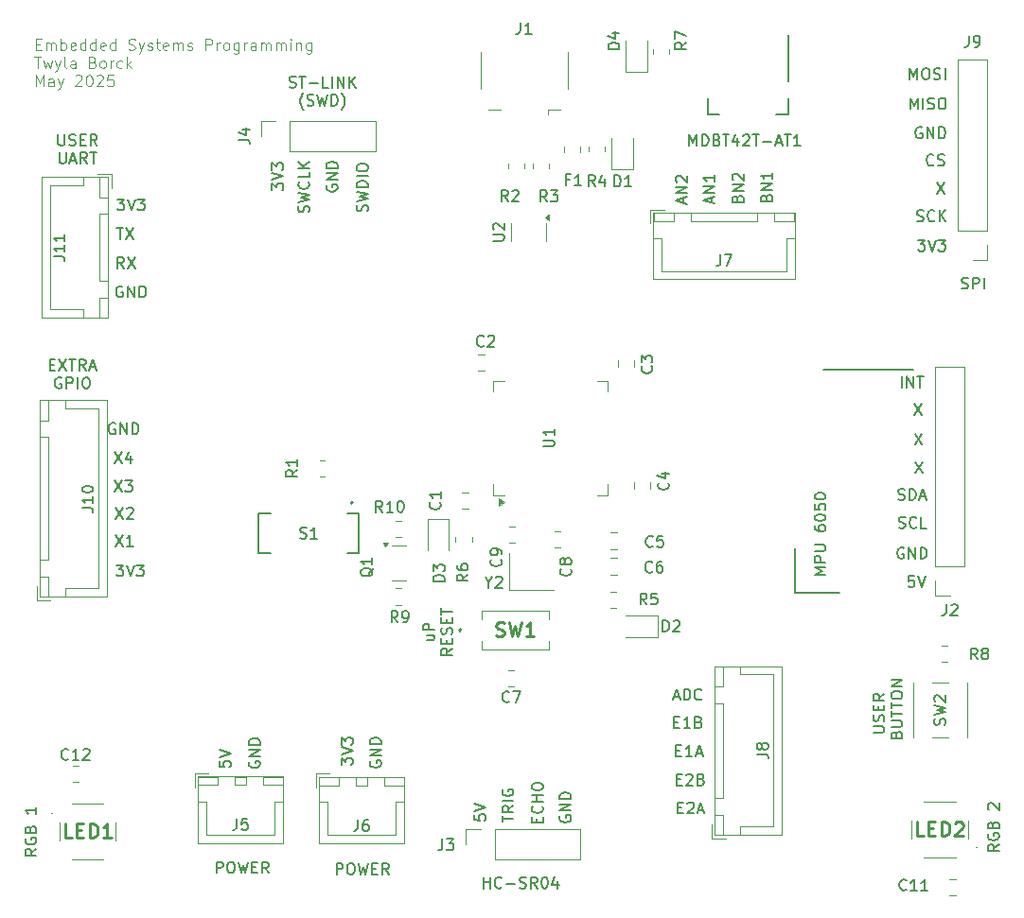
<source format=gbr>
%TF.GenerationSoftware,KiCad,Pcbnew,9.0.1*%
%TF.CreationDate,2025-05-06T12:21:24-06:00*%
%TF.ProjectId,2025_04_STM32F103_RobotBrain,32303235-5f30-4345-9f53-544d33324631,rev?*%
%TF.SameCoordinates,Original*%
%TF.FileFunction,Legend,Top*%
%TF.FilePolarity,Positive*%
%FSLAX46Y46*%
G04 Gerber Fmt 4.6, Leading zero omitted, Abs format (unit mm)*
G04 Created by KiCad (PCBNEW 9.0.1) date 2025-05-06 12:21:24*
%MOMM*%
%LPD*%
G01*
G04 APERTURE LIST*
%ADD10C,0.100000*%
%ADD11C,0.150000*%
%ADD12C,0.254000*%
%ADD13C,0.120000*%
%ADD14C,0.127000*%
%ADD15C,0.200000*%
G04 APERTURE END LIST*
D10*
X94703884Y-31828721D02*
X95037217Y-31828721D01*
X95180074Y-32352531D02*
X94703884Y-32352531D01*
X94703884Y-32352531D02*
X94703884Y-31352531D01*
X94703884Y-31352531D02*
X95180074Y-31352531D01*
X95608646Y-32352531D02*
X95608646Y-31685864D01*
X95608646Y-31781102D02*
X95656265Y-31733483D01*
X95656265Y-31733483D02*
X95751503Y-31685864D01*
X95751503Y-31685864D02*
X95894360Y-31685864D01*
X95894360Y-31685864D02*
X95989598Y-31733483D01*
X95989598Y-31733483D02*
X96037217Y-31828721D01*
X96037217Y-31828721D02*
X96037217Y-32352531D01*
X96037217Y-31828721D02*
X96084836Y-31733483D01*
X96084836Y-31733483D02*
X96180074Y-31685864D01*
X96180074Y-31685864D02*
X96322931Y-31685864D01*
X96322931Y-31685864D02*
X96418170Y-31733483D01*
X96418170Y-31733483D02*
X96465789Y-31828721D01*
X96465789Y-31828721D02*
X96465789Y-32352531D01*
X96941979Y-32352531D02*
X96941979Y-31352531D01*
X96941979Y-31733483D02*
X97037217Y-31685864D01*
X97037217Y-31685864D02*
X97227693Y-31685864D01*
X97227693Y-31685864D02*
X97322931Y-31733483D01*
X97322931Y-31733483D02*
X97370550Y-31781102D01*
X97370550Y-31781102D02*
X97418169Y-31876340D01*
X97418169Y-31876340D02*
X97418169Y-32162054D01*
X97418169Y-32162054D02*
X97370550Y-32257292D01*
X97370550Y-32257292D02*
X97322931Y-32304912D01*
X97322931Y-32304912D02*
X97227693Y-32352531D01*
X97227693Y-32352531D02*
X97037217Y-32352531D01*
X97037217Y-32352531D02*
X96941979Y-32304912D01*
X98227693Y-32304912D02*
X98132455Y-32352531D01*
X98132455Y-32352531D02*
X97941979Y-32352531D01*
X97941979Y-32352531D02*
X97846741Y-32304912D01*
X97846741Y-32304912D02*
X97799122Y-32209673D01*
X97799122Y-32209673D02*
X97799122Y-31828721D01*
X97799122Y-31828721D02*
X97846741Y-31733483D01*
X97846741Y-31733483D02*
X97941979Y-31685864D01*
X97941979Y-31685864D02*
X98132455Y-31685864D01*
X98132455Y-31685864D02*
X98227693Y-31733483D01*
X98227693Y-31733483D02*
X98275312Y-31828721D01*
X98275312Y-31828721D02*
X98275312Y-31923959D01*
X98275312Y-31923959D02*
X97799122Y-32019197D01*
X99132455Y-32352531D02*
X99132455Y-31352531D01*
X99132455Y-32304912D02*
X99037217Y-32352531D01*
X99037217Y-32352531D02*
X98846741Y-32352531D01*
X98846741Y-32352531D02*
X98751503Y-32304912D01*
X98751503Y-32304912D02*
X98703884Y-32257292D01*
X98703884Y-32257292D02*
X98656265Y-32162054D01*
X98656265Y-32162054D02*
X98656265Y-31876340D01*
X98656265Y-31876340D02*
X98703884Y-31781102D01*
X98703884Y-31781102D02*
X98751503Y-31733483D01*
X98751503Y-31733483D02*
X98846741Y-31685864D01*
X98846741Y-31685864D02*
X99037217Y-31685864D01*
X99037217Y-31685864D02*
X99132455Y-31733483D01*
X100037217Y-32352531D02*
X100037217Y-31352531D01*
X100037217Y-32304912D02*
X99941979Y-32352531D01*
X99941979Y-32352531D02*
X99751503Y-32352531D01*
X99751503Y-32352531D02*
X99656265Y-32304912D01*
X99656265Y-32304912D02*
X99608646Y-32257292D01*
X99608646Y-32257292D02*
X99561027Y-32162054D01*
X99561027Y-32162054D02*
X99561027Y-31876340D01*
X99561027Y-31876340D02*
X99608646Y-31781102D01*
X99608646Y-31781102D02*
X99656265Y-31733483D01*
X99656265Y-31733483D02*
X99751503Y-31685864D01*
X99751503Y-31685864D02*
X99941979Y-31685864D01*
X99941979Y-31685864D02*
X100037217Y-31733483D01*
X100894360Y-32304912D02*
X100799122Y-32352531D01*
X100799122Y-32352531D02*
X100608646Y-32352531D01*
X100608646Y-32352531D02*
X100513408Y-32304912D01*
X100513408Y-32304912D02*
X100465789Y-32209673D01*
X100465789Y-32209673D02*
X100465789Y-31828721D01*
X100465789Y-31828721D02*
X100513408Y-31733483D01*
X100513408Y-31733483D02*
X100608646Y-31685864D01*
X100608646Y-31685864D02*
X100799122Y-31685864D01*
X100799122Y-31685864D02*
X100894360Y-31733483D01*
X100894360Y-31733483D02*
X100941979Y-31828721D01*
X100941979Y-31828721D02*
X100941979Y-31923959D01*
X100941979Y-31923959D02*
X100465789Y-32019197D01*
X101799122Y-32352531D02*
X101799122Y-31352531D01*
X101799122Y-32304912D02*
X101703884Y-32352531D01*
X101703884Y-32352531D02*
X101513408Y-32352531D01*
X101513408Y-32352531D02*
X101418170Y-32304912D01*
X101418170Y-32304912D02*
X101370551Y-32257292D01*
X101370551Y-32257292D02*
X101322932Y-32162054D01*
X101322932Y-32162054D02*
X101322932Y-31876340D01*
X101322932Y-31876340D02*
X101370551Y-31781102D01*
X101370551Y-31781102D02*
X101418170Y-31733483D01*
X101418170Y-31733483D02*
X101513408Y-31685864D01*
X101513408Y-31685864D02*
X101703884Y-31685864D01*
X101703884Y-31685864D02*
X101799122Y-31733483D01*
X102989599Y-32304912D02*
X103132456Y-32352531D01*
X103132456Y-32352531D02*
X103370551Y-32352531D01*
X103370551Y-32352531D02*
X103465789Y-32304912D01*
X103465789Y-32304912D02*
X103513408Y-32257292D01*
X103513408Y-32257292D02*
X103561027Y-32162054D01*
X103561027Y-32162054D02*
X103561027Y-32066816D01*
X103561027Y-32066816D02*
X103513408Y-31971578D01*
X103513408Y-31971578D02*
X103465789Y-31923959D01*
X103465789Y-31923959D02*
X103370551Y-31876340D01*
X103370551Y-31876340D02*
X103180075Y-31828721D01*
X103180075Y-31828721D02*
X103084837Y-31781102D01*
X103084837Y-31781102D02*
X103037218Y-31733483D01*
X103037218Y-31733483D02*
X102989599Y-31638245D01*
X102989599Y-31638245D02*
X102989599Y-31543007D01*
X102989599Y-31543007D02*
X103037218Y-31447769D01*
X103037218Y-31447769D02*
X103084837Y-31400150D01*
X103084837Y-31400150D02*
X103180075Y-31352531D01*
X103180075Y-31352531D02*
X103418170Y-31352531D01*
X103418170Y-31352531D02*
X103561027Y-31400150D01*
X103894361Y-31685864D02*
X104132456Y-32352531D01*
X104370551Y-31685864D02*
X104132456Y-32352531D01*
X104132456Y-32352531D02*
X104037218Y-32590626D01*
X104037218Y-32590626D02*
X103989599Y-32638245D01*
X103989599Y-32638245D02*
X103894361Y-32685864D01*
X104703885Y-32304912D02*
X104799123Y-32352531D01*
X104799123Y-32352531D02*
X104989599Y-32352531D01*
X104989599Y-32352531D02*
X105084837Y-32304912D01*
X105084837Y-32304912D02*
X105132456Y-32209673D01*
X105132456Y-32209673D02*
X105132456Y-32162054D01*
X105132456Y-32162054D02*
X105084837Y-32066816D01*
X105084837Y-32066816D02*
X104989599Y-32019197D01*
X104989599Y-32019197D02*
X104846742Y-32019197D01*
X104846742Y-32019197D02*
X104751504Y-31971578D01*
X104751504Y-31971578D02*
X104703885Y-31876340D01*
X104703885Y-31876340D02*
X104703885Y-31828721D01*
X104703885Y-31828721D02*
X104751504Y-31733483D01*
X104751504Y-31733483D02*
X104846742Y-31685864D01*
X104846742Y-31685864D02*
X104989599Y-31685864D01*
X104989599Y-31685864D02*
X105084837Y-31733483D01*
X105418171Y-31685864D02*
X105799123Y-31685864D01*
X105561028Y-31352531D02*
X105561028Y-32209673D01*
X105561028Y-32209673D02*
X105608647Y-32304912D01*
X105608647Y-32304912D02*
X105703885Y-32352531D01*
X105703885Y-32352531D02*
X105799123Y-32352531D01*
X106513409Y-32304912D02*
X106418171Y-32352531D01*
X106418171Y-32352531D02*
X106227695Y-32352531D01*
X106227695Y-32352531D02*
X106132457Y-32304912D01*
X106132457Y-32304912D02*
X106084838Y-32209673D01*
X106084838Y-32209673D02*
X106084838Y-31828721D01*
X106084838Y-31828721D02*
X106132457Y-31733483D01*
X106132457Y-31733483D02*
X106227695Y-31685864D01*
X106227695Y-31685864D02*
X106418171Y-31685864D01*
X106418171Y-31685864D02*
X106513409Y-31733483D01*
X106513409Y-31733483D02*
X106561028Y-31828721D01*
X106561028Y-31828721D02*
X106561028Y-31923959D01*
X106561028Y-31923959D02*
X106084838Y-32019197D01*
X106989600Y-32352531D02*
X106989600Y-31685864D01*
X106989600Y-31781102D02*
X107037219Y-31733483D01*
X107037219Y-31733483D02*
X107132457Y-31685864D01*
X107132457Y-31685864D02*
X107275314Y-31685864D01*
X107275314Y-31685864D02*
X107370552Y-31733483D01*
X107370552Y-31733483D02*
X107418171Y-31828721D01*
X107418171Y-31828721D02*
X107418171Y-32352531D01*
X107418171Y-31828721D02*
X107465790Y-31733483D01*
X107465790Y-31733483D02*
X107561028Y-31685864D01*
X107561028Y-31685864D02*
X107703885Y-31685864D01*
X107703885Y-31685864D02*
X107799124Y-31733483D01*
X107799124Y-31733483D02*
X107846743Y-31828721D01*
X107846743Y-31828721D02*
X107846743Y-32352531D01*
X108275314Y-32304912D02*
X108370552Y-32352531D01*
X108370552Y-32352531D02*
X108561028Y-32352531D01*
X108561028Y-32352531D02*
X108656266Y-32304912D01*
X108656266Y-32304912D02*
X108703885Y-32209673D01*
X108703885Y-32209673D02*
X108703885Y-32162054D01*
X108703885Y-32162054D02*
X108656266Y-32066816D01*
X108656266Y-32066816D02*
X108561028Y-32019197D01*
X108561028Y-32019197D02*
X108418171Y-32019197D01*
X108418171Y-32019197D02*
X108322933Y-31971578D01*
X108322933Y-31971578D02*
X108275314Y-31876340D01*
X108275314Y-31876340D02*
X108275314Y-31828721D01*
X108275314Y-31828721D02*
X108322933Y-31733483D01*
X108322933Y-31733483D02*
X108418171Y-31685864D01*
X108418171Y-31685864D02*
X108561028Y-31685864D01*
X108561028Y-31685864D02*
X108656266Y-31733483D01*
X109894362Y-32352531D02*
X109894362Y-31352531D01*
X109894362Y-31352531D02*
X110275314Y-31352531D01*
X110275314Y-31352531D02*
X110370552Y-31400150D01*
X110370552Y-31400150D02*
X110418171Y-31447769D01*
X110418171Y-31447769D02*
X110465790Y-31543007D01*
X110465790Y-31543007D02*
X110465790Y-31685864D01*
X110465790Y-31685864D02*
X110418171Y-31781102D01*
X110418171Y-31781102D02*
X110370552Y-31828721D01*
X110370552Y-31828721D02*
X110275314Y-31876340D01*
X110275314Y-31876340D02*
X109894362Y-31876340D01*
X110894362Y-32352531D02*
X110894362Y-31685864D01*
X110894362Y-31876340D02*
X110941981Y-31781102D01*
X110941981Y-31781102D02*
X110989600Y-31733483D01*
X110989600Y-31733483D02*
X111084838Y-31685864D01*
X111084838Y-31685864D02*
X111180076Y-31685864D01*
X111656267Y-32352531D02*
X111561029Y-32304912D01*
X111561029Y-32304912D02*
X111513410Y-32257292D01*
X111513410Y-32257292D02*
X111465791Y-32162054D01*
X111465791Y-32162054D02*
X111465791Y-31876340D01*
X111465791Y-31876340D02*
X111513410Y-31781102D01*
X111513410Y-31781102D02*
X111561029Y-31733483D01*
X111561029Y-31733483D02*
X111656267Y-31685864D01*
X111656267Y-31685864D02*
X111799124Y-31685864D01*
X111799124Y-31685864D02*
X111894362Y-31733483D01*
X111894362Y-31733483D02*
X111941981Y-31781102D01*
X111941981Y-31781102D02*
X111989600Y-31876340D01*
X111989600Y-31876340D02*
X111989600Y-32162054D01*
X111989600Y-32162054D02*
X111941981Y-32257292D01*
X111941981Y-32257292D02*
X111894362Y-32304912D01*
X111894362Y-32304912D02*
X111799124Y-32352531D01*
X111799124Y-32352531D02*
X111656267Y-32352531D01*
X112846743Y-31685864D02*
X112846743Y-32495388D01*
X112846743Y-32495388D02*
X112799124Y-32590626D01*
X112799124Y-32590626D02*
X112751505Y-32638245D01*
X112751505Y-32638245D02*
X112656267Y-32685864D01*
X112656267Y-32685864D02*
X112513410Y-32685864D01*
X112513410Y-32685864D02*
X112418172Y-32638245D01*
X112846743Y-32304912D02*
X112751505Y-32352531D01*
X112751505Y-32352531D02*
X112561029Y-32352531D01*
X112561029Y-32352531D02*
X112465791Y-32304912D01*
X112465791Y-32304912D02*
X112418172Y-32257292D01*
X112418172Y-32257292D02*
X112370553Y-32162054D01*
X112370553Y-32162054D02*
X112370553Y-31876340D01*
X112370553Y-31876340D02*
X112418172Y-31781102D01*
X112418172Y-31781102D02*
X112465791Y-31733483D01*
X112465791Y-31733483D02*
X112561029Y-31685864D01*
X112561029Y-31685864D02*
X112751505Y-31685864D01*
X112751505Y-31685864D02*
X112846743Y-31733483D01*
X113322934Y-32352531D02*
X113322934Y-31685864D01*
X113322934Y-31876340D02*
X113370553Y-31781102D01*
X113370553Y-31781102D02*
X113418172Y-31733483D01*
X113418172Y-31733483D02*
X113513410Y-31685864D01*
X113513410Y-31685864D02*
X113608648Y-31685864D01*
X114370553Y-32352531D02*
X114370553Y-31828721D01*
X114370553Y-31828721D02*
X114322934Y-31733483D01*
X114322934Y-31733483D02*
X114227696Y-31685864D01*
X114227696Y-31685864D02*
X114037220Y-31685864D01*
X114037220Y-31685864D02*
X113941982Y-31733483D01*
X114370553Y-32304912D02*
X114275315Y-32352531D01*
X114275315Y-32352531D02*
X114037220Y-32352531D01*
X114037220Y-32352531D02*
X113941982Y-32304912D01*
X113941982Y-32304912D02*
X113894363Y-32209673D01*
X113894363Y-32209673D02*
X113894363Y-32114435D01*
X113894363Y-32114435D02*
X113941982Y-32019197D01*
X113941982Y-32019197D02*
X114037220Y-31971578D01*
X114037220Y-31971578D02*
X114275315Y-31971578D01*
X114275315Y-31971578D02*
X114370553Y-31923959D01*
X114846744Y-32352531D02*
X114846744Y-31685864D01*
X114846744Y-31781102D02*
X114894363Y-31733483D01*
X114894363Y-31733483D02*
X114989601Y-31685864D01*
X114989601Y-31685864D02*
X115132458Y-31685864D01*
X115132458Y-31685864D02*
X115227696Y-31733483D01*
X115227696Y-31733483D02*
X115275315Y-31828721D01*
X115275315Y-31828721D02*
X115275315Y-32352531D01*
X115275315Y-31828721D02*
X115322934Y-31733483D01*
X115322934Y-31733483D02*
X115418172Y-31685864D01*
X115418172Y-31685864D02*
X115561029Y-31685864D01*
X115561029Y-31685864D02*
X115656268Y-31733483D01*
X115656268Y-31733483D02*
X115703887Y-31828721D01*
X115703887Y-31828721D02*
X115703887Y-32352531D01*
X116180077Y-32352531D02*
X116180077Y-31685864D01*
X116180077Y-31781102D02*
X116227696Y-31733483D01*
X116227696Y-31733483D02*
X116322934Y-31685864D01*
X116322934Y-31685864D02*
X116465791Y-31685864D01*
X116465791Y-31685864D02*
X116561029Y-31733483D01*
X116561029Y-31733483D02*
X116608648Y-31828721D01*
X116608648Y-31828721D02*
X116608648Y-32352531D01*
X116608648Y-31828721D02*
X116656267Y-31733483D01*
X116656267Y-31733483D02*
X116751505Y-31685864D01*
X116751505Y-31685864D02*
X116894362Y-31685864D01*
X116894362Y-31685864D02*
X116989601Y-31733483D01*
X116989601Y-31733483D02*
X117037220Y-31828721D01*
X117037220Y-31828721D02*
X117037220Y-32352531D01*
X117513410Y-32352531D02*
X117513410Y-31685864D01*
X117513410Y-31352531D02*
X117465791Y-31400150D01*
X117465791Y-31400150D02*
X117513410Y-31447769D01*
X117513410Y-31447769D02*
X117561029Y-31400150D01*
X117561029Y-31400150D02*
X117513410Y-31352531D01*
X117513410Y-31352531D02*
X117513410Y-31447769D01*
X117989600Y-31685864D02*
X117989600Y-32352531D01*
X117989600Y-31781102D02*
X118037219Y-31733483D01*
X118037219Y-31733483D02*
X118132457Y-31685864D01*
X118132457Y-31685864D02*
X118275314Y-31685864D01*
X118275314Y-31685864D02*
X118370552Y-31733483D01*
X118370552Y-31733483D02*
X118418171Y-31828721D01*
X118418171Y-31828721D02*
X118418171Y-32352531D01*
X119322933Y-31685864D02*
X119322933Y-32495388D01*
X119322933Y-32495388D02*
X119275314Y-32590626D01*
X119275314Y-32590626D02*
X119227695Y-32638245D01*
X119227695Y-32638245D02*
X119132457Y-32685864D01*
X119132457Y-32685864D02*
X118989600Y-32685864D01*
X118989600Y-32685864D02*
X118894362Y-32638245D01*
X119322933Y-32304912D02*
X119227695Y-32352531D01*
X119227695Y-32352531D02*
X119037219Y-32352531D01*
X119037219Y-32352531D02*
X118941981Y-32304912D01*
X118941981Y-32304912D02*
X118894362Y-32257292D01*
X118894362Y-32257292D02*
X118846743Y-32162054D01*
X118846743Y-32162054D02*
X118846743Y-31876340D01*
X118846743Y-31876340D02*
X118894362Y-31781102D01*
X118894362Y-31781102D02*
X118941981Y-31733483D01*
X118941981Y-31733483D02*
X119037219Y-31685864D01*
X119037219Y-31685864D02*
X119227695Y-31685864D01*
X119227695Y-31685864D02*
X119322933Y-31733483D01*
X94561027Y-32962475D02*
X95132455Y-32962475D01*
X94846741Y-33962475D02*
X94846741Y-32962475D01*
X95370551Y-33295808D02*
X95561027Y-33962475D01*
X95561027Y-33962475D02*
X95751503Y-33486284D01*
X95751503Y-33486284D02*
X95941979Y-33962475D01*
X95941979Y-33962475D02*
X96132455Y-33295808D01*
X96418170Y-33295808D02*
X96656265Y-33962475D01*
X96894360Y-33295808D02*
X96656265Y-33962475D01*
X96656265Y-33962475D02*
X96561027Y-34200570D01*
X96561027Y-34200570D02*
X96513408Y-34248189D01*
X96513408Y-34248189D02*
X96418170Y-34295808D01*
X97418170Y-33962475D02*
X97322932Y-33914856D01*
X97322932Y-33914856D02*
X97275313Y-33819617D01*
X97275313Y-33819617D02*
X97275313Y-32962475D01*
X98227694Y-33962475D02*
X98227694Y-33438665D01*
X98227694Y-33438665D02*
X98180075Y-33343427D01*
X98180075Y-33343427D02*
X98084837Y-33295808D01*
X98084837Y-33295808D02*
X97894361Y-33295808D01*
X97894361Y-33295808D02*
X97799123Y-33343427D01*
X98227694Y-33914856D02*
X98132456Y-33962475D01*
X98132456Y-33962475D02*
X97894361Y-33962475D01*
X97894361Y-33962475D02*
X97799123Y-33914856D01*
X97799123Y-33914856D02*
X97751504Y-33819617D01*
X97751504Y-33819617D02*
X97751504Y-33724379D01*
X97751504Y-33724379D02*
X97799123Y-33629141D01*
X97799123Y-33629141D02*
X97894361Y-33581522D01*
X97894361Y-33581522D02*
X98132456Y-33581522D01*
X98132456Y-33581522D02*
X98227694Y-33533903D01*
X99799123Y-33438665D02*
X99941980Y-33486284D01*
X99941980Y-33486284D02*
X99989599Y-33533903D01*
X99989599Y-33533903D02*
X100037218Y-33629141D01*
X100037218Y-33629141D02*
X100037218Y-33771998D01*
X100037218Y-33771998D02*
X99989599Y-33867236D01*
X99989599Y-33867236D02*
X99941980Y-33914856D01*
X99941980Y-33914856D02*
X99846742Y-33962475D01*
X99846742Y-33962475D02*
X99465790Y-33962475D01*
X99465790Y-33962475D02*
X99465790Y-32962475D01*
X99465790Y-32962475D02*
X99799123Y-32962475D01*
X99799123Y-32962475D02*
X99894361Y-33010094D01*
X99894361Y-33010094D02*
X99941980Y-33057713D01*
X99941980Y-33057713D02*
X99989599Y-33152951D01*
X99989599Y-33152951D02*
X99989599Y-33248189D01*
X99989599Y-33248189D02*
X99941980Y-33343427D01*
X99941980Y-33343427D02*
X99894361Y-33391046D01*
X99894361Y-33391046D02*
X99799123Y-33438665D01*
X99799123Y-33438665D02*
X99465790Y-33438665D01*
X100608647Y-33962475D02*
X100513409Y-33914856D01*
X100513409Y-33914856D02*
X100465790Y-33867236D01*
X100465790Y-33867236D02*
X100418171Y-33771998D01*
X100418171Y-33771998D02*
X100418171Y-33486284D01*
X100418171Y-33486284D02*
X100465790Y-33391046D01*
X100465790Y-33391046D02*
X100513409Y-33343427D01*
X100513409Y-33343427D02*
X100608647Y-33295808D01*
X100608647Y-33295808D02*
X100751504Y-33295808D01*
X100751504Y-33295808D02*
X100846742Y-33343427D01*
X100846742Y-33343427D02*
X100894361Y-33391046D01*
X100894361Y-33391046D02*
X100941980Y-33486284D01*
X100941980Y-33486284D02*
X100941980Y-33771998D01*
X100941980Y-33771998D02*
X100894361Y-33867236D01*
X100894361Y-33867236D02*
X100846742Y-33914856D01*
X100846742Y-33914856D02*
X100751504Y-33962475D01*
X100751504Y-33962475D02*
X100608647Y-33962475D01*
X101370552Y-33962475D02*
X101370552Y-33295808D01*
X101370552Y-33486284D02*
X101418171Y-33391046D01*
X101418171Y-33391046D02*
X101465790Y-33343427D01*
X101465790Y-33343427D02*
X101561028Y-33295808D01*
X101561028Y-33295808D02*
X101656266Y-33295808D01*
X102418171Y-33914856D02*
X102322933Y-33962475D01*
X102322933Y-33962475D02*
X102132457Y-33962475D01*
X102132457Y-33962475D02*
X102037219Y-33914856D01*
X102037219Y-33914856D02*
X101989600Y-33867236D01*
X101989600Y-33867236D02*
X101941981Y-33771998D01*
X101941981Y-33771998D02*
X101941981Y-33486284D01*
X101941981Y-33486284D02*
X101989600Y-33391046D01*
X101989600Y-33391046D02*
X102037219Y-33343427D01*
X102037219Y-33343427D02*
X102132457Y-33295808D01*
X102132457Y-33295808D02*
X102322933Y-33295808D01*
X102322933Y-33295808D02*
X102418171Y-33343427D01*
X102846743Y-33962475D02*
X102846743Y-32962475D01*
X102941981Y-33581522D02*
X103227695Y-33962475D01*
X103227695Y-33295808D02*
X102846743Y-33676760D01*
X94703884Y-35572419D02*
X94703884Y-34572419D01*
X94703884Y-34572419D02*
X95037217Y-35286704D01*
X95037217Y-35286704D02*
X95370550Y-34572419D01*
X95370550Y-34572419D02*
X95370550Y-35572419D01*
X96275312Y-35572419D02*
X96275312Y-35048609D01*
X96275312Y-35048609D02*
X96227693Y-34953371D01*
X96227693Y-34953371D02*
X96132455Y-34905752D01*
X96132455Y-34905752D02*
X95941979Y-34905752D01*
X95941979Y-34905752D02*
X95846741Y-34953371D01*
X96275312Y-35524800D02*
X96180074Y-35572419D01*
X96180074Y-35572419D02*
X95941979Y-35572419D01*
X95941979Y-35572419D02*
X95846741Y-35524800D01*
X95846741Y-35524800D02*
X95799122Y-35429561D01*
X95799122Y-35429561D02*
X95799122Y-35334323D01*
X95799122Y-35334323D02*
X95846741Y-35239085D01*
X95846741Y-35239085D02*
X95941979Y-35191466D01*
X95941979Y-35191466D02*
X96180074Y-35191466D01*
X96180074Y-35191466D02*
X96275312Y-35143847D01*
X96656265Y-34905752D02*
X96894360Y-35572419D01*
X97132455Y-34905752D02*
X96894360Y-35572419D01*
X96894360Y-35572419D02*
X96799122Y-35810514D01*
X96799122Y-35810514D02*
X96751503Y-35858133D01*
X96751503Y-35858133D02*
X96656265Y-35905752D01*
X98227694Y-34667657D02*
X98275313Y-34620038D01*
X98275313Y-34620038D02*
X98370551Y-34572419D01*
X98370551Y-34572419D02*
X98608646Y-34572419D01*
X98608646Y-34572419D02*
X98703884Y-34620038D01*
X98703884Y-34620038D02*
X98751503Y-34667657D01*
X98751503Y-34667657D02*
X98799122Y-34762895D01*
X98799122Y-34762895D02*
X98799122Y-34858133D01*
X98799122Y-34858133D02*
X98751503Y-35000990D01*
X98751503Y-35000990D02*
X98180075Y-35572419D01*
X98180075Y-35572419D02*
X98799122Y-35572419D01*
X99418170Y-34572419D02*
X99513408Y-34572419D01*
X99513408Y-34572419D02*
X99608646Y-34620038D01*
X99608646Y-34620038D02*
X99656265Y-34667657D01*
X99656265Y-34667657D02*
X99703884Y-34762895D01*
X99703884Y-34762895D02*
X99751503Y-34953371D01*
X99751503Y-34953371D02*
X99751503Y-35191466D01*
X99751503Y-35191466D02*
X99703884Y-35381942D01*
X99703884Y-35381942D02*
X99656265Y-35477180D01*
X99656265Y-35477180D02*
X99608646Y-35524800D01*
X99608646Y-35524800D02*
X99513408Y-35572419D01*
X99513408Y-35572419D02*
X99418170Y-35572419D01*
X99418170Y-35572419D02*
X99322932Y-35524800D01*
X99322932Y-35524800D02*
X99275313Y-35477180D01*
X99275313Y-35477180D02*
X99227694Y-35381942D01*
X99227694Y-35381942D02*
X99180075Y-35191466D01*
X99180075Y-35191466D02*
X99180075Y-34953371D01*
X99180075Y-34953371D02*
X99227694Y-34762895D01*
X99227694Y-34762895D02*
X99275313Y-34667657D01*
X99275313Y-34667657D02*
X99322932Y-34620038D01*
X99322932Y-34620038D02*
X99418170Y-34572419D01*
X100132456Y-34667657D02*
X100180075Y-34620038D01*
X100180075Y-34620038D02*
X100275313Y-34572419D01*
X100275313Y-34572419D02*
X100513408Y-34572419D01*
X100513408Y-34572419D02*
X100608646Y-34620038D01*
X100608646Y-34620038D02*
X100656265Y-34667657D01*
X100656265Y-34667657D02*
X100703884Y-34762895D01*
X100703884Y-34762895D02*
X100703884Y-34858133D01*
X100703884Y-34858133D02*
X100656265Y-35000990D01*
X100656265Y-35000990D02*
X100084837Y-35572419D01*
X100084837Y-35572419D02*
X100703884Y-35572419D01*
X101608646Y-34572419D02*
X101132456Y-34572419D01*
X101132456Y-34572419D02*
X101084837Y-35048609D01*
X101084837Y-35048609D02*
X101132456Y-35000990D01*
X101132456Y-35000990D02*
X101227694Y-34953371D01*
X101227694Y-34953371D02*
X101465789Y-34953371D01*
X101465789Y-34953371D02*
X101561027Y-35000990D01*
X101561027Y-35000990D02*
X101608646Y-35048609D01*
X101608646Y-35048609D02*
X101656265Y-35143847D01*
X101656265Y-35143847D02*
X101656265Y-35381942D01*
X101656265Y-35381942D02*
X101608646Y-35477180D01*
X101608646Y-35477180D02*
X101561027Y-35524800D01*
X101561027Y-35524800D02*
X101465789Y-35572419D01*
X101465789Y-35572419D02*
X101227694Y-35572419D01*
X101227694Y-35572419D02*
X101132456Y-35524800D01*
X101132456Y-35524800D02*
X101084837Y-35477180D01*
D11*
X162585000Y-80945000D02*
X166585000Y-80945000D01*
X162585000Y-80945000D02*
X162585000Y-76945000D01*
X173165000Y-60945000D02*
X165165000Y-60945000D01*
X111104819Y-96030476D02*
X111104819Y-96506666D01*
X111104819Y-96506666D02*
X111581009Y-96554285D01*
X111581009Y-96554285D02*
X111533390Y-96506666D01*
X111533390Y-96506666D02*
X111485771Y-96411428D01*
X111485771Y-96411428D02*
X111485771Y-96173333D01*
X111485771Y-96173333D02*
X111533390Y-96078095D01*
X111533390Y-96078095D02*
X111581009Y-96030476D01*
X111581009Y-96030476D02*
X111676247Y-95982857D01*
X111676247Y-95982857D02*
X111914342Y-95982857D01*
X111914342Y-95982857D02*
X112009580Y-96030476D01*
X112009580Y-96030476D02*
X112057200Y-96078095D01*
X112057200Y-96078095D02*
X112104819Y-96173333D01*
X112104819Y-96173333D02*
X112104819Y-96411428D01*
X112104819Y-96411428D02*
X112057200Y-96506666D01*
X112057200Y-96506666D02*
X112009580Y-96554285D01*
X111104819Y-95697142D02*
X112104819Y-95363809D01*
X112104819Y-95363809D02*
X111104819Y-95030476D01*
X101840476Y-73304819D02*
X102507142Y-74304819D01*
X102507142Y-73304819D02*
X101840476Y-74304819D01*
X102840476Y-73400057D02*
X102888095Y-73352438D01*
X102888095Y-73352438D02*
X102983333Y-73304819D01*
X102983333Y-73304819D02*
X103221428Y-73304819D01*
X103221428Y-73304819D02*
X103316666Y-73352438D01*
X103316666Y-73352438D02*
X103364285Y-73400057D01*
X103364285Y-73400057D02*
X103411904Y-73495295D01*
X103411904Y-73495295D02*
X103411904Y-73590533D01*
X103411904Y-73590533D02*
X103364285Y-73733390D01*
X103364285Y-73733390D02*
X102792857Y-74304819D01*
X102792857Y-74304819D02*
X103411904Y-74304819D01*
X139531009Y-101531904D02*
X139531009Y-101198571D01*
X140054819Y-101055714D02*
X140054819Y-101531904D01*
X140054819Y-101531904D02*
X139054819Y-101531904D01*
X139054819Y-101531904D02*
X139054819Y-101055714D01*
X139959580Y-100055714D02*
X140007200Y-100103333D01*
X140007200Y-100103333D02*
X140054819Y-100246190D01*
X140054819Y-100246190D02*
X140054819Y-100341428D01*
X140054819Y-100341428D02*
X140007200Y-100484285D01*
X140007200Y-100484285D02*
X139911961Y-100579523D01*
X139911961Y-100579523D02*
X139816723Y-100627142D01*
X139816723Y-100627142D02*
X139626247Y-100674761D01*
X139626247Y-100674761D02*
X139483390Y-100674761D01*
X139483390Y-100674761D02*
X139292914Y-100627142D01*
X139292914Y-100627142D02*
X139197676Y-100579523D01*
X139197676Y-100579523D02*
X139102438Y-100484285D01*
X139102438Y-100484285D02*
X139054819Y-100341428D01*
X139054819Y-100341428D02*
X139054819Y-100246190D01*
X139054819Y-100246190D02*
X139102438Y-100103333D01*
X139102438Y-100103333D02*
X139150057Y-100055714D01*
X140054819Y-99627142D02*
X139054819Y-99627142D01*
X139531009Y-99627142D02*
X139531009Y-99055714D01*
X140054819Y-99055714D02*
X139054819Y-99055714D01*
X139054819Y-98389047D02*
X139054819Y-98198571D01*
X139054819Y-98198571D02*
X139102438Y-98103333D01*
X139102438Y-98103333D02*
X139197676Y-98008095D01*
X139197676Y-98008095D02*
X139388152Y-97960476D01*
X139388152Y-97960476D02*
X139721485Y-97960476D01*
X139721485Y-97960476D02*
X139911961Y-98008095D01*
X139911961Y-98008095D02*
X140007200Y-98103333D01*
X140007200Y-98103333D02*
X140054819Y-98198571D01*
X140054819Y-98198571D02*
X140054819Y-98389047D01*
X140054819Y-98389047D02*
X140007200Y-98484285D01*
X140007200Y-98484285D02*
X139911961Y-98579523D01*
X139911961Y-98579523D02*
X139721485Y-98627142D01*
X139721485Y-98627142D02*
X139388152Y-98627142D01*
X139388152Y-98627142D02*
X139197676Y-98579523D01*
X139197676Y-98579523D02*
X139102438Y-98484285D01*
X139102438Y-98484285D02*
X139054819Y-98389047D01*
X151809524Y-92521009D02*
X152142857Y-92521009D01*
X152285714Y-93044819D02*
X151809524Y-93044819D01*
X151809524Y-93044819D02*
X151809524Y-92044819D01*
X151809524Y-92044819D02*
X152285714Y-92044819D01*
X153238095Y-93044819D02*
X152666667Y-93044819D01*
X152952381Y-93044819D02*
X152952381Y-92044819D01*
X152952381Y-92044819D02*
X152857143Y-92187676D01*
X152857143Y-92187676D02*
X152761905Y-92282914D01*
X152761905Y-92282914D02*
X152666667Y-92330533D01*
X154000000Y-92521009D02*
X154142857Y-92568628D01*
X154142857Y-92568628D02*
X154190476Y-92616247D01*
X154190476Y-92616247D02*
X154238095Y-92711485D01*
X154238095Y-92711485D02*
X154238095Y-92854342D01*
X154238095Y-92854342D02*
X154190476Y-92949580D01*
X154190476Y-92949580D02*
X154142857Y-92997200D01*
X154142857Y-92997200D02*
X154047619Y-93044819D01*
X154047619Y-93044819D02*
X153666667Y-93044819D01*
X153666667Y-93044819D02*
X153666667Y-92044819D01*
X153666667Y-92044819D02*
X154000000Y-92044819D01*
X154000000Y-92044819D02*
X154095238Y-92092438D01*
X154095238Y-92092438D02*
X154142857Y-92140057D01*
X154142857Y-92140057D02*
X154190476Y-92235295D01*
X154190476Y-92235295D02*
X154190476Y-92330533D01*
X154190476Y-92330533D02*
X154142857Y-92425771D01*
X154142857Y-92425771D02*
X154095238Y-92473390D01*
X154095238Y-92473390D02*
X154000000Y-92521009D01*
X154000000Y-92521009D02*
X153666667Y-92521009D01*
X155149104Y-46008094D02*
X155149104Y-45531904D01*
X155434819Y-46103332D02*
X154434819Y-45769999D01*
X154434819Y-45769999D02*
X155434819Y-45436666D01*
X155434819Y-45103332D02*
X154434819Y-45103332D01*
X154434819Y-45103332D02*
X155434819Y-44531904D01*
X155434819Y-44531904D02*
X154434819Y-44531904D01*
X155434819Y-43531904D02*
X155434819Y-44103332D01*
X155434819Y-43817618D02*
X154434819Y-43817618D01*
X154434819Y-43817618D02*
X154577676Y-43912856D01*
X154577676Y-43912856D02*
X154672914Y-44008094D01*
X154672914Y-44008094D02*
X154720533Y-44103332D01*
X173396667Y-69234819D02*
X174063333Y-70234819D01*
X174063333Y-69234819D02*
X173396667Y-70234819D01*
X120722438Y-44441904D02*
X120674819Y-44537142D01*
X120674819Y-44537142D02*
X120674819Y-44679999D01*
X120674819Y-44679999D02*
X120722438Y-44822856D01*
X120722438Y-44822856D02*
X120817676Y-44918094D01*
X120817676Y-44918094D02*
X120912914Y-44965713D01*
X120912914Y-44965713D02*
X121103390Y-45013332D01*
X121103390Y-45013332D02*
X121246247Y-45013332D01*
X121246247Y-45013332D02*
X121436723Y-44965713D01*
X121436723Y-44965713D02*
X121531961Y-44918094D01*
X121531961Y-44918094D02*
X121627200Y-44822856D01*
X121627200Y-44822856D02*
X121674819Y-44679999D01*
X121674819Y-44679999D02*
X121674819Y-44584761D01*
X121674819Y-44584761D02*
X121627200Y-44441904D01*
X121627200Y-44441904D02*
X121579580Y-44394285D01*
X121579580Y-44394285D02*
X121246247Y-44394285D01*
X121246247Y-44394285D02*
X121246247Y-44584761D01*
X121674819Y-43965713D02*
X120674819Y-43965713D01*
X120674819Y-43965713D02*
X121674819Y-43394285D01*
X121674819Y-43394285D02*
X120674819Y-43394285D01*
X121674819Y-42918094D02*
X120674819Y-42918094D01*
X120674819Y-42918094D02*
X120674819Y-42679999D01*
X120674819Y-42679999D02*
X120722438Y-42537142D01*
X120722438Y-42537142D02*
X120817676Y-42441904D01*
X120817676Y-42441904D02*
X120912914Y-42394285D01*
X120912914Y-42394285D02*
X121103390Y-42346666D01*
X121103390Y-42346666D02*
X121246247Y-42346666D01*
X121246247Y-42346666D02*
X121436723Y-42394285D01*
X121436723Y-42394285D02*
X121531961Y-42441904D01*
X121531961Y-42441904D02*
X121627200Y-42537142D01*
X121627200Y-42537142D02*
X121674819Y-42679999D01*
X121674819Y-42679999D02*
X121674819Y-42918094D01*
X172888572Y-34964819D02*
X172888572Y-33964819D01*
X172888572Y-33964819D02*
X173221905Y-34679104D01*
X173221905Y-34679104D02*
X173555238Y-33964819D01*
X173555238Y-33964819D02*
X173555238Y-34964819D01*
X174221905Y-33964819D02*
X174412381Y-33964819D01*
X174412381Y-33964819D02*
X174507619Y-34012438D01*
X174507619Y-34012438D02*
X174602857Y-34107676D01*
X174602857Y-34107676D02*
X174650476Y-34298152D01*
X174650476Y-34298152D02*
X174650476Y-34631485D01*
X174650476Y-34631485D02*
X174602857Y-34821961D01*
X174602857Y-34821961D02*
X174507619Y-34917200D01*
X174507619Y-34917200D02*
X174412381Y-34964819D01*
X174412381Y-34964819D02*
X174221905Y-34964819D01*
X174221905Y-34964819D02*
X174126667Y-34917200D01*
X174126667Y-34917200D02*
X174031429Y-34821961D01*
X174031429Y-34821961D02*
X173983810Y-34631485D01*
X173983810Y-34631485D02*
X173983810Y-34298152D01*
X173983810Y-34298152D02*
X174031429Y-34107676D01*
X174031429Y-34107676D02*
X174126667Y-34012438D01*
X174126667Y-34012438D02*
X174221905Y-33964819D01*
X175031429Y-34917200D02*
X175174286Y-34964819D01*
X175174286Y-34964819D02*
X175412381Y-34964819D01*
X175412381Y-34964819D02*
X175507619Y-34917200D01*
X175507619Y-34917200D02*
X175555238Y-34869580D01*
X175555238Y-34869580D02*
X175602857Y-34774342D01*
X175602857Y-34774342D02*
X175602857Y-34679104D01*
X175602857Y-34679104D02*
X175555238Y-34583866D01*
X175555238Y-34583866D02*
X175507619Y-34536247D01*
X175507619Y-34536247D02*
X175412381Y-34488628D01*
X175412381Y-34488628D02*
X175221905Y-34441009D01*
X175221905Y-34441009D02*
X175126667Y-34393390D01*
X175126667Y-34393390D02*
X175079048Y-34345771D01*
X175079048Y-34345771D02*
X175031429Y-34250533D01*
X175031429Y-34250533D02*
X175031429Y-34155295D01*
X175031429Y-34155295D02*
X175079048Y-34060057D01*
X175079048Y-34060057D02*
X175126667Y-34012438D01*
X175126667Y-34012438D02*
X175221905Y-33964819D01*
X175221905Y-33964819D02*
X175460000Y-33964819D01*
X175460000Y-33964819D02*
X175602857Y-34012438D01*
X176031429Y-34964819D02*
X176031429Y-33964819D01*
X101981905Y-45694819D02*
X102600952Y-45694819D01*
X102600952Y-45694819D02*
X102267619Y-46075771D01*
X102267619Y-46075771D02*
X102410476Y-46075771D01*
X102410476Y-46075771D02*
X102505714Y-46123390D01*
X102505714Y-46123390D02*
X102553333Y-46171009D01*
X102553333Y-46171009D02*
X102600952Y-46266247D01*
X102600952Y-46266247D02*
X102600952Y-46504342D01*
X102600952Y-46504342D02*
X102553333Y-46599580D01*
X102553333Y-46599580D02*
X102505714Y-46647200D01*
X102505714Y-46647200D02*
X102410476Y-46694819D01*
X102410476Y-46694819D02*
X102124762Y-46694819D01*
X102124762Y-46694819D02*
X102029524Y-46647200D01*
X102029524Y-46647200D02*
X101981905Y-46599580D01*
X102886667Y-45694819D02*
X103220000Y-46694819D01*
X103220000Y-46694819D02*
X103553333Y-45694819D01*
X103791429Y-45694819D02*
X104410476Y-45694819D01*
X104410476Y-45694819D02*
X104077143Y-46075771D01*
X104077143Y-46075771D02*
X104220000Y-46075771D01*
X104220000Y-46075771D02*
X104315238Y-46123390D01*
X104315238Y-46123390D02*
X104362857Y-46171009D01*
X104362857Y-46171009D02*
X104410476Y-46266247D01*
X104410476Y-46266247D02*
X104410476Y-46504342D01*
X104410476Y-46504342D02*
X104362857Y-46599580D01*
X104362857Y-46599580D02*
X104315238Y-46647200D01*
X104315238Y-46647200D02*
X104220000Y-46694819D01*
X104220000Y-46694819D02*
X103934286Y-46694819D01*
X103934286Y-46694819D02*
X103839048Y-46647200D01*
X103839048Y-46647200D02*
X103791429Y-46599580D01*
X152130952Y-100181009D02*
X152464285Y-100181009D01*
X152607142Y-100704819D02*
X152130952Y-100704819D01*
X152130952Y-100704819D02*
X152130952Y-99704819D01*
X152130952Y-99704819D02*
X152607142Y-99704819D01*
X152988095Y-99800057D02*
X153035714Y-99752438D01*
X153035714Y-99752438D02*
X153130952Y-99704819D01*
X153130952Y-99704819D02*
X153369047Y-99704819D01*
X153369047Y-99704819D02*
X153464285Y-99752438D01*
X153464285Y-99752438D02*
X153511904Y-99800057D01*
X153511904Y-99800057D02*
X153559523Y-99895295D01*
X153559523Y-99895295D02*
X153559523Y-99990533D01*
X153559523Y-99990533D02*
X153511904Y-100133390D01*
X153511904Y-100133390D02*
X152940476Y-100704819D01*
X152940476Y-100704819D02*
X153559523Y-100704819D01*
X153940476Y-100419104D02*
X154416666Y-100419104D01*
X153845238Y-100704819D02*
X154178571Y-99704819D01*
X154178571Y-99704819D02*
X154511904Y-100704819D01*
X101918095Y-48274819D02*
X102489523Y-48274819D01*
X102203809Y-49274819D02*
X102203809Y-48274819D01*
X102727619Y-48274819D02*
X103394285Y-49274819D01*
X103394285Y-48274819D02*
X102727619Y-49274819D01*
X102448095Y-53532438D02*
X102352857Y-53484819D01*
X102352857Y-53484819D02*
X102210000Y-53484819D01*
X102210000Y-53484819D02*
X102067143Y-53532438D01*
X102067143Y-53532438D02*
X101971905Y-53627676D01*
X101971905Y-53627676D02*
X101924286Y-53722914D01*
X101924286Y-53722914D02*
X101876667Y-53913390D01*
X101876667Y-53913390D02*
X101876667Y-54056247D01*
X101876667Y-54056247D02*
X101924286Y-54246723D01*
X101924286Y-54246723D02*
X101971905Y-54341961D01*
X101971905Y-54341961D02*
X102067143Y-54437200D01*
X102067143Y-54437200D02*
X102210000Y-54484819D01*
X102210000Y-54484819D02*
X102305238Y-54484819D01*
X102305238Y-54484819D02*
X102448095Y-54437200D01*
X102448095Y-54437200D02*
X102495714Y-54389580D01*
X102495714Y-54389580D02*
X102495714Y-54056247D01*
X102495714Y-54056247D02*
X102305238Y-54056247D01*
X102924286Y-54484819D02*
X102924286Y-53484819D01*
X102924286Y-53484819D02*
X103495714Y-54484819D01*
X103495714Y-54484819D02*
X103495714Y-53484819D01*
X103971905Y-54484819D02*
X103971905Y-53484819D01*
X103971905Y-53484819D02*
X104210000Y-53484819D01*
X104210000Y-53484819D02*
X104352857Y-53532438D01*
X104352857Y-53532438D02*
X104448095Y-53627676D01*
X104448095Y-53627676D02*
X104495714Y-53722914D01*
X104495714Y-53722914D02*
X104543333Y-53913390D01*
X104543333Y-53913390D02*
X104543333Y-54056247D01*
X104543333Y-54056247D02*
X104495714Y-54246723D01*
X104495714Y-54246723D02*
X104448095Y-54341961D01*
X104448095Y-54341961D02*
X104352857Y-54437200D01*
X104352857Y-54437200D02*
X104210000Y-54484819D01*
X104210000Y-54484819D02*
X103971905Y-54484819D01*
X134746667Y-107414819D02*
X134746667Y-106414819D01*
X134746667Y-106891009D02*
X135318095Y-106891009D01*
X135318095Y-107414819D02*
X135318095Y-106414819D01*
X136365714Y-107319580D02*
X136318095Y-107367200D01*
X136318095Y-107367200D02*
X136175238Y-107414819D01*
X136175238Y-107414819D02*
X136080000Y-107414819D01*
X136080000Y-107414819D02*
X135937143Y-107367200D01*
X135937143Y-107367200D02*
X135841905Y-107271961D01*
X135841905Y-107271961D02*
X135794286Y-107176723D01*
X135794286Y-107176723D02*
X135746667Y-106986247D01*
X135746667Y-106986247D02*
X135746667Y-106843390D01*
X135746667Y-106843390D02*
X135794286Y-106652914D01*
X135794286Y-106652914D02*
X135841905Y-106557676D01*
X135841905Y-106557676D02*
X135937143Y-106462438D01*
X135937143Y-106462438D02*
X136080000Y-106414819D01*
X136080000Y-106414819D02*
X136175238Y-106414819D01*
X136175238Y-106414819D02*
X136318095Y-106462438D01*
X136318095Y-106462438D02*
X136365714Y-106510057D01*
X136794286Y-107033866D02*
X137556191Y-107033866D01*
X137984762Y-107367200D02*
X138127619Y-107414819D01*
X138127619Y-107414819D02*
X138365714Y-107414819D01*
X138365714Y-107414819D02*
X138460952Y-107367200D01*
X138460952Y-107367200D02*
X138508571Y-107319580D01*
X138508571Y-107319580D02*
X138556190Y-107224342D01*
X138556190Y-107224342D02*
X138556190Y-107129104D01*
X138556190Y-107129104D02*
X138508571Y-107033866D01*
X138508571Y-107033866D02*
X138460952Y-106986247D01*
X138460952Y-106986247D02*
X138365714Y-106938628D01*
X138365714Y-106938628D02*
X138175238Y-106891009D01*
X138175238Y-106891009D02*
X138080000Y-106843390D01*
X138080000Y-106843390D02*
X138032381Y-106795771D01*
X138032381Y-106795771D02*
X137984762Y-106700533D01*
X137984762Y-106700533D02*
X137984762Y-106605295D01*
X137984762Y-106605295D02*
X138032381Y-106510057D01*
X138032381Y-106510057D02*
X138080000Y-106462438D01*
X138080000Y-106462438D02*
X138175238Y-106414819D01*
X138175238Y-106414819D02*
X138413333Y-106414819D01*
X138413333Y-106414819D02*
X138556190Y-106462438D01*
X139556190Y-107414819D02*
X139222857Y-106938628D01*
X138984762Y-107414819D02*
X138984762Y-106414819D01*
X138984762Y-106414819D02*
X139365714Y-106414819D01*
X139365714Y-106414819D02*
X139460952Y-106462438D01*
X139460952Y-106462438D02*
X139508571Y-106510057D01*
X139508571Y-106510057D02*
X139556190Y-106605295D01*
X139556190Y-106605295D02*
X139556190Y-106748152D01*
X139556190Y-106748152D02*
X139508571Y-106843390D01*
X139508571Y-106843390D02*
X139460952Y-106891009D01*
X139460952Y-106891009D02*
X139365714Y-106938628D01*
X139365714Y-106938628D02*
X138984762Y-106938628D01*
X140175238Y-106414819D02*
X140270476Y-106414819D01*
X140270476Y-106414819D02*
X140365714Y-106462438D01*
X140365714Y-106462438D02*
X140413333Y-106510057D01*
X140413333Y-106510057D02*
X140460952Y-106605295D01*
X140460952Y-106605295D02*
X140508571Y-106795771D01*
X140508571Y-106795771D02*
X140508571Y-107033866D01*
X140508571Y-107033866D02*
X140460952Y-107224342D01*
X140460952Y-107224342D02*
X140413333Y-107319580D01*
X140413333Y-107319580D02*
X140365714Y-107367200D01*
X140365714Y-107367200D02*
X140270476Y-107414819D01*
X140270476Y-107414819D02*
X140175238Y-107414819D01*
X140175238Y-107414819D02*
X140080000Y-107367200D01*
X140080000Y-107367200D02*
X140032381Y-107319580D01*
X140032381Y-107319580D02*
X139984762Y-107224342D01*
X139984762Y-107224342D02*
X139937143Y-107033866D01*
X139937143Y-107033866D02*
X139937143Y-106795771D01*
X139937143Y-106795771D02*
X139984762Y-106605295D01*
X139984762Y-106605295D02*
X140032381Y-106510057D01*
X140032381Y-106510057D02*
X140080000Y-106462438D01*
X140080000Y-106462438D02*
X140175238Y-106414819D01*
X141365714Y-106748152D02*
X141365714Y-107414819D01*
X141127619Y-106367200D02*
X140889524Y-107081485D01*
X140889524Y-107081485D02*
X141508571Y-107081485D01*
X115824819Y-44888094D02*
X115824819Y-44269047D01*
X115824819Y-44269047D02*
X116205771Y-44602380D01*
X116205771Y-44602380D02*
X116205771Y-44459523D01*
X116205771Y-44459523D02*
X116253390Y-44364285D01*
X116253390Y-44364285D02*
X116301009Y-44316666D01*
X116301009Y-44316666D02*
X116396247Y-44269047D01*
X116396247Y-44269047D02*
X116634342Y-44269047D01*
X116634342Y-44269047D02*
X116729580Y-44316666D01*
X116729580Y-44316666D02*
X116777200Y-44364285D01*
X116777200Y-44364285D02*
X116824819Y-44459523D01*
X116824819Y-44459523D02*
X116824819Y-44745237D01*
X116824819Y-44745237D02*
X116777200Y-44840475D01*
X116777200Y-44840475D02*
X116729580Y-44888094D01*
X115824819Y-43983332D02*
X116824819Y-43649999D01*
X116824819Y-43649999D02*
X115824819Y-43316666D01*
X115824819Y-43078570D02*
X115824819Y-42459523D01*
X115824819Y-42459523D02*
X116205771Y-42792856D01*
X116205771Y-42792856D02*
X116205771Y-42649999D01*
X116205771Y-42649999D02*
X116253390Y-42554761D01*
X116253390Y-42554761D02*
X116301009Y-42507142D01*
X116301009Y-42507142D02*
X116396247Y-42459523D01*
X116396247Y-42459523D02*
X116634342Y-42459523D01*
X116634342Y-42459523D02*
X116729580Y-42507142D01*
X116729580Y-42507142D02*
X116777200Y-42554761D01*
X116777200Y-42554761D02*
X116824819Y-42649999D01*
X116824819Y-42649999D02*
X116824819Y-42935713D01*
X116824819Y-42935713D02*
X116777200Y-43030951D01*
X116777200Y-43030951D02*
X116729580Y-43078570D01*
X151980952Y-95081009D02*
X152314285Y-95081009D01*
X152457142Y-95604819D02*
X151980952Y-95604819D01*
X151980952Y-95604819D02*
X151980952Y-94604819D01*
X151980952Y-94604819D02*
X152457142Y-94604819D01*
X153409523Y-95604819D02*
X152838095Y-95604819D01*
X153123809Y-95604819D02*
X153123809Y-94604819D01*
X153123809Y-94604819D02*
X153028571Y-94747676D01*
X153028571Y-94747676D02*
X152933333Y-94842914D01*
X152933333Y-94842914D02*
X152838095Y-94890533D01*
X153790476Y-95319104D02*
X154266666Y-95319104D01*
X153695238Y-95604819D02*
X154028571Y-94604819D01*
X154028571Y-94604819D02*
X154361904Y-95604819D01*
X175296667Y-44194819D02*
X175963333Y-45194819D01*
X175963333Y-44194819D02*
X175296667Y-45194819D01*
X102583333Y-51864819D02*
X102250000Y-51388628D01*
X102011905Y-51864819D02*
X102011905Y-50864819D01*
X102011905Y-50864819D02*
X102392857Y-50864819D01*
X102392857Y-50864819D02*
X102488095Y-50912438D01*
X102488095Y-50912438D02*
X102535714Y-50960057D01*
X102535714Y-50960057D02*
X102583333Y-51055295D01*
X102583333Y-51055295D02*
X102583333Y-51198152D01*
X102583333Y-51198152D02*
X102535714Y-51293390D01*
X102535714Y-51293390D02*
X102488095Y-51341009D01*
X102488095Y-51341009D02*
X102392857Y-51388628D01*
X102392857Y-51388628D02*
X102011905Y-51388628D01*
X102916667Y-50864819D02*
X103583333Y-51864819D01*
X103583333Y-50864819D02*
X102916667Y-51864819D01*
X101730476Y-68354819D02*
X102397142Y-69354819D01*
X102397142Y-68354819D02*
X101730476Y-69354819D01*
X103206666Y-68688152D02*
X103206666Y-69354819D01*
X102968571Y-68307200D02*
X102730476Y-69021485D01*
X102730476Y-69021485D02*
X103349523Y-69021485D01*
X171909524Y-75107200D02*
X172052381Y-75154819D01*
X172052381Y-75154819D02*
X172290476Y-75154819D01*
X172290476Y-75154819D02*
X172385714Y-75107200D01*
X172385714Y-75107200D02*
X172433333Y-75059580D01*
X172433333Y-75059580D02*
X172480952Y-74964342D01*
X172480952Y-74964342D02*
X172480952Y-74869104D01*
X172480952Y-74869104D02*
X172433333Y-74773866D01*
X172433333Y-74773866D02*
X172385714Y-74726247D01*
X172385714Y-74726247D02*
X172290476Y-74678628D01*
X172290476Y-74678628D02*
X172100000Y-74631009D01*
X172100000Y-74631009D02*
X172004762Y-74583390D01*
X172004762Y-74583390D02*
X171957143Y-74535771D01*
X171957143Y-74535771D02*
X171909524Y-74440533D01*
X171909524Y-74440533D02*
X171909524Y-74345295D01*
X171909524Y-74345295D02*
X171957143Y-74250057D01*
X171957143Y-74250057D02*
X172004762Y-74202438D01*
X172004762Y-74202438D02*
X172100000Y-74154819D01*
X172100000Y-74154819D02*
X172338095Y-74154819D01*
X172338095Y-74154819D02*
X172480952Y-74202438D01*
X173480952Y-75059580D02*
X173433333Y-75107200D01*
X173433333Y-75107200D02*
X173290476Y-75154819D01*
X173290476Y-75154819D02*
X173195238Y-75154819D01*
X173195238Y-75154819D02*
X173052381Y-75107200D01*
X173052381Y-75107200D02*
X172957143Y-75011961D01*
X172957143Y-75011961D02*
X172909524Y-74916723D01*
X172909524Y-74916723D02*
X172861905Y-74726247D01*
X172861905Y-74726247D02*
X172861905Y-74583390D01*
X172861905Y-74583390D02*
X172909524Y-74392914D01*
X172909524Y-74392914D02*
X172957143Y-74297676D01*
X172957143Y-74297676D02*
X173052381Y-74202438D01*
X173052381Y-74202438D02*
X173195238Y-74154819D01*
X173195238Y-74154819D02*
X173290476Y-74154819D01*
X173290476Y-74154819D02*
X173433333Y-74202438D01*
X173433333Y-74202438D02*
X173480952Y-74250057D01*
X174385714Y-75154819D02*
X173909524Y-75154819D01*
X173909524Y-75154819D02*
X173909524Y-74154819D01*
X171845714Y-72587200D02*
X171988571Y-72634819D01*
X171988571Y-72634819D02*
X172226666Y-72634819D01*
X172226666Y-72634819D02*
X172321904Y-72587200D01*
X172321904Y-72587200D02*
X172369523Y-72539580D01*
X172369523Y-72539580D02*
X172417142Y-72444342D01*
X172417142Y-72444342D02*
X172417142Y-72349104D01*
X172417142Y-72349104D02*
X172369523Y-72253866D01*
X172369523Y-72253866D02*
X172321904Y-72206247D01*
X172321904Y-72206247D02*
X172226666Y-72158628D01*
X172226666Y-72158628D02*
X172036190Y-72111009D01*
X172036190Y-72111009D02*
X171940952Y-72063390D01*
X171940952Y-72063390D02*
X171893333Y-72015771D01*
X171893333Y-72015771D02*
X171845714Y-71920533D01*
X171845714Y-71920533D02*
X171845714Y-71825295D01*
X171845714Y-71825295D02*
X171893333Y-71730057D01*
X171893333Y-71730057D02*
X171940952Y-71682438D01*
X171940952Y-71682438D02*
X172036190Y-71634819D01*
X172036190Y-71634819D02*
X172274285Y-71634819D01*
X172274285Y-71634819D02*
X172417142Y-71682438D01*
X172845714Y-72634819D02*
X172845714Y-71634819D01*
X172845714Y-71634819D02*
X173083809Y-71634819D01*
X173083809Y-71634819D02*
X173226666Y-71682438D01*
X173226666Y-71682438D02*
X173321904Y-71777676D01*
X173321904Y-71777676D02*
X173369523Y-71872914D01*
X173369523Y-71872914D02*
X173417142Y-72063390D01*
X173417142Y-72063390D02*
X173417142Y-72206247D01*
X173417142Y-72206247D02*
X173369523Y-72396723D01*
X173369523Y-72396723D02*
X173321904Y-72491961D01*
X173321904Y-72491961D02*
X173226666Y-72587200D01*
X173226666Y-72587200D02*
X173083809Y-72634819D01*
X173083809Y-72634819D02*
X172845714Y-72634819D01*
X173798095Y-72349104D02*
X174274285Y-72349104D01*
X173702857Y-72634819D02*
X174036190Y-71634819D01*
X174036190Y-71634819D02*
X174369523Y-72634819D01*
X121590476Y-106174819D02*
X121590476Y-105174819D01*
X121590476Y-105174819D02*
X121971428Y-105174819D01*
X121971428Y-105174819D02*
X122066666Y-105222438D01*
X122066666Y-105222438D02*
X122114285Y-105270057D01*
X122114285Y-105270057D02*
X122161904Y-105365295D01*
X122161904Y-105365295D02*
X122161904Y-105508152D01*
X122161904Y-105508152D02*
X122114285Y-105603390D01*
X122114285Y-105603390D02*
X122066666Y-105651009D01*
X122066666Y-105651009D02*
X121971428Y-105698628D01*
X121971428Y-105698628D02*
X121590476Y-105698628D01*
X122780952Y-105174819D02*
X122971428Y-105174819D01*
X122971428Y-105174819D02*
X123066666Y-105222438D01*
X123066666Y-105222438D02*
X123161904Y-105317676D01*
X123161904Y-105317676D02*
X123209523Y-105508152D01*
X123209523Y-105508152D02*
X123209523Y-105841485D01*
X123209523Y-105841485D02*
X123161904Y-106031961D01*
X123161904Y-106031961D02*
X123066666Y-106127200D01*
X123066666Y-106127200D02*
X122971428Y-106174819D01*
X122971428Y-106174819D02*
X122780952Y-106174819D01*
X122780952Y-106174819D02*
X122685714Y-106127200D01*
X122685714Y-106127200D02*
X122590476Y-106031961D01*
X122590476Y-106031961D02*
X122542857Y-105841485D01*
X122542857Y-105841485D02*
X122542857Y-105508152D01*
X122542857Y-105508152D02*
X122590476Y-105317676D01*
X122590476Y-105317676D02*
X122685714Y-105222438D01*
X122685714Y-105222438D02*
X122780952Y-105174819D01*
X123542857Y-105174819D02*
X123780952Y-106174819D01*
X123780952Y-106174819D02*
X123971428Y-105460533D01*
X123971428Y-105460533D02*
X124161904Y-106174819D01*
X124161904Y-106174819D02*
X124400000Y-105174819D01*
X124780952Y-105651009D02*
X125114285Y-105651009D01*
X125257142Y-106174819D02*
X124780952Y-106174819D01*
X124780952Y-106174819D02*
X124780952Y-105174819D01*
X124780952Y-105174819D02*
X125257142Y-105174819D01*
X126257142Y-106174819D02*
X125923809Y-105698628D01*
X125685714Y-106174819D02*
X125685714Y-105174819D01*
X125685714Y-105174819D02*
X126066666Y-105174819D01*
X126066666Y-105174819D02*
X126161904Y-105222438D01*
X126161904Y-105222438D02*
X126209523Y-105270057D01*
X126209523Y-105270057D02*
X126257142Y-105365295D01*
X126257142Y-105365295D02*
X126257142Y-105508152D01*
X126257142Y-105508152D02*
X126209523Y-105603390D01*
X126209523Y-105603390D02*
X126161904Y-105651009D01*
X126161904Y-105651009D02*
X126066666Y-105698628D01*
X126066666Y-105698628D02*
X125685714Y-105698628D01*
X124622438Y-96021904D02*
X124574819Y-96117142D01*
X124574819Y-96117142D02*
X124574819Y-96259999D01*
X124574819Y-96259999D02*
X124622438Y-96402856D01*
X124622438Y-96402856D02*
X124717676Y-96498094D01*
X124717676Y-96498094D02*
X124812914Y-96545713D01*
X124812914Y-96545713D02*
X125003390Y-96593332D01*
X125003390Y-96593332D02*
X125146247Y-96593332D01*
X125146247Y-96593332D02*
X125336723Y-96545713D01*
X125336723Y-96545713D02*
X125431961Y-96498094D01*
X125431961Y-96498094D02*
X125527200Y-96402856D01*
X125527200Y-96402856D02*
X125574819Y-96259999D01*
X125574819Y-96259999D02*
X125574819Y-96164761D01*
X125574819Y-96164761D02*
X125527200Y-96021904D01*
X125527200Y-96021904D02*
X125479580Y-95974285D01*
X125479580Y-95974285D02*
X125146247Y-95974285D01*
X125146247Y-95974285D02*
X125146247Y-96164761D01*
X125574819Y-95545713D02*
X124574819Y-95545713D01*
X124574819Y-95545713D02*
X125574819Y-94974285D01*
X125574819Y-94974285D02*
X124574819Y-94974285D01*
X125574819Y-94498094D02*
X124574819Y-94498094D01*
X124574819Y-94498094D02*
X124574819Y-94259999D01*
X124574819Y-94259999D02*
X124622438Y-94117142D01*
X124622438Y-94117142D02*
X124717676Y-94021904D01*
X124717676Y-94021904D02*
X124812914Y-93974285D01*
X124812914Y-93974285D02*
X125003390Y-93926666D01*
X125003390Y-93926666D02*
X125146247Y-93926666D01*
X125146247Y-93926666D02*
X125336723Y-93974285D01*
X125336723Y-93974285D02*
X125431961Y-94021904D01*
X125431961Y-94021904D02*
X125527200Y-94117142D01*
X125527200Y-94117142D02*
X125574819Y-94259999D01*
X125574819Y-94259999D02*
X125574819Y-94498094D01*
X173621905Y-49344819D02*
X174240952Y-49344819D01*
X174240952Y-49344819D02*
X173907619Y-49725771D01*
X173907619Y-49725771D02*
X174050476Y-49725771D01*
X174050476Y-49725771D02*
X174145714Y-49773390D01*
X174145714Y-49773390D02*
X174193333Y-49821009D01*
X174193333Y-49821009D02*
X174240952Y-49916247D01*
X174240952Y-49916247D02*
X174240952Y-50154342D01*
X174240952Y-50154342D02*
X174193333Y-50249580D01*
X174193333Y-50249580D02*
X174145714Y-50297200D01*
X174145714Y-50297200D02*
X174050476Y-50344819D01*
X174050476Y-50344819D02*
X173764762Y-50344819D01*
X173764762Y-50344819D02*
X173669524Y-50297200D01*
X173669524Y-50297200D02*
X173621905Y-50249580D01*
X174526667Y-49344819D02*
X174860000Y-50344819D01*
X174860000Y-50344819D02*
X175193333Y-49344819D01*
X175431429Y-49344819D02*
X176050476Y-49344819D01*
X176050476Y-49344819D02*
X175717143Y-49725771D01*
X175717143Y-49725771D02*
X175860000Y-49725771D01*
X175860000Y-49725771D02*
X175955238Y-49773390D01*
X175955238Y-49773390D02*
X176002857Y-49821009D01*
X176002857Y-49821009D02*
X176050476Y-49916247D01*
X176050476Y-49916247D02*
X176050476Y-50154342D01*
X176050476Y-50154342D02*
X176002857Y-50249580D01*
X176002857Y-50249580D02*
X175955238Y-50297200D01*
X175955238Y-50297200D02*
X175860000Y-50344819D01*
X175860000Y-50344819D02*
X175574286Y-50344819D01*
X175574286Y-50344819D02*
X175479048Y-50297200D01*
X175479048Y-50297200D02*
X175431429Y-50249580D01*
X113792438Y-96061904D02*
X113744819Y-96157142D01*
X113744819Y-96157142D02*
X113744819Y-96299999D01*
X113744819Y-96299999D02*
X113792438Y-96442856D01*
X113792438Y-96442856D02*
X113887676Y-96538094D01*
X113887676Y-96538094D02*
X113982914Y-96585713D01*
X113982914Y-96585713D02*
X114173390Y-96633332D01*
X114173390Y-96633332D02*
X114316247Y-96633332D01*
X114316247Y-96633332D02*
X114506723Y-96585713D01*
X114506723Y-96585713D02*
X114601961Y-96538094D01*
X114601961Y-96538094D02*
X114697200Y-96442856D01*
X114697200Y-96442856D02*
X114744819Y-96299999D01*
X114744819Y-96299999D02*
X114744819Y-96204761D01*
X114744819Y-96204761D02*
X114697200Y-96061904D01*
X114697200Y-96061904D02*
X114649580Y-96014285D01*
X114649580Y-96014285D02*
X114316247Y-96014285D01*
X114316247Y-96014285D02*
X114316247Y-96204761D01*
X114744819Y-95585713D02*
X113744819Y-95585713D01*
X113744819Y-95585713D02*
X114744819Y-95014285D01*
X114744819Y-95014285D02*
X113744819Y-95014285D01*
X114744819Y-94538094D02*
X113744819Y-94538094D01*
X113744819Y-94538094D02*
X113744819Y-94299999D01*
X113744819Y-94299999D02*
X113792438Y-94157142D01*
X113792438Y-94157142D02*
X113887676Y-94061904D01*
X113887676Y-94061904D02*
X113982914Y-94014285D01*
X113982914Y-94014285D02*
X114173390Y-93966666D01*
X114173390Y-93966666D02*
X114316247Y-93966666D01*
X114316247Y-93966666D02*
X114506723Y-94014285D01*
X114506723Y-94014285D02*
X114601961Y-94061904D01*
X114601961Y-94061904D02*
X114697200Y-94157142D01*
X114697200Y-94157142D02*
X114744819Y-94299999D01*
X114744819Y-94299999D02*
X114744819Y-94538094D01*
X101901905Y-78454819D02*
X102520952Y-78454819D01*
X102520952Y-78454819D02*
X102187619Y-78835771D01*
X102187619Y-78835771D02*
X102330476Y-78835771D01*
X102330476Y-78835771D02*
X102425714Y-78883390D01*
X102425714Y-78883390D02*
X102473333Y-78931009D01*
X102473333Y-78931009D02*
X102520952Y-79026247D01*
X102520952Y-79026247D02*
X102520952Y-79264342D01*
X102520952Y-79264342D02*
X102473333Y-79359580D01*
X102473333Y-79359580D02*
X102425714Y-79407200D01*
X102425714Y-79407200D02*
X102330476Y-79454819D01*
X102330476Y-79454819D02*
X102044762Y-79454819D01*
X102044762Y-79454819D02*
X101949524Y-79407200D01*
X101949524Y-79407200D02*
X101901905Y-79359580D01*
X102806667Y-78454819D02*
X103140000Y-79454819D01*
X103140000Y-79454819D02*
X103473333Y-78454819D01*
X103711429Y-78454819D02*
X104330476Y-78454819D01*
X104330476Y-78454819D02*
X103997143Y-78835771D01*
X103997143Y-78835771D02*
X104140000Y-78835771D01*
X104140000Y-78835771D02*
X104235238Y-78883390D01*
X104235238Y-78883390D02*
X104282857Y-78931009D01*
X104282857Y-78931009D02*
X104330476Y-79026247D01*
X104330476Y-79026247D02*
X104330476Y-79264342D01*
X104330476Y-79264342D02*
X104282857Y-79359580D01*
X104282857Y-79359580D02*
X104235238Y-79407200D01*
X104235238Y-79407200D02*
X104140000Y-79454819D01*
X104140000Y-79454819D02*
X103854286Y-79454819D01*
X103854286Y-79454819D02*
X103759048Y-79407200D01*
X103759048Y-79407200D02*
X103711429Y-79359580D01*
X165354819Y-79348220D02*
X164354819Y-79348220D01*
X164354819Y-79348220D02*
X165069104Y-79014887D01*
X165069104Y-79014887D02*
X164354819Y-78681554D01*
X164354819Y-78681554D02*
X165354819Y-78681554D01*
X165354819Y-78205363D02*
X164354819Y-78205363D01*
X164354819Y-78205363D02*
X164354819Y-77824411D01*
X164354819Y-77824411D02*
X164402438Y-77729173D01*
X164402438Y-77729173D02*
X164450057Y-77681554D01*
X164450057Y-77681554D02*
X164545295Y-77633935D01*
X164545295Y-77633935D02*
X164688152Y-77633935D01*
X164688152Y-77633935D02*
X164783390Y-77681554D01*
X164783390Y-77681554D02*
X164831009Y-77729173D01*
X164831009Y-77729173D02*
X164878628Y-77824411D01*
X164878628Y-77824411D02*
X164878628Y-78205363D01*
X164354819Y-77205363D02*
X165164342Y-77205363D01*
X165164342Y-77205363D02*
X165259580Y-77157744D01*
X165259580Y-77157744D02*
X165307200Y-77110125D01*
X165307200Y-77110125D02*
X165354819Y-77014887D01*
X165354819Y-77014887D02*
X165354819Y-76824411D01*
X165354819Y-76824411D02*
X165307200Y-76729173D01*
X165307200Y-76729173D02*
X165259580Y-76681554D01*
X165259580Y-76681554D02*
X165164342Y-76633935D01*
X165164342Y-76633935D02*
X164354819Y-76633935D01*
X164354819Y-74967268D02*
X164354819Y-75157744D01*
X164354819Y-75157744D02*
X164402438Y-75252982D01*
X164402438Y-75252982D02*
X164450057Y-75300601D01*
X164450057Y-75300601D02*
X164592914Y-75395839D01*
X164592914Y-75395839D02*
X164783390Y-75443458D01*
X164783390Y-75443458D02*
X165164342Y-75443458D01*
X165164342Y-75443458D02*
X165259580Y-75395839D01*
X165259580Y-75395839D02*
X165307200Y-75348220D01*
X165307200Y-75348220D02*
X165354819Y-75252982D01*
X165354819Y-75252982D02*
X165354819Y-75062506D01*
X165354819Y-75062506D02*
X165307200Y-74967268D01*
X165307200Y-74967268D02*
X165259580Y-74919649D01*
X165259580Y-74919649D02*
X165164342Y-74872030D01*
X165164342Y-74872030D02*
X164926247Y-74872030D01*
X164926247Y-74872030D02*
X164831009Y-74919649D01*
X164831009Y-74919649D02*
X164783390Y-74967268D01*
X164783390Y-74967268D02*
X164735771Y-75062506D01*
X164735771Y-75062506D02*
X164735771Y-75252982D01*
X164735771Y-75252982D02*
X164783390Y-75348220D01*
X164783390Y-75348220D02*
X164831009Y-75395839D01*
X164831009Y-75395839D02*
X164926247Y-75443458D01*
X164354819Y-74252982D02*
X164354819Y-74157744D01*
X164354819Y-74157744D02*
X164402438Y-74062506D01*
X164402438Y-74062506D02*
X164450057Y-74014887D01*
X164450057Y-74014887D02*
X164545295Y-73967268D01*
X164545295Y-73967268D02*
X164735771Y-73919649D01*
X164735771Y-73919649D02*
X164973866Y-73919649D01*
X164973866Y-73919649D02*
X165164342Y-73967268D01*
X165164342Y-73967268D02*
X165259580Y-74014887D01*
X165259580Y-74014887D02*
X165307200Y-74062506D01*
X165307200Y-74062506D02*
X165354819Y-74157744D01*
X165354819Y-74157744D02*
X165354819Y-74252982D01*
X165354819Y-74252982D02*
X165307200Y-74348220D01*
X165307200Y-74348220D02*
X165259580Y-74395839D01*
X165259580Y-74395839D02*
X165164342Y-74443458D01*
X165164342Y-74443458D02*
X164973866Y-74491077D01*
X164973866Y-74491077D02*
X164735771Y-74491077D01*
X164735771Y-74491077D02*
X164545295Y-74443458D01*
X164545295Y-74443458D02*
X164450057Y-74395839D01*
X164450057Y-74395839D02*
X164402438Y-74348220D01*
X164402438Y-74348220D02*
X164354819Y-74252982D01*
X164354819Y-73014887D02*
X164354819Y-73491077D01*
X164354819Y-73491077D02*
X164831009Y-73538696D01*
X164831009Y-73538696D02*
X164783390Y-73491077D01*
X164783390Y-73491077D02*
X164735771Y-73395839D01*
X164735771Y-73395839D02*
X164735771Y-73157744D01*
X164735771Y-73157744D02*
X164783390Y-73062506D01*
X164783390Y-73062506D02*
X164831009Y-73014887D01*
X164831009Y-73014887D02*
X164926247Y-72967268D01*
X164926247Y-72967268D02*
X165164342Y-72967268D01*
X165164342Y-72967268D02*
X165259580Y-73014887D01*
X165259580Y-73014887D02*
X165307200Y-73062506D01*
X165307200Y-73062506D02*
X165354819Y-73157744D01*
X165354819Y-73157744D02*
X165354819Y-73395839D01*
X165354819Y-73395839D02*
X165307200Y-73491077D01*
X165307200Y-73491077D02*
X165259580Y-73538696D01*
X164354819Y-72348220D02*
X164354819Y-72252982D01*
X164354819Y-72252982D02*
X164402438Y-72157744D01*
X164402438Y-72157744D02*
X164450057Y-72110125D01*
X164450057Y-72110125D02*
X164545295Y-72062506D01*
X164545295Y-72062506D02*
X164735771Y-72014887D01*
X164735771Y-72014887D02*
X164973866Y-72014887D01*
X164973866Y-72014887D02*
X165164342Y-72062506D01*
X165164342Y-72062506D02*
X165259580Y-72110125D01*
X165259580Y-72110125D02*
X165307200Y-72157744D01*
X165307200Y-72157744D02*
X165354819Y-72252982D01*
X165354819Y-72252982D02*
X165354819Y-72348220D01*
X165354819Y-72348220D02*
X165307200Y-72443458D01*
X165307200Y-72443458D02*
X165259580Y-72491077D01*
X165259580Y-72491077D02*
X165164342Y-72538696D01*
X165164342Y-72538696D02*
X164973866Y-72586315D01*
X164973866Y-72586315D02*
X164735771Y-72586315D01*
X164735771Y-72586315D02*
X164545295Y-72538696D01*
X164545295Y-72538696D02*
X164450057Y-72491077D01*
X164450057Y-72491077D02*
X164402438Y-72443458D01*
X164402438Y-72443458D02*
X164354819Y-72348220D01*
X151761905Y-90259104D02*
X152238095Y-90259104D01*
X151666667Y-90544819D02*
X152000000Y-89544819D01*
X152000000Y-89544819D02*
X152333333Y-90544819D01*
X152666667Y-90544819D02*
X152666667Y-89544819D01*
X152666667Y-89544819D02*
X152904762Y-89544819D01*
X152904762Y-89544819D02*
X153047619Y-89592438D01*
X153047619Y-89592438D02*
X153142857Y-89687676D01*
X153142857Y-89687676D02*
X153190476Y-89782914D01*
X153190476Y-89782914D02*
X153238095Y-89973390D01*
X153238095Y-89973390D02*
X153238095Y-90116247D01*
X153238095Y-90116247D02*
X153190476Y-90306723D01*
X153190476Y-90306723D02*
X153142857Y-90401961D01*
X153142857Y-90401961D02*
X153047619Y-90497200D01*
X153047619Y-90497200D02*
X152904762Y-90544819D01*
X152904762Y-90544819D02*
X152666667Y-90544819D01*
X154238095Y-90449580D02*
X154190476Y-90497200D01*
X154190476Y-90497200D02*
X154047619Y-90544819D01*
X154047619Y-90544819D02*
X153952381Y-90544819D01*
X153952381Y-90544819D02*
X153809524Y-90497200D01*
X153809524Y-90497200D02*
X153714286Y-90401961D01*
X153714286Y-90401961D02*
X153666667Y-90306723D01*
X153666667Y-90306723D02*
X153619048Y-90116247D01*
X153619048Y-90116247D02*
X153619048Y-89973390D01*
X153619048Y-89973390D02*
X153666667Y-89782914D01*
X153666667Y-89782914D02*
X153714286Y-89687676D01*
X153714286Y-89687676D02*
X153809524Y-89592438D01*
X153809524Y-89592438D02*
X153952381Y-89544819D01*
X153952381Y-89544819D02*
X154047619Y-89544819D01*
X154047619Y-89544819D02*
X154190476Y-89592438D01*
X154190476Y-89592438D02*
X154238095Y-89640057D01*
X129663180Y-84766666D02*
X130329847Y-84766666D01*
X129663180Y-85195237D02*
X130186989Y-85195237D01*
X130186989Y-85195237D02*
X130282228Y-85147618D01*
X130282228Y-85147618D02*
X130329847Y-85052380D01*
X130329847Y-85052380D02*
X130329847Y-84909523D01*
X130329847Y-84909523D02*
X130282228Y-84814285D01*
X130282228Y-84814285D02*
X130234608Y-84766666D01*
X130329847Y-84290475D02*
X129329847Y-84290475D01*
X129329847Y-84290475D02*
X129329847Y-83909523D01*
X129329847Y-83909523D02*
X129377466Y-83814285D01*
X129377466Y-83814285D02*
X129425085Y-83766666D01*
X129425085Y-83766666D02*
X129520323Y-83719047D01*
X129520323Y-83719047D02*
X129663180Y-83719047D01*
X129663180Y-83719047D02*
X129758418Y-83766666D01*
X129758418Y-83766666D02*
X129806037Y-83814285D01*
X129806037Y-83814285D02*
X129853656Y-83909523D01*
X129853656Y-83909523D02*
X129853656Y-84290475D01*
X131939791Y-85933333D02*
X131463600Y-86266666D01*
X131939791Y-86504761D02*
X130939791Y-86504761D01*
X130939791Y-86504761D02*
X130939791Y-86123809D01*
X130939791Y-86123809D02*
X130987410Y-86028571D01*
X130987410Y-86028571D02*
X131035029Y-85980952D01*
X131035029Y-85980952D02*
X131130267Y-85933333D01*
X131130267Y-85933333D02*
X131273124Y-85933333D01*
X131273124Y-85933333D02*
X131368362Y-85980952D01*
X131368362Y-85980952D02*
X131415981Y-86028571D01*
X131415981Y-86028571D02*
X131463600Y-86123809D01*
X131463600Y-86123809D02*
X131463600Y-86504761D01*
X131415981Y-85504761D02*
X131415981Y-85171428D01*
X131939791Y-85028571D02*
X131939791Y-85504761D01*
X131939791Y-85504761D02*
X130939791Y-85504761D01*
X130939791Y-85504761D02*
X130939791Y-85028571D01*
X131892172Y-84647618D02*
X131939791Y-84504761D01*
X131939791Y-84504761D02*
X131939791Y-84266666D01*
X131939791Y-84266666D02*
X131892172Y-84171428D01*
X131892172Y-84171428D02*
X131844552Y-84123809D01*
X131844552Y-84123809D02*
X131749314Y-84076190D01*
X131749314Y-84076190D02*
X131654076Y-84076190D01*
X131654076Y-84076190D02*
X131558838Y-84123809D01*
X131558838Y-84123809D02*
X131511219Y-84171428D01*
X131511219Y-84171428D02*
X131463600Y-84266666D01*
X131463600Y-84266666D02*
X131415981Y-84457142D01*
X131415981Y-84457142D02*
X131368362Y-84552380D01*
X131368362Y-84552380D02*
X131320743Y-84599999D01*
X131320743Y-84599999D02*
X131225505Y-84647618D01*
X131225505Y-84647618D02*
X131130267Y-84647618D01*
X131130267Y-84647618D02*
X131035029Y-84599999D01*
X131035029Y-84599999D02*
X130987410Y-84552380D01*
X130987410Y-84552380D02*
X130939791Y-84457142D01*
X130939791Y-84457142D02*
X130939791Y-84219047D01*
X130939791Y-84219047D02*
X130987410Y-84076190D01*
X131415981Y-83647618D02*
X131415981Y-83314285D01*
X131939791Y-83171428D02*
X131939791Y-83647618D01*
X131939791Y-83647618D02*
X130939791Y-83647618D01*
X130939791Y-83647618D02*
X130939791Y-83171428D01*
X130939791Y-82885713D02*
X130939791Y-82314285D01*
X131939791Y-82599999D02*
X130939791Y-82599999D01*
X94744819Y-103877619D02*
X94268628Y-104210952D01*
X94744819Y-104449047D02*
X93744819Y-104449047D01*
X93744819Y-104449047D02*
X93744819Y-104068095D01*
X93744819Y-104068095D02*
X93792438Y-103972857D01*
X93792438Y-103972857D02*
X93840057Y-103925238D01*
X93840057Y-103925238D02*
X93935295Y-103877619D01*
X93935295Y-103877619D02*
X94078152Y-103877619D01*
X94078152Y-103877619D02*
X94173390Y-103925238D01*
X94173390Y-103925238D02*
X94221009Y-103972857D01*
X94221009Y-103972857D02*
X94268628Y-104068095D01*
X94268628Y-104068095D02*
X94268628Y-104449047D01*
X93792438Y-102925238D02*
X93744819Y-103020476D01*
X93744819Y-103020476D02*
X93744819Y-103163333D01*
X93744819Y-103163333D02*
X93792438Y-103306190D01*
X93792438Y-103306190D02*
X93887676Y-103401428D01*
X93887676Y-103401428D02*
X93982914Y-103449047D01*
X93982914Y-103449047D02*
X94173390Y-103496666D01*
X94173390Y-103496666D02*
X94316247Y-103496666D01*
X94316247Y-103496666D02*
X94506723Y-103449047D01*
X94506723Y-103449047D02*
X94601961Y-103401428D01*
X94601961Y-103401428D02*
X94697200Y-103306190D01*
X94697200Y-103306190D02*
X94744819Y-103163333D01*
X94744819Y-103163333D02*
X94744819Y-103068095D01*
X94744819Y-103068095D02*
X94697200Y-102925238D01*
X94697200Y-102925238D02*
X94649580Y-102877619D01*
X94649580Y-102877619D02*
X94316247Y-102877619D01*
X94316247Y-102877619D02*
X94316247Y-103068095D01*
X94221009Y-102115714D02*
X94268628Y-101972857D01*
X94268628Y-101972857D02*
X94316247Y-101925238D01*
X94316247Y-101925238D02*
X94411485Y-101877619D01*
X94411485Y-101877619D02*
X94554342Y-101877619D01*
X94554342Y-101877619D02*
X94649580Y-101925238D01*
X94649580Y-101925238D02*
X94697200Y-101972857D01*
X94697200Y-101972857D02*
X94744819Y-102068095D01*
X94744819Y-102068095D02*
X94744819Y-102449047D01*
X94744819Y-102449047D02*
X93744819Y-102449047D01*
X93744819Y-102449047D02*
X93744819Y-102115714D01*
X93744819Y-102115714D02*
X93792438Y-102020476D01*
X93792438Y-102020476D02*
X93840057Y-101972857D01*
X93840057Y-101972857D02*
X93935295Y-101925238D01*
X93935295Y-101925238D02*
X94030533Y-101925238D01*
X94030533Y-101925238D02*
X94125771Y-101972857D01*
X94125771Y-101972857D02*
X94173390Y-102020476D01*
X94173390Y-102020476D02*
X94221009Y-102115714D01*
X94221009Y-102115714D02*
X94221009Y-102449047D01*
X94744819Y-100163333D02*
X94744819Y-100734761D01*
X94744819Y-100449047D02*
X93744819Y-100449047D01*
X93744819Y-100449047D02*
X93887676Y-100544285D01*
X93887676Y-100544285D02*
X93982914Y-100639523D01*
X93982914Y-100639523D02*
X94030533Y-100734761D01*
X173259523Y-79444819D02*
X172783333Y-79444819D01*
X172783333Y-79444819D02*
X172735714Y-79921009D01*
X172735714Y-79921009D02*
X172783333Y-79873390D01*
X172783333Y-79873390D02*
X172878571Y-79825771D01*
X172878571Y-79825771D02*
X173116666Y-79825771D01*
X173116666Y-79825771D02*
X173211904Y-79873390D01*
X173211904Y-79873390D02*
X173259523Y-79921009D01*
X173259523Y-79921009D02*
X173307142Y-80016247D01*
X173307142Y-80016247D02*
X173307142Y-80254342D01*
X173307142Y-80254342D02*
X173259523Y-80349580D01*
X173259523Y-80349580D02*
X173211904Y-80397200D01*
X173211904Y-80397200D02*
X173116666Y-80444819D01*
X173116666Y-80444819D02*
X172878571Y-80444819D01*
X172878571Y-80444819D02*
X172783333Y-80397200D01*
X172783333Y-80397200D02*
X172735714Y-80349580D01*
X173592857Y-79444819D02*
X173926190Y-80444819D01*
X173926190Y-80444819D02*
X174259523Y-79444819D01*
X172155238Y-62584819D02*
X172155238Y-61584819D01*
X172631428Y-62584819D02*
X172631428Y-61584819D01*
X172631428Y-61584819D02*
X173202856Y-62584819D01*
X173202856Y-62584819D02*
X173202856Y-61584819D01*
X173536190Y-61584819D02*
X174107618Y-61584819D01*
X173821904Y-62584819D02*
X173821904Y-61584819D01*
X124347200Y-46779046D02*
X124394819Y-46636189D01*
X124394819Y-46636189D02*
X124394819Y-46398094D01*
X124394819Y-46398094D02*
X124347200Y-46302856D01*
X124347200Y-46302856D02*
X124299580Y-46255237D01*
X124299580Y-46255237D02*
X124204342Y-46207618D01*
X124204342Y-46207618D02*
X124109104Y-46207618D01*
X124109104Y-46207618D02*
X124013866Y-46255237D01*
X124013866Y-46255237D02*
X123966247Y-46302856D01*
X123966247Y-46302856D02*
X123918628Y-46398094D01*
X123918628Y-46398094D02*
X123871009Y-46588570D01*
X123871009Y-46588570D02*
X123823390Y-46683808D01*
X123823390Y-46683808D02*
X123775771Y-46731427D01*
X123775771Y-46731427D02*
X123680533Y-46779046D01*
X123680533Y-46779046D02*
X123585295Y-46779046D01*
X123585295Y-46779046D02*
X123490057Y-46731427D01*
X123490057Y-46731427D02*
X123442438Y-46683808D01*
X123442438Y-46683808D02*
X123394819Y-46588570D01*
X123394819Y-46588570D02*
X123394819Y-46350475D01*
X123394819Y-46350475D02*
X123442438Y-46207618D01*
X123394819Y-45874284D02*
X124394819Y-45636189D01*
X124394819Y-45636189D02*
X123680533Y-45445713D01*
X123680533Y-45445713D02*
X124394819Y-45255237D01*
X124394819Y-45255237D02*
X123394819Y-45017142D01*
X124394819Y-44636189D02*
X123394819Y-44636189D01*
X123394819Y-44636189D02*
X123394819Y-44398094D01*
X123394819Y-44398094D02*
X123442438Y-44255237D01*
X123442438Y-44255237D02*
X123537676Y-44159999D01*
X123537676Y-44159999D02*
X123632914Y-44112380D01*
X123632914Y-44112380D02*
X123823390Y-44064761D01*
X123823390Y-44064761D02*
X123966247Y-44064761D01*
X123966247Y-44064761D02*
X124156723Y-44112380D01*
X124156723Y-44112380D02*
X124251961Y-44159999D01*
X124251961Y-44159999D02*
X124347200Y-44255237D01*
X124347200Y-44255237D02*
X124394819Y-44398094D01*
X124394819Y-44398094D02*
X124394819Y-44636189D01*
X124394819Y-43636189D02*
X123394819Y-43636189D01*
X123394819Y-42969523D02*
X123394819Y-42779047D01*
X123394819Y-42779047D02*
X123442438Y-42683809D01*
X123442438Y-42683809D02*
X123537676Y-42588571D01*
X123537676Y-42588571D02*
X123728152Y-42540952D01*
X123728152Y-42540952D02*
X124061485Y-42540952D01*
X124061485Y-42540952D02*
X124251961Y-42588571D01*
X124251961Y-42588571D02*
X124347200Y-42683809D01*
X124347200Y-42683809D02*
X124394819Y-42779047D01*
X124394819Y-42779047D02*
X124394819Y-42969523D01*
X124394819Y-42969523D02*
X124347200Y-43064761D01*
X124347200Y-43064761D02*
X124251961Y-43159999D01*
X124251961Y-43159999D02*
X124061485Y-43207618D01*
X124061485Y-43207618D02*
X123728152Y-43207618D01*
X123728152Y-43207618D02*
X123537676Y-43159999D01*
X123537676Y-43159999D02*
X123442438Y-43064761D01*
X123442438Y-43064761D02*
X123394819Y-42969523D01*
X172318095Y-76942438D02*
X172222857Y-76894819D01*
X172222857Y-76894819D02*
X172080000Y-76894819D01*
X172080000Y-76894819D02*
X171937143Y-76942438D01*
X171937143Y-76942438D02*
X171841905Y-77037676D01*
X171841905Y-77037676D02*
X171794286Y-77132914D01*
X171794286Y-77132914D02*
X171746667Y-77323390D01*
X171746667Y-77323390D02*
X171746667Y-77466247D01*
X171746667Y-77466247D02*
X171794286Y-77656723D01*
X171794286Y-77656723D02*
X171841905Y-77751961D01*
X171841905Y-77751961D02*
X171937143Y-77847200D01*
X171937143Y-77847200D02*
X172080000Y-77894819D01*
X172080000Y-77894819D02*
X172175238Y-77894819D01*
X172175238Y-77894819D02*
X172318095Y-77847200D01*
X172318095Y-77847200D02*
X172365714Y-77799580D01*
X172365714Y-77799580D02*
X172365714Y-77466247D01*
X172365714Y-77466247D02*
X172175238Y-77466247D01*
X172794286Y-77894819D02*
X172794286Y-76894819D01*
X172794286Y-76894819D02*
X173365714Y-77894819D01*
X173365714Y-77894819D02*
X173365714Y-76894819D01*
X173841905Y-77894819D02*
X173841905Y-76894819D01*
X173841905Y-76894819D02*
X174080000Y-76894819D01*
X174080000Y-76894819D02*
X174222857Y-76942438D01*
X174222857Y-76942438D02*
X174318095Y-77037676D01*
X174318095Y-77037676D02*
X174365714Y-77132914D01*
X174365714Y-77132914D02*
X174413333Y-77323390D01*
X174413333Y-77323390D02*
X174413333Y-77466247D01*
X174413333Y-77466247D02*
X174365714Y-77656723D01*
X174365714Y-77656723D02*
X174318095Y-77751961D01*
X174318095Y-77751961D02*
X174222857Y-77847200D01*
X174222857Y-77847200D02*
X174080000Y-77894819D01*
X174080000Y-77894819D02*
X173841905Y-77894819D01*
X122034819Y-96348094D02*
X122034819Y-95729047D01*
X122034819Y-95729047D02*
X122415771Y-96062380D01*
X122415771Y-96062380D02*
X122415771Y-95919523D01*
X122415771Y-95919523D02*
X122463390Y-95824285D01*
X122463390Y-95824285D02*
X122511009Y-95776666D01*
X122511009Y-95776666D02*
X122606247Y-95729047D01*
X122606247Y-95729047D02*
X122844342Y-95729047D01*
X122844342Y-95729047D02*
X122939580Y-95776666D01*
X122939580Y-95776666D02*
X122987200Y-95824285D01*
X122987200Y-95824285D02*
X123034819Y-95919523D01*
X123034819Y-95919523D02*
X123034819Y-96205237D01*
X123034819Y-96205237D02*
X122987200Y-96300475D01*
X122987200Y-96300475D02*
X122939580Y-96348094D01*
X122034819Y-95443332D02*
X123034819Y-95109999D01*
X123034819Y-95109999D02*
X122034819Y-94776666D01*
X122034819Y-94538570D02*
X122034819Y-93919523D01*
X122034819Y-93919523D02*
X122415771Y-94252856D01*
X122415771Y-94252856D02*
X122415771Y-94109999D01*
X122415771Y-94109999D02*
X122463390Y-94014761D01*
X122463390Y-94014761D02*
X122511009Y-93967142D01*
X122511009Y-93967142D02*
X122606247Y-93919523D01*
X122606247Y-93919523D02*
X122844342Y-93919523D01*
X122844342Y-93919523D02*
X122939580Y-93967142D01*
X122939580Y-93967142D02*
X122987200Y-94014761D01*
X122987200Y-94014761D02*
X123034819Y-94109999D01*
X123034819Y-94109999D02*
X123034819Y-94395713D01*
X123034819Y-94395713D02*
X122987200Y-94490951D01*
X122987200Y-94490951D02*
X122939580Y-94538570D01*
X173524286Y-47637200D02*
X173667143Y-47684819D01*
X173667143Y-47684819D02*
X173905238Y-47684819D01*
X173905238Y-47684819D02*
X174000476Y-47637200D01*
X174000476Y-47637200D02*
X174048095Y-47589580D01*
X174048095Y-47589580D02*
X174095714Y-47494342D01*
X174095714Y-47494342D02*
X174095714Y-47399104D01*
X174095714Y-47399104D02*
X174048095Y-47303866D01*
X174048095Y-47303866D02*
X174000476Y-47256247D01*
X174000476Y-47256247D02*
X173905238Y-47208628D01*
X173905238Y-47208628D02*
X173714762Y-47161009D01*
X173714762Y-47161009D02*
X173619524Y-47113390D01*
X173619524Y-47113390D02*
X173571905Y-47065771D01*
X173571905Y-47065771D02*
X173524286Y-46970533D01*
X173524286Y-46970533D02*
X173524286Y-46875295D01*
X173524286Y-46875295D02*
X173571905Y-46780057D01*
X173571905Y-46780057D02*
X173619524Y-46732438D01*
X173619524Y-46732438D02*
X173714762Y-46684819D01*
X173714762Y-46684819D02*
X173952857Y-46684819D01*
X173952857Y-46684819D02*
X174095714Y-46732438D01*
X175095714Y-47589580D02*
X175048095Y-47637200D01*
X175048095Y-47637200D02*
X174905238Y-47684819D01*
X174905238Y-47684819D02*
X174810000Y-47684819D01*
X174810000Y-47684819D02*
X174667143Y-47637200D01*
X174667143Y-47637200D02*
X174571905Y-47541961D01*
X174571905Y-47541961D02*
X174524286Y-47446723D01*
X174524286Y-47446723D02*
X174476667Y-47256247D01*
X174476667Y-47256247D02*
X174476667Y-47113390D01*
X174476667Y-47113390D02*
X174524286Y-46922914D01*
X174524286Y-46922914D02*
X174571905Y-46827676D01*
X174571905Y-46827676D02*
X174667143Y-46732438D01*
X174667143Y-46732438D02*
X174810000Y-46684819D01*
X174810000Y-46684819D02*
X174905238Y-46684819D01*
X174905238Y-46684819D02*
X175048095Y-46732438D01*
X175048095Y-46732438D02*
X175095714Y-46780057D01*
X175524286Y-47684819D02*
X175524286Y-46684819D01*
X176095714Y-47684819D02*
X175667143Y-47113390D01*
X176095714Y-46684819D02*
X175524286Y-47256247D01*
X96685714Y-39899847D02*
X96685714Y-40709370D01*
X96685714Y-40709370D02*
X96733333Y-40804608D01*
X96733333Y-40804608D02*
X96780952Y-40852228D01*
X96780952Y-40852228D02*
X96876190Y-40899847D01*
X96876190Y-40899847D02*
X97066666Y-40899847D01*
X97066666Y-40899847D02*
X97161904Y-40852228D01*
X97161904Y-40852228D02*
X97209523Y-40804608D01*
X97209523Y-40804608D02*
X97257142Y-40709370D01*
X97257142Y-40709370D02*
X97257142Y-39899847D01*
X97685714Y-40852228D02*
X97828571Y-40899847D01*
X97828571Y-40899847D02*
X98066666Y-40899847D01*
X98066666Y-40899847D02*
X98161904Y-40852228D01*
X98161904Y-40852228D02*
X98209523Y-40804608D01*
X98209523Y-40804608D02*
X98257142Y-40709370D01*
X98257142Y-40709370D02*
X98257142Y-40614132D01*
X98257142Y-40614132D02*
X98209523Y-40518894D01*
X98209523Y-40518894D02*
X98161904Y-40471275D01*
X98161904Y-40471275D02*
X98066666Y-40423656D01*
X98066666Y-40423656D02*
X97876190Y-40376037D01*
X97876190Y-40376037D02*
X97780952Y-40328418D01*
X97780952Y-40328418D02*
X97733333Y-40280799D01*
X97733333Y-40280799D02*
X97685714Y-40185561D01*
X97685714Y-40185561D02*
X97685714Y-40090323D01*
X97685714Y-40090323D02*
X97733333Y-39995085D01*
X97733333Y-39995085D02*
X97780952Y-39947466D01*
X97780952Y-39947466D02*
X97876190Y-39899847D01*
X97876190Y-39899847D02*
X98114285Y-39899847D01*
X98114285Y-39899847D02*
X98257142Y-39947466D01*
X98685714Y-40376037D02*
X99019047Y-40376037D01*
X99161904Y-40899847D02*
X98685714Y-40899847D01*
X98685714Y-40899847D02*
X98685714Y-39899847D01*
X98685714Y-39899847D02*
X99161904Y-39899847D01*
X100161904Y-40899847D02*
X99828571Y-40423656D01*
X99590476Y-40899847D02*
X99590476Y-39899847D01*
X99590476Y-39899847D02*
X99971428Y-39899847D01*
X99971428Y-39899847D02*
X100066666Y-39947466D01*
X100066666Y-39947466D02*
X100114285Y-39995085D01*
X100114285Y-39995085D02*
X100161904Y-40090323D01*
X100161904Y-40090323D02*
X100161904Y-40233180D01*
X100161904Y-40233180D02*
X100114285Y-40328418D01*
X100114285Y-40328418D02*
X100066666Y-40376037D01*
X100066666Y-40376037D02*
X99971428Y-40423656D01*
X99971428Y-40423656D02*
X99590476Y-40423656D01*
X96804762Y-41509791D02*
X96804762Y-42319314D01*
X96804762Y-42319314D02*
X96852381Y-42414552D01*
X96852381Y-42414552D02*
X96900000Y-42462172D01*
X96900000Y-42462172D02*
X96995238Y-42509791D01*
X96995238Y-42509791D02*
X97185714Y-42509791D01*
X97185714Y-42509791D02*
X97280952Y-42462172D01*
X97280952Y-42462172D02*
X97328571Y-42414552D01*
X97328571Y-42414552D02*
X97376190Y-42319314D01*
X97376190Y-42319314D02*
X97376190Y-41509791D01*
X97804762Y-42224076D02*
X98280952Y-42224076D01*
X97709524Y-42509791D02*
X98042857Y-41509791D01*
X98042857Y-41509791D02*
X98376190Y-42509791D01*
X99280952Y-42509791D02*
X98947619Y-42033600D01*
X98709524Y-42509791D02*
X98709524Y-41509791D01*
X98709524Y-41509791D02*
X99090476Y-41509791D01*
X99090476Y-41509791D02*
X99185714Y-41557410D01*
X99185714Y-41557410D02*
X99233333Y-41605029D01*
X99233333Y-41605029D02*
X99280952Y-41700267D01*
X99280952Y-41700267D02*
X99280952Y-41843124D01*
X99280952Y-41843124D02*
X99233333Y-41938362D01*
X99233333Y-41938362D02*
X99185714Y-41985981D01*
X99185714Y-41985981D02*
X99090476Y-42033600D01*
X99090476Y-42033600D02*
X98709524Y-42033600D01*
X99566667Y-41509791D02*
X100138095Y-41509791D01*
X99852381Y-42509791D02*
X99852381Y-41509791D01*
X136404819Y-101473808D02*
X136404819Y-100902380D01*
X137404819Y-101188094D02*
X136404819Y-101188094D01*
X137404819Y-99997618D02*
X136928628Y-100330951D01*
X137404819Y-100569046D02*
X136404819Y-100569046D01*
X136404819Y-100569046D02*
X136404819Y-100188094D01*
X136404819Y-100188094D02*
X136452438Y-100092856D01*
X136452438Y-100092856D02*
X136500057Y-100045237D01*
X136500057Y-100045237D02*
X136595295Y-99997618D01*
X136595295Y-99997618D02*
X136738152Y-99997618D01*
X136738152Y-99997618D02*
X136833390Y-100045237D01*
X136833390Y-100045237D02*
X136881009Y-100092856D01*
X136881009Y-100092856D02*
X136928628Y-100188094D01*
X136928628Y-100188094D02*
X136928628Y-100569046D01*
X137404819Y-99569046D02*
X136404819Y-99569046D01*
X136452438Y-98569047D02*
X136404819Y-98664285D01*
X136404819Y-98664285D02*
X136404819Y-98807142D01*
X136404819Y-98807142D02*
X136452438Y-98949999D01*
X136452438Y-98949999D02*
X136547676Y-99045237D01*
X136547676Y-99045237D02*
X136642914Y-99092856D01*
X136642914Y-99092856D02*
X136833390Y-99140475D01*
X136833390Y-99140475D02*
X136976247Y-99140475D01*
X136976247Y-99140475D02*
X137166723Y-99092856D01*
X137166723Y-99092856D02*
X137261961Y-99045237D01*
X137261961Y-99045237D02*
X137357200Y-98949999D01*
X137357200Y-98949999D02*
X137404819Y-98807142D01*
X137404819Y-98807142D02*
X137404819Y-98711904D01*
X137404819Y-98711904D02*
X137357200Y-98569047D01*
X137357200Y-98569047D02*
X137309580Y-98521428D01*
X137309580Y-98521428D02*
X136976247Y-98521428D01*
X136976247Y-98521428D02*
X136976247Y-98711904D01*
X95960000Y-60516037D02*
X96293333Y-60516037D01*
X96436190Y-61039847D02*
X95960000Y-61039847D01*
X95960000Y-61039847D02*
X95960000Y-60039847D01*
X95960000Y-60039847D02*
X96436190Y-60039847D01*
X96769524Y-60039847D02*
X97436190Y-61039847D01*
X97436190Y-60039847D02*
X96769524Y-61039847D01*
X97674286Y-60039847D02*
X98245714Y-60039847D01*
X97960000Y-61039847D02*
X97960000Y-60039847D01*
X99150476Y-61039847D02*
X98817143Y-60563656D01*
X98579048Y-61039847D02*
X98579048Y-60039847D01*
X98579048Y-60039847D02*
X98960000Y-60039847D01*
X98960000Y-60039847D02*
X99055238Y-60087466D01*
X99055238Y-60087466D02*
X99102857Y-60135085D01*
X99102857Y-60135085D02*
X99150476Y-60230323D01*
X99150476Y-60230323D02*
X99150476Y-60373180D01*
X99150476Y-60373180D02*
X99102857Y-60468418D01*
X99102857Y-60468418D02*
X99055238Y-60516037D01*
X99055238Y-60516037D02*
X98960000Y-60563656D01*
X98960000Y-60563656D02*
X98579048Y-60563656D01*
X99531429Y-60754132D02*
X100007619Y-60754132D01*
X99436191Y-61039847D02*
X99769524Y-60039847D01*
X99769524Y-60039847D02*
X100102857Y-61039847D01*
X96960000Y-61697410D02*
X96864762Y-61649791D01*
X96864762Y-61649791D02*
X96721905Y-61649791D01*
X96721905Y-61649791D02*
X96579048Y-61697410D01*
X96579048Y-61697410D02*
X96483810Y-61792648D01*
X96483810Y-61792648D02*
X96436191Y-61887886D01*
X96436191Y-61887886D02*
X96388572Y-62078362D01*
X96388572Y-62078362D02*
X96388572Y-62221219D01*
X96388572Y-62221219D02*
X96436191Y-62411695D01*
X96436191Y-62411695D02*
X96483810Y-62506933D01*
X96483810Y-62506933D02*
X96579048Y-62602172D01*
X96579048Y-62602172D02*
X96721905Y-62649791D01*
X96721905Y-62649791D02*
X96817143Y-62649791D01*
X96817143Y-62649791D02*
X96960000Y-62602172D01*
X96960000Y-62602172D02*
X97007619Y-62554552D01*
X97007619Y-62554552D02*
X97007619Y-62221219D01*
X97007619Y-62221219D02*
X96817143Y-62221219D01*
X97436191Y-62649791D02*
X97436191Y-61649791D01*
X97436191Y-61649791D02*
X97817143Y-61649791D01*
X97817143Y-61649791D02*
X97912381Y-61697410D01*
X97912381Y-61697410D02*
X97960000Y-61745029D01*
X97960000Y-61745029D02*
X98007619Y-61840267D01*
X98007619Y-61840267D02*
X98007619Y-61983124D01*
X98007619Y-61983124D02*
X97960000Y-62078362D01*
X97960000Y-62078362D02*
X97912381Y-62125981D01*
X97912381Y-62125981D02*
X97817143Y-62173600D01*
X97817143Y-62173600D02*
X97436191Y-62173600D01*
X98436191Y-62649791D02*
X98436191Y-61649791D01*
X99102857Y-61649791D02*
X99293333Y-61649791D01*
X99293333Y-61649791D02*
X99388571Y-61697410D01*
X99388571Y-61697410D02*
X99483809Y-61792648D01*
X99483809Y-61792648D02*
X99531428Y-61983124D01*
X99531428Y-61983124D02*
X99531428Y-62316457D01*
X99531428Y-62316457D02*
X99483809Y-62506933D01*
X99483809Y-62506933D02*
X99388571Y-62602172D01*
X99388571Y-62602172D02*
X99293333Y-62649791D01*
X99293333Y-62649791D02*
X99102857Y-62649791D01*
X99102857Y-62649791D02*
X99007619Y-62602172D01*
X99007619Y-62602172D02*
X98912381Y-62506933D01*
X98912381Y-62506933D02*
X98864762Y-62316457D01*
X98864762Y-62316457D02*
X98864762Y-61983124D01*
X98864762Y-61983124D02*
X98912381Y-61792648D01*
X98912381Y-61792648D02*
X99007619Y-61697410D01*
X99007619Y-61697410D02*
X99102857Y-61649791D01*
X173958095Y-39292438D02*
X173862857Y-39244819D01*
X173862857Y-39244819D02*
X173720000Y-39244819D01*
X173720000Y-39244819D02*
X173577143Y-39292438D01*
X173577143Y-39292438D02*
X173481905Y-39387676D01*
X173481905Y-39387676D02*
X173434286Y-39482914D01*
X173434286Y-39482914D02*
X173386667Y-39673390D01*
X173386667Y-39673390D02*
X173386667Y-39816247D01*
X173386667Y-39816247D02*
X173434286Y-40006723D01*
X173434286Y-40006723D02*
X173481905Y-40101961D01*
X173481905Y-40101961D02*
X173577143Y-40197200D01*
X173577143Y-40197200D02*
X173720000Y-40244819D01*
X173720000Y-40244819D02*
X173815238Y-40244819D01*
X173815238Y-40244819D02*
X173958095Y-40197200D01*
X173958095Y-40197200D02*
X174005714Y-40149580D01*
X174005714Y-40149580D02*
X174005714Y-39816247D01*
X174005714Y-39816247D02*
X173815238Y-39816247D01*
X174434286Y-40244819D02*
X174434286Y-39244819D01*
X174434286Y-39244819D02*
X175005714Y-40244819D01*
X175005714Y-40244819D02*
X175005714Y-39244819D01*
X175481905Y-40244819D02*
X175481905Y-39244819D01*
X175481905Y-39244819D02*
X175720000Y-39244819D01*
X175720000Y-39244819D02*
X175862857Y-39292438D01*
X175862857Y-39292438D02*
X175958095Y-39387676D01*
X175958095Y-39387676D02*
X176005714Y-39482914D01*
X176005714Y-39482914D02*
X176053333Y-39673390D01*
X176053333Y-39673390D02*
X176053333Y-39816247D01*
X176053333Y-39816247D02*
X176005714Y-40006723D01*
X176005714Y-40006723D02*
X175958095Y-40101961D01*
X175958095Y-40101961D02*
X175862857Y-40197200D01*
X175862857Y-40197200D02*
X175720000Y-40244819D01*
X175720000Y-40244819D02*
X175481905Y-40244819D01*
X101778095Y-65792438D02*
X101682857Y-65744819D01*
X101682857Y-65744819D02*
X101540000Y-65744819D01*
X101540000Y-65744819D02*
X101397143Y-65792438D01*
X101397143Y-65792438D02*
X101301905Y-65887676D01*
X101301905Y-65887676D02*
X101254286Y-65982914D01*
X101254286Y-65982914D02*
X101206667Y-66173390D01*
X101206667Y-66173390D02*
X101206667Y-66316247D01*
X101206667Y-66316247D02*
X101254286Y-66506723D01*
X101254286Y-66506723D02*
X101301905Y-66601961D01*
X101301905Y-66601961D02*
X101397143Y-66697200D01*
X101397143Y-66697200D02*
X101540000Y-66744819D01*
X101540000Y-66744819D02*
X101635238Y-66744819D01*
X101635238Y-66744819D02*
X101778095Y-66697200D01*
X101778095Y-66697200D02*
X101825714Y-66649580D01*
X101825714Y-66649580D02*
X101825714Y-66316247D01*
X101825714Y-66316247D02*
X101635238Y-66316247D01*
X102254286Y-66744819D02*
X102254286Y-65744819D01*
X102254286Y-65744819D02*
X102825714Y-66744819D01*
X102825714Y-66744819D02*
X102825714Y-65744819D01*
X103301905Y-66744819D02*
X103301905Y-65744819D01*
X103301905Y-65744819D02*
X103540000Y-65744819D01*
X103540000Y-65744819D02*
X103682857Y-65792438D01*
X103682857Y-65792438D02*
X103778095Y-65887676D01*
X103778095Y-65887676D02*
X103825714Y-65982914D01*
X103825714Y-65982914D02*
X103873333Y-66173390D01*
X103873333Y-66173390D02*
X103873333Y-66316247D01*
X103873333Y-66316247D02*
X103825714Y-66506723D01*
X103825714Y-66506723D02*
X103778095Y-66601961D01*
X103778095Y-66601961D02*
X103682857Y-66697200D01*
X103682857Y-66697200D02*
X103540000Y-66744819D01*
X103540000Y-66744819D02*
X103301905Y-66744819D01*
X101730476Y-70894819D02*
X102397142Y-71894819D01*
X102397142Y-70894819D02*
X101730476Y-71894819D01*
X102682857Y-70894819D02*
X103301904Y-70894819D01*
X103301904Y-70894819D02*
X102968571Y-71275771D01*
X102968571Y-71275771D02*
X103111428Y-71275771D01*
X103111428Y-71275771D02*
X103206666Y-71323390D01*
X103206666Y-71323390D02*
X103254285Y-71371009D01*
X103254285Y-71371009D02*
X103301904Y-71466247D01*
X103301904Y-71466247D02*
X103301904Y-71704342D01*
X103301904Y-71704342D02*
X103254285Y-71799580D01*
X103254285Y-71799580D02*
X103206666Y-71847200D01*
X103206666Y-71847200D02*
X103111428Y-71894819D01*
X103111428Y-71894819D02*
X102825714Y-71894819D01*
X102825714Y-71894819D02*
X102730476Y-71847200D01*
X102730476Y-71847200D02*
X102682857Y-71799580D01*
X101840476Y-75764819D02*
X102507142Y-76764819D01*
X102507142Y-75764819D02*
X101840476Y-76764819D01*
X103411904Y-76764819D02*
X102840476Y-76764819D01*
X103126190Y-76764819D02*
X103126190Y-75764819D01*
X103126190Y-75764819D02*
X103030952Y-75907676D01*
X103030952Y-75907676D02*
X102935714Y-76002914D01*
X102935714Y-76002914D02*
X102840476Y-76050533D01*
X173326667Y-66694819D02*
X173993333Y-67694819D01*
X173993333Y-66694819D02*
X173326667Y-67694819D01*
X175003333Y-42589580D02*
X174955714Y-42637200D01*
X174955714Y-42637200D02*
X174812857Y-42684819D01*
X174812857Y-42684819D02*
X174717619Y-42684819D01*
X174717619Y-42684819D02*
X174574762Y-42637200D01*
X174574762Y-42637200D02*
X174479524Y-42541961D01*
X174479524Y-42541961D02*
X174431905Y-42446723D01*
X174431905Y-42446723D02*
X174384286Y-42256247D01*
X174384286Y-42256247D02*
X174384286Y-42113390D01*
X174384286Y-42113390D02*
X174431905Y-41922914D01*
X174431905Y-41922914D02*
X174479524Y-41827676D01*
X174479524Y-41827676D02*
X174574762Y-41732438D01*
X174574762Y-41732438D02*
X174717619Y-41684819D01*
X174717619Y-41684819D02*
X174812857Y-41684819D01*
X174812857Y-41684819D02*
X174955714Y-41732438D01*
X174955714Y-41732438D02*
X175003333Y-41780057D01*
X175384286Y-42637200D02*
X175527143Y-42684819D01*
X175527143Y-42684819D02*
X175765238Y-42684819D01*
X175765238Y-42684819D02*
X175860476Y-42637200D01*
X175860476Y-42637200D02*
X175908095Y-42589580D01*
X175908095Y-42589580D02*
X175955714Y-42494342D01*
X175955714Y-42494342D02*
X175955714Y-42399104D01*
X175955714Y-42399104D02*
X175908095Y-42303866D01*
X175908095Y-42303866D02*
X175860476Y-42256247D01*
X175860476Y-42256247D02*
X175765238Y-42208628D01*
X175765238Y-42208628D02*
X175574762Y-42161009D01*
X175574762Y-42161009D02*
X175479524Y-42113390D01*
X175479524Y-42113390D02*
X175431905Y-42065771D01*
X175431905Y-42065771D02*
X175384286Y-41970533D01*
X175384286Y-41970533D02*
X175384286Y-41875295D01*
X175384286Y-41875295D02*
X175431905Y-41780057D01*
X175431905Y-41780057D02*
X175479524Y-41732438D01*
X175479524Y-41732438D02*
X175574762Y-41684819D01*
X175574762Y-41684819D02*
X175812857Y-41684819D01*
X175812857Y-41684819D02*
X175955714Y-41732438D01*
X169599847Y-93465237D02*
X170409370Y-93465237D01*
X170409370Y-93465237D02*
X170504608Y-93417618D01*
X170504608Y-93417618D02*
X170552228Y-93369999D01*
X170552228Y-93369999D02*
X170599847Y-93274761D01*
X170599847Y-93274761D02*
X170599847Y-93084285D01*
X170599847Y-93084285D02*
X170552228Y-92989047D01*
X170552228Y-92989047D02*
X170504608Y-92941428D01*
X170504608Y-92941428D02*
X170409370Y-92893809D01*
X170409370Y-92893809D02*
X169599847Y-92893809D01*
X170552228Y-92465237D02*
X170599847Y-92322380D01*
X170599847Y-92322380D02*
X170599847Y-92084285D01*
X170599847Y-92084285D02*
X170552228Y-91989047D01*
X170552228Y-91989047D02*
X170504608Y-91941428D01*
X170504608Y-91941428D02*
X170409370Y-91893809D01*
X170409370Y-91893809D02*
X170314132Y-91893809D01*
X170314132Y-91893809D02*
X170218894Y-91941428D01*
X170218894Y-91941428D02*
X170171275Y-91989047D01*
X170171275Y-91989047D02*
X170123656Y-92084285D01*
X170123656Y-92084285D02*
X170076037Y-92274761D01*
X170076037Y-92274761D02*
X170028418Y-92369999D01*
X170028418Y-92369999D02*
X169980799Y-92417618D01*
X169980799Y-92417618D02*
X169885561Y-92465237D01*
X169885561Y-92465237D02*
X169790323Y-92465237D01*
X169790323Y-92465237D02*
X169695085Y-92417618D01*
X169695085Y-92417618D02*
X169647466Y-92369999D01*
X169647466Y-92369999D02*
X169599847Y-92274761D01*
X169599847Y-92274761D02*
X169599847Y-92036666D01*
X169599847Y-92036666D02*
X169647466Y-91893809D01*
X170076037Y-91465237D02*
X170076037Y-91131904D01*
X170599847Y-90989047D02*
X170599847Y-91465237D01*
X170599847Y-91465237D02*
X169599847Y-91465237D01*
X169599847Y-91465237D02*
X169599847Y-90989047D01*
X170599847Y-89989047D02*
X170123656Y-90322380D01*
X170599847Y-90560475D02*
X169599847Y-90560475D01*
X169599847Y-90560475D02*
X169599847Y-90179523D01*
X169599847Y-90179523D02*
X169647466Y-90084285D01*
X169647466Y-90084285D02*
X169695085Y-90036666D01*
X169695085Y-90036666D02*
X169790323Y-89989047D01*
X169790323Y-89989047D02*
X169933180Y-89989047D01*
X169933180Y-89989047D02*
X170028418Y-90036666D01*
X170028418Y-90036666D02*
X170076037Y-90084285D01*
X170076037Y-90084285D02*
X170123656Y-90179523D01*
X170123656Y-90179523D02*
X170123656Y-90560475D01*
X171685981Y-93631904D02*
X171733600Y-93489047D01*
X171733600Y-93489047D02*
X171781219Y-93441428D01*
X171781219Y-93441428D02*
X171876457Y-93393809D01*
X171876457Y-93393809D02*
X172019314Y-93393809D01*
X172019314Y-93393809D02*
X172114552Y-93441428D01*
X172114552Y-93441428D02*
X172162172Y-93489047D01*
X172162172Y-93489047D02*
X172209791Y-93584285D01*
X172209791Y-93584285D02*
X172209791Y-93965237D01*
X172209791Y-93965237D02*
X171209791Y-93965237D01*
X171209791Y-93965237D02*
X171209791Y-93631904D01*
X171209791Y-93631904D02*
X171257410Y-93536666D01*
X171257410Y-93536666D02*
X171305029Y-93489047D01*
X171305029Y-93489047D02*
X171400267Y-93441428D01*
X171400267Y-93441428D02*
X171495505Y-93441428D01*
X171495505Y-93441428D02*
X171590743Y-93489047D01*
X171590743Y-93489047D02*
X171638362Y-93536666D01*
X171638362Y-93536666D02*
X171685981Y-93631904D01*
X171685981Y-93631904D02*
X171685981Y-93965237D01*
X171209791Y-92965237D02*
X172019314Y-92965237D01*
X172019314Y-92965237D02*
X172114552Y-92917618D01*
X172114552Y-92917618D02*
X172162172Y-92869999D01*
X172162172Y-92869999D02*
X172209791Y-92774761D01*
X172209791Y-92774761D02*
X172209791Y-92584285D01*
X172209791Y-92584285D02*
X172162172Y-92489047D01*
X172162172Y-92489047D02*
X172114552Y-92441428D01*
X172114552Y-92441428D02*
X172019314Y-92393809D01*
X172019314Y-92393809D02*
X171209791Y-92393809D01*
X171209791Y-92060475D02*
X171209791Y-91489047D01*
X172209791Y-91774761D02*
X171209791Y-91774761D01*
X171209791Y-91298570D02*
X171209791Y-90727142D01*
X172209791Y-91012856D02*
X171209791Y-91012856D01*
X171209791Y-90203332D02*
X171209791Y-90012856D01*
X171209791Y-90012856D02*
X171257410Y-89917618D01*
X171257410Y-89917618D02*
X171352648Y-89822380D01*
X171352648Y-89822380D02*
X171543124Y-89774761D01*
X171543124Y-89774761D02*
X171876457Y-89774761D01*
X171876457Y-89774761D02*
X172066933Y-89822380D01*
X172066933Y-89822380D02*
X172162172Y-89917618D01*
X172162172Y-89917618D02*
X172209791Y-90012856D01*
X172209791Y-90012856D02*
X172209791Y-90203332D01*
X172209791Y-90203332D02*
X172162172Y-90298570D01*
X172162172Y-90298570D02*
X172066933Y-90393808D01*
X172066933Y-90393808D02*
X171876457Y-90441427D01*
X171876457Y-90441427D02*
X171543124Y-90441427D01*
X171543124Y-90441427D02*
X171352648Y-90393808D01*
X171352648Y-90393808D02*
X171257410Y-90298570D01*
X171257410Y-90298570D02*
X171209791Y-90203332D01*
X172209791Y-89346189D02*
X171209791Y-89346189D01*
X171209791Y-89346189D02*
X172209791Y-88774761D01*
X172209791Y-88774761D02*
X171209791Y-88774761D01*
X160031009Y-45558571D02*
X160078628Y-45415714D01*
X160078628Y-45415714D02*
X160126247Y-45368095D01*
X160126247Y-45368095D02*
X160221485Y-45320476D01*
X160221485Y-45320476D02*
X160364342Y-45320476D01*
X160364342Y-45320476D02*
X160459580Y-45368095D01*
X160459580Y-45368095D02*
X160507200Y-45415714D01*
X160507200Y-45415714D02*
X160554819Y-45510952D01*
X160554819Y-45510952D02*
X160554819Y-45891904D01*
X160554819Y-45891904D02*
X159554819Y-45891904D01*
X159554819Y-45891904D02*
X159554819Y-45558571D01*
X159554819Y-45558571D02*
X159602438Y-45463333D01*
X159602438Y-45463333D02*
X159650057Y-45415714D01*
X159650057Y-45415714D02*
X159745295Y-45368095D01*
X159745295Y-45368095D02*
X159840533Y-45368095D01*
X159840533Y-45368095D02*
X159935771Y-45415714D01*
X159935771Y-45415714D02*
X159983390Y-45463333D01*
X159983390Y-45463333D02*
X160031009Y-45558571D01*
X160031009Y-45558571D02*
X160031009Y-45891904D01*
X160554819Y-44891904D02*
X159554819Y-44891904D01*
X159554819Y-44891904D02*
X160554819Y-44320476D01*
X160554819Y-44320476D02*
X159554819Y-44320476D01*
X160554819Y-43320476D02*
X160554819Y-43891904D01*
X160554819Y-43606190D02*
X159554819Y-43606190D01*
X159554819Y-43606190D02*
X159697676Y-43701428D01*
X159697676Y-43701428D02*
X159792914Y-43796666D01*
X159792914Y-43796666D02*
X159840533Y-43891904D01*
X172918572Y-37634819D02*
X172918572Y-36634819D01*
X172918572Y-36634819D02*
X173251905Y-37349104D01*
X173251905Y-37349104D02*
X173585238Y-36634819D01*
X173585238Y-36634819D02*
X173585238Y-37634819D01*
X174061429Y-37634819D02*
X174061429Y-36634819D01*
X174490000Y-37587200D02*
X174632857Y-37634819D01*
X174632857Y-37634819D02*
X174870952Y-37634819D01*
X174870952Y-37634819D02*
X174966190Y-37587200D01*
X174966190Y-37587200D02*
X175013809Y-37539580D01*
X175013809Y-37539580D02*
X175061428Y-37444342D01*
X175061428Y-37444342D02*
X175061428Y-37349104D01*
X175061428Y-37349104D02*
X175013809Y-37253866D01*
X175013809Y-37253866D02*
X174966190Y-37206247D01*
X174966190Y-37206247D02*
X174870952Y-37158628D01*
X174870952Y-37158628D02*
X174680476Y-37111009D01*
X174680476Y-37111009D02*
X174585238Y-37063390D01*
X174585238Y-37063390D02*
X174537619Y-37015771D01*
X174537619Y-37015771D02*
X174490000Y-36920533D01*
X174490000Y-36920533D02*
X174490000Y-36825295D01*
X174490000Y-36825295D02*
X174537619Y-36730057D01*
X174537619Y-36730057D02*
X174585238Y-36682438D01*
X174585238Y-36682438D02*
X174680476Y-36634819D01*
X174680476Y-36634819D02*
X174918571Y-36634819D01*
X174918571Y-36634819D02*
X175061428Y-36682438D01*
X175680476Y-36634819D02*
X175870952Y-36634819D01*
X175870952Y-36634819D02*
X175966190Y-36682438D01*
X175966190Y-36682438D02*
X176061428Y-36777676D01*
X176061428Y-36777676D02*
X176109047Y-36968152D01*
X176109047Y-36968152D02*
X176109047Y-37301485D01*
X176109047Y-37301485D02*
X176061428Y-37491961D01*
X176061428Y-37491961D02*
X175966190Y-37587200D01*
X175966190Y-37587200D02*
X175870952Y-37634819D01*
X175870952Y-37634819D02*
X175680476Y-37634819D01*
X175680476Y-37634819D02*
X175585238Y-37587200D01*
X175585238Y-37587200D02*
X175490000Y-37491961D01*
X175490000Y-37491961D02*
X175442381Y-37301485D01*
X175442381Y-37301485D02*
X175442381Y-36968152D01*
X175442381Y-36968152D02*
X175490000Y-36777676D01*
X175490000Y-36777676D02*
X175585238Y-36682438D01*
X175585238Y-36682438D02*
X175680476Y-36634819D01*
X173306667Y-64024819D02*
X173973333Y-65024819D01*
X173973333Y-64024819D02*
X173306667Y-65024819D01*
X177516191Y-53667200D02*
X177659048Y-53714819D01*
X177659048Y-53714819D02*
X177897143Y-53714819D01*
X177897143Y-53714819D02*
X177992381Y-53667200D01*
X177992381Y-53667200D02*
X178040000Y-53619580D01*
X178040000Y-53619580D02*
X178087619Y-53524342D01*
X178087619Y-53524342D02*
X178087619Y-53429104D01*
X178087619Y-53429104D02*
X178040000Y-53333866D01*
X178040000Y-53333866D02*
X177992381Y-53286247D01*
X177992381Y-53286247D02*
X177897143Y-53238628D01*
X177897143Y-53238628D02*
X177706667Y-53191009D01*
X177706667Y-53191009D02*
X177611429Y-53143390D01*
X177611429Y-53143390D02*
X177563810Y-53095771D01*
X177563810Y-53095771D02*
X177516191Y-53000533D01*
X177516191Y-53000533D02*
X177516191Y-52905295D01*
X177516191Y-52905295D02*
X177563810Y-52810057D01*
X177563810Y-52810057D02*
X177611429Y-52762438D01*
X177611429Y-52762438D02*
X177706667Y-52714819D01*
X177706667Y-52714819D02*
X177944762Y-52714819D01*
X177944762Y-52714819D02*
X178087619Y-52762438D01*
X178516191Y-53714819D02*
X178516191Y-52714819D01*
X178516191Y-52714819D02*
X178897143Y-52714819D01*
X178897143Y-52714819D02*
X178992381Y-52762438D01*
X178992381Y-52762438D02*
X179040000Y-52810057D01*
X179040000Y-52810057D02*
X179087619Y-52905295D01*
X179087619Y-52905295D02*
X179087619Y-53048152D01*
X179087619Y-53048152D02*
X179040000Y-53143390D01*
X179040000Y-53143390D02*
X178992381Y-53191009D01*
X178992381Y-53191009D02*
X178897143Y-53238628D01*
X178897143Y-53238628D02*
X178516191Y-53238628D01*
X179516191Y-53714819D02*
X179516191Y-52714819D01*
X153147619Y-40924819D02*
X153147619Y-39924819D01*
X153147619Y-39924819D02*
X153480952Y-40639104D01*
X153480952Y-40639104D02*
X153814285Y-39924819D01*
X153814285Y-39924819D02*
X153814285Y-40924819D01*
X154290476Y-40924819D02*
X154290476Y-39924819D01*
X154290476Y-39924819D02*
X154528571Y-39924819D01*
X154528571Y-39924819D02*
X154671428Y-39972438D01*
X154671428Y-39972438D02*
X154766666Y-40067676D01*
X154766666Y-40067676D02*
X154814285Y-40162914D01*
X154814285Y-40162914D02*
X154861904Y-40353390D01*
X154861904Y-40353390D02*
X154861904Y-40496247D01*
X154861904Y-40496247D02*
X154814285Y-40686723D01*
X154814285Y-40686723D02*
X154766666Y-40781961D01*
X154766666Y-40781961D02*
X154671428Y-40877200D01*
X154671428Y-40877200D02*
X154528571Y-40924819D01*
X154528571Y-40924819D02*
X154290476Y-40924819D01*
X155623809Y-40401009D02*
X155766666Y-40448628D01*
X155766666Y-40448628D02*
X155814285Y-40496247D01*
X155814285Y-40496247D02*
X155861904Y-40591485D01*
X155861904Y-40591485D02*
X155861904Y-40734342D01*
X155861904Y-40734342D02*
X155814285Y-40829580D01*
X155814285Y-40829580D02*
X155766666Y-40877200D01*
X155766666Y-40877200D02*
X155671428Y-40924819D01*
X155671428Y-40924819D02*
X155290476Y-40924819D01*
X155290476Y-40924819D02*
X155290476Y-39924819D01*
X155290476Y-39924819D02*
X155623809Y-39924819D01*
X155623809Y-39924819D02*
X155719047Y-39972438D01*
X155719047Y-39972438D02*
X155766666Y-40020057D01*
X155766666Y-40020057D02*
X155814285Y-40115295D01*
X155814285Y-40115295D02*
X155814285Y-40210533D01*
X155814285Y-40210533D02*
X155766666Y-40305771D01*
X155766666Y-40305771D02*
X155719047Y-40353390D01*
X155719047Y-40353390D02*
X155623809Y-40401009D01*
X155623809Y-40401009D02*
X155290476Y-40401009D01*
X156147619Y-39924819D02*
X156719047Y-39924819D01*
X156433333Y-40924819D02*
X156433333Y-39924819D01*
X157480952Y-40258152D02*
X157480952Y-40924819D01*
X157242857Y-39877200D02*
X157004762Y-40591485D01*
X157004762Y-40591485D02*
X157623809Y-40591485D01*
X157957143Y-40020057D02*
X158004762Y-39972438D01*
X158004762Y-39972438D02*
X158100000Y-39924819D01*
X158100000Y-39924819D02*
X158338095Y-39924819D01*
X158338095Y-39924819D02*
X158433333Y-39972438D01*
X158433333Y-39972438D02*
X158480952Y-40020057D01*
X158480952Y-40020057D02*
X158528571Y-40115295D01*
X158528571Y-40115295D02*
X158528571Y-40210533D01*
X158528571Y-40210533D02*
X158480952Y-40353390D01*
X158480952Y-40353390D02*
X157909524Y-40924819D01*
X157909524Y-40924819D02*
X158528571Y-40924819D01*
X158814286Y-39924819D02*
X159385714Y-39924819D01*
X159100000Y-40924819D02*
X159100000Y-39924819D01*
X159719048Y-40543866D02*
X160480953Y-40543866D01*
X160909524Y-40639104D02*
X161385714Y-40639104D01*
X160814286Y-40924819D02*
X161147619Y-39924819D01*
X161147619Y-39924819D02*
X161480952Y-40924819D01*
X161671429Y-39924819D02*
X162242857Y-39924819D01*
X161957143Y-40924819D02*
X161957143Y-39924819D01*
X163100000Y-40924819D02*
X162528572Y-40924819D01*
X162814286Y-40924819D02*
X162814286Y-39924819D01*
X162814286Y-39924819D02*
X162719048Y-40067676D01*
X162719048Y-40067676D02*
X162623810Y-40162914D01*
X162623810Y-40162914D02*
X162528572Y-40210533D01*
X141612438Y-100931904D02*
X141564819Y-101027142D01*
X141564819Y-101027142D02*
X141564819Y-101169999D01*
X141564819Y-101169999D02*
X141612438Y-101312856D01*
X141612438Y-101312856D02*
X141707676Y-101408094D01*
X141707676Y-101408094D02*
X141802914Y-101455713D01*
X141802914Y-101455713D02*
X141993390Y-101503332D01*
X141993390Y-101503332D02*
X142136247Y-101503332D01*
X142136247Y-101503332D02*
X142326723Y-101455713D01*
X142326723Y-101455713D02*
X142421961Y-101408094D01*
X142421961Y-101408094D02*
X142517200Y-101312856D01*
X142517200Y-101312856D02*
X142564819Y-101169999D01*
X142564819Y-101169999D02*
X142564819Y-101074761D01*
X142564819Y-101074761D02*
X142517200Y-100931904D01*
X142517200Y-100931904D02*
X142469580Y-100884285D01*
X142469580Y-100884285D02*
X142136247Y-100884285D01*
X142136247Y-100884285D02*
X142136247Y-101074761D01*
X142564819Y-100455713D02*
X141564819Y-100455713D01*
X141564819Y-100455713D02*
X142564819Y-99884285D01*
X142564819Y-99884285D02*
X141564819Y-99884285D01*
X142564819Y-99408094D02*
X141564819Y-99408094D01*
X141564819Y-99408094D02*
X141564819Y-99169999D01*
X141564819Y-99169999D02*
X141612438Y-99027142D01*
X141612438Y-99027142D02*
X141707676Y-98931904D01*
X141707676Y-98931904D02*
X141802914Y-98884285D01*
X141802914Y-98884285D02*
X141993390Y-98836666D01*
X141993390Y-98836666D02*
X142136247Y-98836666D01*
X142136247Y-98836666D02*
X142326723Y-98884285D01*
X142326723Y-98884285D02*
X142421961Y-98931904D01*
X142421961Y-98931904D02*
X142517200Y-99027142D01*
X142517200Y-99027142D02*
X142564819Y-99169999D01*
X142564819Y-99169999D02*
X142564819Y-99408094D01*
X152659104Y-46068094D02*
X152659104Y-45591904D01*
X152944819Y-46163332D02*
X151944819Y-45829999D01*
X151944819Y-45829999D02*
X152944819Y-45496666D01*
X152944819Y-45163332D02*
X151944819Y-45163332D01*
X151944819Y-45163332D02*
X152944819Y-44591904D01*
X152944819Y-44591904D02*
X151944819Y-44591904D01*
X152040057Y-44163332D02*
X151992438Y-44115713D01*
X151992438Y-44115713D02*
X151944819Y-44020475D01*
X151944819Y-44020475D02*
X151944819Y-43782380D01*
X151944819Y-43782380D02*
X151992438Y-43687142D01*
X151992438Y-43687142D02*
X152040057Y-43639523D01*
X152040057Y-43639523D02*
X152135295Y-43591904D01*
X152135295Y-43591904D02*
X152230533Y-43591904D01*
X152230533Y-43591904D02*
X152373390Y-43639523D01*
X152373390Y-43639523D02*
X152944819Y-44210951D01*
X152944819Y-44210951D02*
X152944819Y-43591904D01*
X119117200Y-46861904D02*
X119164819Y-46719047D01*
X119164819Y-46719047D02*
X119164819Y-46480952D01*
X119164819Y-46480952D02*
X119117200Y-46385714D01*
X119117200Y-46385714D02*
X119069580Y-46338095D01*
X119069580Y-46338095D02*
X118974342Y-46290476D01*
X118974342Y-46290476D02*
X118879104Y-46290476D01*
X118879104Y-46290476D02*
X118783866Y-46338095D01*
X118783866Y-46338095D02*
X118736247Y-46385714D01*
X118736247Y-46385714D02*
X118688628Y-46480952D01*
X118688628Y-46480952D02*
X118641009Y-46671428D01*
X118641009Y-46671428D02*
X118593390Y-46766666D01*
X118593390Y-46766666D02*
X118545771Y-46814285D01*
X118545771Y-46814285D02*
X118450533Y-46861904D01*
X118450533Y-46861904D02*
X118355295Y-46861904D01*
X118355295Y-46861904D02*
X118260057Y-46814285D01*
X118260057Y-46814285D02*
X118212438Y-46766666D01*
X118212438Y-46766666D02*
X118164819Y-46671428D01*
X118164819Y-46671428D02*
X118164819Y-46433333D01*
X118164819Y-46433333D02*
X118212438Y-46290476D01*
X118164819Y-45957142D02*
X119164819Y-45719047D01*
X119164819Y-45719047D02*
X118450533Y-45528571D01*
X118450533Y-45528571D02*
X119164819Y-45338095D01*
X119164819Y-45338095D02*
X118164819Y-45100000D01*
X119069580Y-44147619D02*
X119117200Y-44195238D01*
X119117200Y-44195238D02*
X119164819Y-44338095D01*
X119164819Y-44338095D02*
X119164819Y-44433333D01*
X119164819Y-44433333D02*
X119117200Y-44576190D01*
X119117200Y-44576190D02*
X119021961Y-44671428D01*
X119021961Y-44671428D02*
X118926723Y-44719047D01*
X118926723Y-44719047D02*
X118736247Y-44766666D01*
X118736247Y-44766666D02*
X118593390Y-44766666D01*
X118593390Y-44766666D02*
X118402914Y-44719047D01*
X118402914Y-44719047D02*
X118307676Y-44671428D01*
X118307676Y-44671428D02*
X118212438Y-44576190D01*
X118212438Y-44576190D02*
X118164819Y-44433333D01*
X118164819Y-44433333D02*
X118164819Y-44338095D01*
X118164819Y-44338095D02*
X118212438Y-44195238D01*
X118212438Y-44195238D02*
X118260057Y-44147619D01*
X119164819Y-43242857D02*
X119164819Y-43719047D01*
X119164819Y-43719047D02*
X118164819Y-43719047D01*
X119164819Y-42909523D02*
X118164819Y-42909523D01*
X119164819Y-42338095D02*
X118593390Y-42766666D01*
X118164819Y-42338095D02*
X118736247Y-42909523D01*
X117387619Y-35662228D02*
X117530476Y-35709847D01*
X117530476Y-35709847D02*
X117768571Y-35709847D01*
X117768571Y-35709847D02*
X117863809Y-35662228D01*
X117863809Y-35662228D02*
X117911428Y-35614608D01*
X117911428Y-35614608D02*
X117959047Y-35519370D01*
X117959047Y-35519370D02*
X117959047Y-35424132D01*
X117959047Y-35424132D02*
X117911428Y-35328894D01*
X117911428Y-35328894D02*
X117863809Y-35281275D01*
X117863809Y-35281275D02*
X117768571Y-35233656D01*
X117768571Y-35233656D02*
X117578095Y-35186037D01*
X117578095Y-35186037D02*
X117482857Y-35138418D01*
X117482857Y-35138418D02*
X117435238Y-35090799D01*
X117435238Y-35090799D02*
X117387619Y-34995561D01*
X117387619Y-34995561D02*
X117387619Y-34900323D01*
X117387619Y-34900323D02*
X117435238Y-34805085D01*
X117435238Y-34805085D02*
X117482857Y-34757466D01*
X117482857Y-34757466D02*
X117578095Y-34709847D01*
X117578095Y-34709847D02*
X117816190Y-34709847D01*
X117816190Y-34709847D02*
X117959047Y-34757466D01*
X118244762Y-34709847D02*
X118816190Y-34709847D01*
X118530476Y-35709847D02*
X118530476Y-34709847D01*
X119149524Y-35328894D02*
X119911429Y-35328894D01*
X120863809Y-35709847D02*
X120387619Y-35709847D01*
X120387619Y-35709847D02*
X120387619Y-34709847D01*
X121197143Y-35709847D02*
X121197143Y-34709847D01*
X121673333Y-35709847D02*
X121673333Y-34709847D01*
X121673333Y-34709847D02*
X122244761Y-35709847D01*
X122244761Y-35709847D02*
X122244761Y-34709847D01*
X122720952Y-35709847D02*
X122720952Y-34709847D01*
X123292380Y-35709847D02*
X122863809Y-35138418D01*
X123292380Y-34709847D02*
X122720952Y-35281275D01*
X118649523Y-37700743D02*
X118601904Y-37653124D01*
X118601904Y-37653124D02*
X118506666Y-37510267D01*
X118506666Y-37510267D02*
X118459047Y-37415029D01*
X118459047Y-37415029D02*
X118411428Y-37272172D01*
X118411428Y-37272172D02*
X118363809Y-37034076D01*
X118363809Y-37034076D02*
X118363809Y-36843600D01*
X118363809Y-36843600D02*
X118411428Y-36605505D01*
X118411428Y-36605505D02*
X118459047Y-36462648D01*
X118459047Y-36462648D02*
X118506666Y-36367410D01*
X118506666Y-36367410D02*
X118601904Y-36224552D01*
X118601904Y-36224552D02*
X118649523Y-36176933D01*
X118982857Y-37272172D02*
X119125714Y-37319791D01*
X119125714Y-37319791D02*
X119363809Y-37319791D01*
X119363809Y-37319791D02*
X119459047Y-37272172D01*
X119459047Y-37272172D02*
X119506666Y-37224552D01*
X119506666Y-37224552D02*
X119554285Y-37129314D01*
X119554285Y-37129314D02*
X119554285Y-37034076D01*
X119554285Y-37034076D02*
X119506666Y-36938838D01*
X119506666Y-36938838D02*
X119459047Y-36891219D01*
X119459047Y-36891219D02*
X119363809Y-36843600D01*
X119363809Y-36843600D02*
X119173333Y-36795981D01*
X119173333Y-36795981D02*
X119078095Y-36748362D01*
X119078095Y-36748362D02*
X119030476Y-36700743D01*
X119030476Y-36700743D02*
X118982857Y-36605505D01*
X118982857Y-36605505D02*
X118982857Y-36510267D01*
X118982857Y-36510267D02*
X119030476Y-36415029D01*
X119030476Y-36415029D02*
X119078095Y-36367410D01*
X119078095Y-36367410D02*
X119173333Y-36319791D01*
X119173333Y-36319791D02*
X119411428Y-36319791D01*
X119411428Y-36319791D02*
X119554285Y-36367410D01*
X119887619Y-36319791D02*
X120125714Y-37319791D01*
X120125714Y-37319791D02*
X120316190Y-36605505D01*
X120316190Y-36605505D02*
X120506666Y-37319791D01*
X120506666Y-37319791D02*
X120744762Y-36319791D01*
X121125714Y-37319791D02*
X121125714Y-36319791D01*
X121125714Y-36319791D02*
X121363809Y-36319791D01*
X121363809Y-36319791D02*
X121506666Y-36367410D01*
X121506666Y-36367410D02*
X121601904Y-36462648D01*
X121601904Y-36462648D02*
X121649523Y-36557886D01*
X121649523Y-36557886D02*
X121697142Y-36748362D01*
X121697142Y-36748362D02*
X121697142Y-36891219D01*
X121697142Y-36891219D02*
X121649523Y-37081695D01*
X121649523Y-37081695D02*
X121601904Y-37176933D01*
X121601904Y-37176933D02*
X121506666Y-37272172D01*
X121506666Y-37272172D02*
X121363809Y-37319791D01*
X121363809Y-37319791D02*
X121125714Y-37319791D01*
X122030476Y-37700743D02*
X122078095Y-37653124D01*
X122078095Y-37653124D02*
X122173333Y-37510267D01*
X122173333Y-37510267D02*
X122220952Y-37415029D01*
X122220952Y-37415029D02*
X122268571Y-37272172D01*
X122268571Y-37272172D02*
X122316190Y-37034076D01*
X122316190Y-37034076D02*
X122316190Y-36843600D01*
X122316190Y-36843600D02*
X122268571Y-36605505D01*
X122268571Y-36605505D02*
X122220952Y-36462648D01*
X122220952Y-36462648D02*
X122173333Y-36367410D01*
X122173333Y-36367410D02*
X122078095Y-36224552D01*
X122078095Y-36224552D02*
X122030476Y-36176933D01*
X133934819Y-100830476D02*
X133934819Y-101306666D01*
X133934819Y-101306666D02*
X134411009Y-101354285D01*
X134411009Y-101354285D02*
X134363390Y-101306666D01*
X134363390Y-101306666D02*
X134315771Y-101211428D01*
X134315771Y-101211428D02*
X134315771Y-100973333D01*
X134315771Y-100973333D02*
X134363390Y-100878095D01*
X134363390Y-100878095D02*
X134411009Y-100830476D01*
X134411009Y-100830476D02*
X134506247Y-100782857D01*
X134506247Y-100782857D02*
X134744342Y-100782857D01*
X134744342Y-100782857D02*
X134839580Y-100830476D01*
X134839580Y-100830476D02*
X134887200Y-100878095D01*
X134887200Y-100878095D02*
X134934819Y-100973333D01*
X134934819Y-100973333D02*
X134934819Y-101211428D01*
X134934819Y-101211428D02*
X134887200Y-101306666D01*
X134887200Y-101306666D02*
X134839580Y-101354285D01*
X133934819Y-100497142D02*
X134934819Y-100163809D01*
X134934819Y-100163809D02*
X133934819Y-99830476D01*
X110860476Y-106044819D02*
X110860476Y-105044819D01*
X110860476Y-105044819D02*
X111241428Y-105044819D01*
X111241428Y-105044819D02*
X111336666Y-105092438D01*
X111336666Y-105092438D02*
X111384285Y-105140057D01*
X111384285Y-105140057D02*
X111431904Y-105235295D01*
X111431904Y-105235295D02*
X111431904Y-105378152D01*
X111431904Y-105378152D02*
X111384285Y-105473390D01*
X111384285Y-105473390D02*
X111336666Y-105521009D01*
X111336666Y-105521009D02*
X111241428Y-105568628D01*
X111241428Y-105568628D02*
X110860476Y-105568628D01*
X112050952Y-105044819D02*
X112241428Y-105044819D01*
X112241428Y-105044819D02*
X112336666Y-105092438D01*
X112336666Y-105092438D02*
X112431904Y-105187676D01*
X112431904Y-105187676D02*
X112479523Y-105378152D01*
X112479523Y-105378152D02*
X112479523Y-105711485D01*
X112479523Y-105711485D02*
X112431904Y-105901961D01*
X112431904Y-105901961D02*
X112336666Y-105997200D01*
X112336666Y-105997200D02*
X112241428Y-106044819D01*
X112241428Y-106044819D02*
X112050952Y-106044819D01*
X112050952Y-106044819D02*
X111955714Y-105997200D01*
X111955714Y-105997200D02*
X111860476Y-105901961D01*
X111860476Y-105901961D02*
X111812857Y-105711485D01*
X111812857Y-105711485D02*
X111812857Y-105378152D01*
X111812857Y-105378152D02*
X111860476Y-105187676D01*
X111860476Y-105187676D02*
X111955714Y-105092438D01*
X111955714Y-105092438D02*
X112050952Y-105044819D01*
X112812857Y-105044819D02*
X113050952Y-106044819D01*
X113050952Y-106044819D02*
X113241428Y-105330533D01*
X113241428Y-105330533D02*
X113431904Y-106044819D01*
X113431904Y-106044819D02*
X113670000Y-105044819D01*
X114050952Y-105521009D02*
X114384285Y-105521009D01*
X114527142Y-106044819D02*
X114050952Y-106044819D01*
X114050952Y-106044819D02*
X114050952Y-105044819D01*
X114050952Y-105044819D02*
X114527142Y-105044819D01*
X115527142Y-106044819D02*
X115193809Y-105568628D01*
X114955714Y-106044819D02*
X114955714Y-105044819D01*
X114955714Y-105044819D02*
X115336666Y-105044819D01*
X115336666Y-105044819D02*
X115431904Y-105092438D01*
X115431904Y-105092438D02*
X115479523Y-105140057D01*
X115479523Y-105140057D02*
X115527142Y-105235295D01*
X115527142Y-105235295D02*
X115527142Y-105378152D01*
X115527142Y-105378152D02*
X115479523Y-105473390D01*
X115479523Y-105473390D02*
X115431904Y-105521009D01*
X115431904Y-105521009D02*
X115336666Y-105568628D01*
X115336666Y-105568628D02*
X114955714Y-105568628D01*
X180854819Y-103487619D02*
X180378628Y-103820952D01*
X180854819Y-104059047D02*
X179854819Y-104059047D01*
X179854819Y-104059047D02*
X179854819Y-103678095D01*
X179854819Y-103678095D02*
X179902438Y-103582857D01*
X179902438Y-103582857D02*
X179950057Y-103535238D01*
X179950057Y-103535238D02*
X180045295Y-103487619D01*
X180045295Y-103487619D02*
X180188152Y-103487619D01*
X180188152Y-103487619D02*
X180283390Y-103535238D01*
X180283390Y-103535238D02*
X180331009Y-103582857D01*
X180331009Y-103582857D02*
X180378628Y-103678095D01*
X180378628Y-103678095D02*
X180378628Y-104059047D01*
X179902438Y-102535238D02*
X179854819Y-102630476D01*
X179854819Y-102630476D02*
X179854819Y-102773333D01*
X179854819Y-102773333D02*
X179902438Y-102916190D01*
X179902438Y-102916190D02*
X179997676Y-103011428D01*
X179997676Y-103011428D02*
X180092914Y-103059047D01*
X180092914Y-103059047D02*
X180283390Y-103106666D01*
X180283390Y-103106666D02*
X180426247Y-103106666D01*
X180426247Y-103106666D02*
X180616723Y-103059047D01*
X180616723Y-103059047D02*
X180711961Y-103011428D01*
X180711961Y-103011428D02*
X180807200Y-102916190D01*
X180807200Y-102916190D02*
X180854819Y-102773333D01*
X180854819Y-102773333D02*
X180854819Y-102678095D01*
X180854819Y-102678095D02*
X180807200Y-102535238D01*
X180807200Y-102535238D02*
X180759580Y-102487619D01*
X180759580Y-102487619D02*
X180426247Y-102487619D01*
X180426247Y-102487619D02*
X180426247Y-102678095D01*
X180331009Y-101725714D02*
X180378628Y-101582857D01*
X180378628Y-101582857D02*
X180426247Y-101535238D01*
X180426247Y-101535238D02*
X180521485Y-101487619D01*
X180521485Y-101487619D02*
X180664342Y-101487619D01*
X180664342Y-101487619D02*
X180759580Y-101535238D01*
X180759580Y-101535238D02*
X180807200Y-101582857D01*
X180807200Y-101582857D02*
X180854819Y-101678095D01*
X180854819Y-101678095D02*
X180854819Y-102059047D01*
X180854819Y-102059047D02*
X179854819Y-102059047D01*
X179854819Y-102059047D02*
X179854819Y-101725714D01*
X179854819Y-101725714D02*
X179902438Y-101630476D01*
X179902438Y-101630476D02*
X179950057Y-101582857D01*
X179950057Y-101582857D02*
X180045295Y-101535238D01*
X180045295Y-101535238D02*
X180140533Y-101535238D01*
X180140533Y-101535238D02*
X180235771Y-101582857D01*
X180235771Y-101582857D02*
X180283390Y-101630476D01*
X180283390Y-101630476D02*
X180331009Y-101725714D01*
X180331009Y-101725714D02*
X180331009Y-102059047D01*
X179950057Y-100344761D02*
X179902438Y-100297142D01*
X179902438Y-100297142D02*
X179854819Y-100201904D01*
X179854819Y-100201904D02*
X179854819Y-99963809D01*
X179854819Y-99963809D02*
X179902438Y-99868571D01*
X179902438Y-99868571D02*
X179950057Y-99820952D01*
X179950057Y-99820952D02*
X180045295Y-99773333D01*
X180045295Y-99773333D02*
X180140533Y-99773333D01*
X180140533Y-99773333D02*
X180283390Y-99820952D01*
X180283390Y-99820952D02*
X180854819Y-100392380D01*
X180854819Y-100392380D02*
X180854819Y-99773333D01*
X152019524Y-97661009D02*
X152352857Y-97661009D01*
X152495714Y-98184819D02*
X152019524Y-98184819D01*
X152019524Y-98184819D02*
X152019524Y-97184819D01*
X152019524Y-97184819D02*
X152495714Y-97184819D01*
X152876667Y-97280057D02*
X152924286Y-97232438D01*
X152924286Y-97232438D02*
X153019524Y-97184819D01*
X153019524Y-97184819D02*
X153257619Y-97184819D01*
X153257619Y-97184819D02*
X153352857Y-97232438D01*
X153352857Y-97232438D02*
X153400476Y-97280057D01*
X153400476Y-97280057D02*
X153448095Y-97375295D01*
X153448095Y-97375295D02*
X153448095Y-97470533D01*
X153448095Y-97470533D02*
X153400476Y-97613390D01*
X153400476Y-97613390D02*
X152829048Y-98184819D01*
X152829048Y-98184819D02*
X153448095Y-98184819D01*
X154210000Y-97661009D02*
X154352857Y-97708628D01*
X154352857Y-97708628D02*
X154400476Y-97756247D01*
X154400476Y-97756247D02*
X154448095Y-97851485D01*
X154448095Y-97851485D02*
X154448095Y-97994342D01*
X154448095Y-97994342D02*
X154400476Y-98089580D01*
X154400476Y-98089580D02*
X154352857Y-98137200D01*
X154352857Y-98137200D02*
X154257619Y-98184819D01*
X154257619Y-98184819D02*
X153876667Y-98184819D01*
X153876667Y-98184819D02*
X153876667Y-97184819D01*
X153876667Y-97184819D02*
X154210000Y-97184819D01*
X154210000Y-97184819D02*
X154305238Y-97232438D01*
X154305238Y-97232438D02*
X154352857Y-97280057D01*
X154352857Y-97280057D02*
X154400476Y-97375295D01*
X154400476Y-97375295D02*
X154400476Y-97470533D01*
X154400476Y-97470533D02*
X154352857Y-97565771D01*
X154352857Y-97565771D02*
X154305238Y-97613390D01*
X154305238Y-97613390D02*
X154210000Y-97661009D01*
X154210000Y-97661009D02*
X153876667Y-97661009D01*
X157471009Y-45648571D02*
X157518628Y-45505714D01*
X157518628Y-45505714D02*
X157566247Y-45458095D01*
X157566247Y-45458095D02*
X157661485Y-45410476D01*
X157661485Y-45410476D02*
X157804342Y-45410476D01*
X157804342Y-45410476D02*
X157899580Y-45458095D01*
X157899580Y-45458095D02*
X157947200Y-45505714D01*
X157947200Y-45505714D02*
X157994819Y-45600952D01*
X157994819Y-45600952D02*
X157994819Y-45981904D01*
X157994819Y-45981904D02*
X156994819Y-45981904D01*
X156994819Y-45981904D02*
X156994819Y-45648571D01*
X156994819Y-45648571D02*
X157042438Y-45553333D01*
X157042438Y-45553333D02*
X157090057Y-45505714D01*
X157090057Y-45505714D02*
X157185295Y-45458095D01*
X157185295Y-45458095D02*
X157280533Y-45458095D01*
X157280533Y-45458095D02*
X157375771Y-45505714D01*
X157375771Y-45505714D02*
X157423390Y-45553333D01*
X157423390Y-45553333D02*
X157471009Y-45648571D01*
X157471009Y-45648571D02*
X157471009Y-45981904D01*
X157994819Y-44981904D02*
X156994819Y-44981904D01*
X156994819Y-44981904D02*
X157994819Y-44410476D01*
X157994819Y-44410476D02*
X156994819Y-44410476D01*
X157090057Y-43981904D02*
X157042438Y-43934285D01*
X157042438Y-43934285D02*
X156994819Y-43839047D01*
X156994819Y-43839047D02*
X156994819Y-43600952D01*
X156994819Y-43600952D02*
X157042438Y-43505714D01*
X157042438Y-43505714D02*
X157090057Y-43458095D01*
X157090057Y-43458095D02*
X157185295Y-43410476D01*
X157185295Y-43410476D02*
X157280533Y-43410476D01*
X157280533Y-43410476D02*
X157423390Y-43458095D01*
X157423390Y-43458095D02*
X157994819Y-44029523D01*
X157994819Y-44029523D02*
X157994819Y-43410476D01*
X136923333Y-45894819D02*
X136590000Y-45418628D01*
X136351905Y-45894819D02*
X136351905Y-44894819D01*
X136351905Y-44894819D02*
X136732857Y-44894819D01*
X136732857Y-44894819D02*
X136828095Y-44942438D01*
X136828095Y-44942438D02*
X136875714Y-44990057D01*
X136875714Y-44990057D02*
X136923333Y-45085295D01*
X136923333Y-45085295D02*
X136923333Y-45228152D01*
X136923333Y-45228152D02*
X136875714Y-45323390D01*
X136875714Y-45323390D02*
X136828095Y-45371009D01*
X136828095Y-45371009D02*
X136732857Y-45418628D01*
X136732857Y-45418628D02*
X136351905Y-45418628D01*
X137304286Y-44990057D02*
X137351905Y-44942438D01*
X137351905Y-44942438D02*
X137447143Y-44894819D01*
X137447143Y-44894819D02*
X137685238Y-44894819D01*
X137685238Y-44894819D02*
X137780476Y-44942438D01*
X137780476Y-44942438D02*
X137828095Y-44990057D01*
X137828095Y-44990057D02*
X137875714Y-45085295D01*
X137875714Y-45085295D02*
X137875714Y-45180533D01*
X137875714Y-45180533D02*
X137828095Y-45323390D01*
X137828095Y-45323390D02*
X137256667Y-45894819D01*
X137256667Y-45894819D02*
X137875714Y-45894819D01*
X140064819Y-67846904D02*
X140874342Y-67846904D01*
X140874342Y-67846904D02*
X140969580Y-67799285D01*
X140969580Y-67799285D02*
X141017200Y-67751666D01*
X141017200Y-67751666D02*
X141064819Y-67656428D01*
X141064819Y-67656428D02*
X141064819Y-67465952D01*
X141064819Y-67465952D02*
X141017200Y-67370714D01*
X141017200Y-67370714D02*
X140969580Y-67323095D01*
X140969580Y-67323095D02*
X140874342Y-67275476D01*
X140874342Y-67275476D02*
X140064819Y-67275476D01*
X141064819Y-66275476D02*
X141064819Y-66846904D01*
X141064819Y-66561190D02*
X140064819Y-66561190D01*
X140064819Y-66561190D02*
X140207676Y-66656428D01*
X140207676Y-66656428D02*
X140302914Y-66751666D01*
X140302914Y-66751666D02*
X140350533Y-66846904D01*
X127083333Y-83584819D02*
X126750000Y-83108628D01*
X126511905Y-83584819D02*
X126511905Y-82584819D01*
X126511905Y-82584819D02*
X126892857Y-82584819D01*
X126892857Y-82584819D02*
X126988095Y-82632438D01*
X126988095Y-82632438D02*
X127035714Y-82680057D01*
X127035714Y-82680057D02*
X127083333Y-82775295D01*
X127083333Y-82775295D02*
X127083333Y-82918152D01*
X127083333Y-82918152D02*
X127035714Y-83013390D01*
X127035714Y-83013390D02*
X126988095Y-83061009D01*
X126988095Y-83061009D02*
X126892857Y-83108628D01*
X126892857Y-83108628D02*
X126511905Y-83108628D01*
X127559524Y-83584819D02*
X127750000Y-83584819D01*
X127750000Y-83584819D02*
X127845238Y-83537200D01*
X127845238Y-83537200D02*
X127892857Y-83489580D01*
X127892857Y-83489580D02*
X127988095Y-83346723D01*
X127988095Y-83346723D02*
X128035714Y-83156247D01*
X128035714Y-83156247D02*
X128035714Y-82775295D01*
X128035714Y-82775295D02*
X127988095Y-82680057D01*
X127988095Y-82680057D02*
X127940476Y-82632438D01*
X127940476Y-82632438D02*
X127845238Y-82584819D01*
X127845238Y-82584819D02*
X127654762Y-82584819D01*
X127654762Y-82584819D02*
X127559524Y-82632438D01*
X127559524Y-82632438D02*
X127511905Y-82680057D01*
X127511905Y-82680057D02*
X127464286Y-82775295D01*
X127464286Y-82775295D02*
X127464286Y-83013390D01*
X127464286Y-83013390D02*
X127511905Y-83108628D01*
X127511905Y-83108628D02*
X127559524Y-83156247D01*
X127559524Y-83156247D02*
X127654762Y-83203866D01*
X127654762Y-83203866D02*
X127845238Y-83203866D01*
X127845238Y-83203866D02*
X127940476Y-83156247D01*
X127940476Y-83156247D02*
X127988095Y-83108628D01*
X127988095Y-83108628D02*
X128035714Y-83013390D01*
X140423333Y-45914819D02*
X140090000Y-45438628D01*
X139851905Y-45914819D02*
X139851905Y-44914819D01*
X139851905Y-44914819D02*
X140232857Y-44914819D01*
X140232857Y-44914819D02*
X140328095Y-44962438D01*
X140328095Y-44962438D02*
X140375714Y-45010057D01*
X140375714Y-45010057D02*
X140423333Y-45105295D01*
X140423333Y-45105295D02*
X140423333Y-45248152D01*
X140423333Y-45248152D02*
X140375714Y-45343390D01*
X140375714Y-45343390D02*
X140328095Y-45391009D01*
X140328095Y-45391009D02*
X140232857Y-45438628D01*
X140232857Y-45438628D02*
X139851905Y-45438628D01*
X140756667Y-44914819D02*
X141375714Y-44914819D01*
X141375714Y-44914819D02*
X141042381Y-45295771D01*
X141042381Y-45295771D02*
X141185238Y-45295771D01*
X141185238Y-45295771D02*
X141280476Y-45343390D01*
X141280476Y-45343390D02*
X141328095Y-45391009D01*
X141328095Y-45391009D02*
X141375714Y-45486247D01*
X141375714Y-45486247D02*
X141375714Y-45724342D01*
X141375714Y-45724342D02*
X141328095Y-45819580D01*
X141328095Y-45819580D02*
X141280476Y-45867200D01*
X141280476Y-45867200D02*
X141185238Y-45914819D01*
X141185238Y-45914819D02*
X140899524Y-45914819D01*
X140899524Y-45914819D02*
X140804286Y-45867200D01*
X140804286Y-45867200D02*
X140756667Y-45819580D01*
X97594642Y-95829580D02*
X97547023Y-95877200D01*
X97547023Y-95877200D02*
X97404166Y-95924819D01*
X97404166Y-95924819D02*
X97308928Y-95924819D01*
X97308928Y-95924819D02*
X97166071Y-95877200D01*
X97166071Y-95877200D02*
X97070833Y-95781961D01*
X97070833Y-95781961D02*
X97023214Y-95686723D01*
X97023214Y-95686723D02*
X96975595Y-95496247D01*
X96975595Y-95496247D02*
X96975595Y-95353390D01*
X96975595Y-95353390D02*
X97023214Y-95162914D01*
X97023214Y-95162914D02*
X97070833Y-95067676D01*
X97070833Y-95067676D02*
X97166071Y-94972438D01*
X97166071Y-94972438D02*
X97308928Y-94924819D01*
X97308928Y-94924819D02*
X97404166Y-94924819D01*
X97404166Y-94924819D02*
X97547023Y-94972438D01*
X97547023Y-94972438D02*
X97594642Y-95020057D01*
X98547023Y-95924819D02*
X97975595Y-95924819D01*
X98261309Y-95924819D02*
X98261309Y-94924819D01*
X98261309Y-94924819D02*
X98166071Y-95067676D01*
X98166071Y-95067676D02*
X98070833Y-95162914D01*
X98070833Y-95162914D02*
X97975595Y-95210533D01*
X98927976Y-95020057D02*
X98975595Y-94972438D01*
X98975595Y-94972438D02*
X99070833Y-94924819D01*
X99070833Y-94924819D02*
X99308928Y-94924819D01*
X99308928Y-94924819D02*
X99404166Y-94972438D01*
X99404166Y-94972438D02*
X99451785Y-95020057D01*
X99451785Y-95020057D02*
X99499404Y-95115295D01*
X99499404Y-95115295D02*
X99499404Y-95210533D01*
X99499404Y-95210533D02*
X99451785Y-95353390D01*
X99451785Y-95353390D02*
X98880357Y-95924819D01*
X98880357Y-95924819D02*
X99499404Y-95924819D01*
X123496666Y-101274819D02*
X123496666Y-101989104D01*
X123496666Y-101989104D02*
X123449047Y-102131961D01*
X123449047Y-102131961D02*
X123353809Y-102227200D01*
X123353809Y-102227200D02*
X123210952Y-102274819D01*
X123210952Y-102274819D02*
X123115714Y-102274819D01*
X124401428Y-101274819D02*
X124210952Y-101274819D01*
X124210952Y-101274819D02*
X124115714Y-101322438D01*
X124115714Y-101322438D02*
X124068095Y-101370057D01*
X124068095Y-101370057D02*
X123972857Y-101512914D01*
X123972857Y-101512914D02*
X123925238Y-101703390D01*
X123925238Y-101703390D02*
X123925238Y-102084342D01*
X123925238Y-102084342D02*
X123972857Y-102179580D01*
X123972857Y-102179580D02*
X124020476Y-102227200D01*
X124020476Y-102227200D02*
X124115714Y-102274819D01*
X124115714Y-102274819D02*
X124306190Y-102274819D01*
X124306190Y-102274819D02*
X124401428Y-102227200D01*
X124401428Y-102227200D02*
X124449047Y-102179580D01*
X124449047Y-102179580D02*
X124496666Y-102084342D01*
X124496666Y-102084342D02*
X124496666Y-101846247D01*
X124496666Y-101846247D02*
X124449047Y-101751009D01*
X124449047Y-101751009D02*
X124401428Y-101703390D01*
X124401428Y-101703390D02*
X124306190Y-101655771D01*
X124306190Y-101655771D02*
X124115714Y-101655771D01*
X124115714Y-101655771D02*
X124020476Y-101703390D01*
X124020476Y-101703390D02*
X123972857Y-101751009D01*
X123972857Y-101751009D02*
X123925238Y-101846247D01*
X178146666Y-31054819D02*
X178146666Y-31769104D01*
X178146666Y-31769104D02*
X178099047Y-31911961D01*
X178099047Y-31911961D02*
X178003809Y-32007200D01*
X178003809Y-32007200D02*
X177860952Y-32054819D01*
X177860952Y-32054819D02*
X177765714Y-32054819D01*
X178670476Y-32054819D02*
X178860952Y-32054819D01*
X178860952Y-32054819D02*
X178956190Y-32007200D01*
X178956190Y-32007200D02*
X179003809Y-31959580D01*
X179003809Y-31959580D02*
X179099047Y-31816723D01*
X179099047Y-31816723D02*
X179146666Y-31626247D01*
X179146666Y-31626247D02*
X179146666Y-31245295D01*
X179146666Y-31245295D02*
X179099047Y-31150057D01*
X179099047Y-31150057D02*
X179051428Y-31102438D01*
X179051428Y-31102438D02*
X178956190Y-31054819D01*
X178956190Y-31054819D02*
X178765714Y-31054819D01*
X178765714Y-31054819D02*
X178670476Y-31102438D01*
X178670476Y-31102438D02*
X178622857Y-31150057D01*
X178622857Y-31150057D02*
X178575238Y-31245295D01*
X178575238Y-31245295D02*
X178575238Y-31483390D01*
X178575238Y-31483390D02*
X178622857Y-31578628D01*
X178622857Y-31578628D02*
X178670476Y-31626247D01*
X178670476Y-31626247D02*
X178765714Y-31673866D01*
X178765714Y-31673866D02*
X178956190Y-31673866D01*
X178956190Y-31673866D02*
X179051428Y-31626247D01*
X179051428Y-31626247D02*
X179099047Y-31578628D01*
X179099047Y-31578628D02*
X179146666Y-31483390D01*
X159194819Y-95403333D02*
X159909104Y-95403333D01*
X159909104Y-95403333D02*
X160051961Y-95450952D01*
X160051961Y-95450952D02*
X160147200Y-95546190D01*
X160147200Y-95546190D02*
X160194819Y-95689047D01*
X160194819Y-95689047D02*
X160194819Y-95784285D01*
X159623390Y-94784285D02*
X159575771Y-94879523D01*
X159575771Y-94879523D02*
X159528152Y-94927142D01*
X159528152Y-94927142D02*
X159432914Y-94974761D01*
X159432914Y-94974761D02*
X159385295Y-94974761D01*
X159385295Y-94974761D02*
X159290057Y-94927142D01*
X159290057Y-94927142D02*
X159242438Y-94879523D01*
X159242438Y-94879523D02*
X159194819Y-94784285D01*
X159194819Y-94784285D02*
X159194819Y-94593809D01*
X159194819Y-94593809D02*
X159242438Y-94498571D01*
X159242438Y-94498571D02*
X159290057Y-94450952D01*
X159290057Y-94450952D02*
X159385295Y-94403333D01*
X159385295Y-94403333D02*
X159432914Y-94403333D01*
X159432914Y-94403333D02*
X159528152Y-94450952D01*
X159528152Y-94450952D02*
X159575771Y-94498571D01*
X159575771Y-94498571D02*
X159623390Y-94593809D01*
X159623390Y-94593809D02*
X159623390Y-94784285D01*
X159623390Y-94784285D02*
X159671009Y-94879523D01*
X159671009Y-94879523D02*
X159718628Y-94927142D01*
X159718628Y-94927142D02*
X159813866Y-94974761D01*
X159813866Y-94974761D02*
X160004342Y-94974761D01*
X160004342Y-94974761D02*
X160099580Y-94927142D01*
X160099580Y-94927142D02*
X160147200Y-94879523D01*
X160147200Y-94879523D02*
X160194819Y-94784285D01*
X160194819Y-94784285D02*
X160194819Y-94593809D01*
X160194819Y-94593809D02*
X160147200Y-94498571D01*
X160147200Y-94498571D02*
X160099580Y-94450952D01*
X160099580Y-94450952D02*
X160004342Y-94403333D01*
X160004342Y-94403333D02*
X159813866Y-94403333D01*
X159813866Y-94403333D02*
X159718628Y-94450952D01*
X159718628Y-94450952D02*
X159671009Y-94498571D01*
X159671009Y-94498571D02*
X159623390Y-94593809D01*
X176146666Y-81974819D02*
X176146666Y-82689104D01*
X176146666Y-82689104D02*
X176099047Y-82831961D01*
X176099047Y-82831961D02*
X176003809Y-82927200D01*
X176003809Y-82927200D02*
X175860952Y-82974819D01*
X175860952Y-82974819D02*
X175765714Y-82974819D01*
X176575238Y-82070057D02*
X176622857Y-82022438D01*
X176622857Y-82022438D02*
X176718095Y-81974819D01*
X176718095Y-81974819D02*
X176956190Y-81974819D01*
X176956190Y-81974819D02*
X177051428Y-82022438D01*
X177051428Y-82022438D02*
X177099047Y-82070057D01*
X177099047Y-82070057D02*
X177146666Y-82165295D01*
X177146666Y-82165295D02*
X177146666Y-82260533D01*
X177146666Y-82260533D02*
X177099047Y-82403390D01*
X177099047Y-82403390D02*
X176527619Y-82974819D01*
X176527619Y-82974819D02*
X177146666Y-82974819D01*
X146894819Y-32253094D02*
X145894819Y-32253094D01*
X145894819Y-32253094D02*
X145894819Y-32014999D01*
X145894819Y-32014999D02*
X145942438Y-31872142D01*
X145942438Y-31872142D02*
X146037676Y-31776904D01*
X146037676Y-31776904D02*
X146132914Y-31729285D01*
X146132914Y-31729285D02*
X146323390Y-31681666D01*
X146323390Y-31681666D02*
X146466247Y-31681666D01*
X146466247Y-31681666D02*
X146656723Y-31729285D01*
X146656723Y-31729285D02*
X146751961Y-31776904D01*
X146751961Y-31776904D02*
X146847200Y-31872142D01*
X146847200Y-31872142D02*
X146894819Y-32014999D01*
X146894819Y-32014999D02*
X146894819Y-32253094D01*
X146228152Y-30824523D02*
X146894819Y-30824523D01*
X145847200Y-31062618D02*
X146561485Y-31300713D01*
X146561485Y-31300713D02*
X146561485Y-30681666D01*
X124870057Y-78735238D02*
X124822438Y-78830476D01*
X124822438Y-78830476D02*
X124727200Y-78925714D01*
X124727200Y-78925714D02*
X124584342Y-79068571D01*
X124584342Y-79068571D02*
X124536723Y-79163809D01*
X124536723Y-79163809D02*
X124536723Y-79259047D01*
X124774819Y-79211428D02*
X124727200Y-79306666D01*
X124727200Y-79306666D02*
X124631961Y-79401904D01*
X124631961Y-79401904D02*
X124441485Y-79449523D01*
X124441485Y-79449523D02*
X124108152Y-79449523D01*
X124108152Y-79449523D02*
X123917676Y-79401904D01*
X123917676Y-79401904D02*
X123822438Y-79306666D01*
X123822438Y-79306666D02*
X123774819Y-79211428D01*
X123774819Y-79211428D02*
X123774819Y-79020952D01*
X123774819Y-79020952D02*
X123822438Y-78925714D01*
X123822438Y-78925714D02*
X123917676Y-78830476D01*
X123917676Y-78830476D02*
X124108152Y-78782857D01*
X124108152Y-78782857D02*
X124441485Y-78782857D01*
X124441485Y-78782857D02*
X124631961Y-78830476D01*
X124631961Y-78830476D02*
X124727200Y-78925714D01*
X124727200Y-78925714D02*
X124774819Y-79020952D01*
X124774819Y-79020952D02*
X124774819Y-79211428D01*
X124774819Y-77830476D02*
X124774819Y-78401904D01*
X124774819Y-78116190D02*
X123774819Y-78116190D01*
X123774819Y-78116190D02*
X123917676Y-78211428D01*
X123917676Y-78211428D02*
X124012914Y-78306666D01*
X124012914Y-78306666D02*
X124060533Y-78401904D01*
X131244819Y-79928094D02*
X130244819Y-79928094D01*
X130244819Y-79928094D02*
X130244819Y-79689999D01*
X130244819Y-79689999D02*
X130292438Y-79547142D01*
X130292438Y-79547142D02*
X130387676Y-79451904D01*
X130387676Y-79451904D02*
X130482914Y-79404285D01*
X130482914Y-79404285D02*
X130673390Y-79356666D01*
X130673390Y-79356666D02*
X130816247Y-79356666D01*
X130816247Y-79356666D02*
X131006723Y-79404285D01*
X131006723Y-79404285D02*
X131101961Y-79451904D01*
X131101961Y-79451904D02*
X131197200Y-79547142D01*
X131197200Y-79547142D02*
X131244819Y-79689999D01*
X131244819Y-79689999D02*
X131244819Y-79928094D01*
X130244819Y-79023332D02*
X130244819Y-78404285D01*
X130244819Y-78404285D02*
X130625771Y-78737618D01*
X130625771Y-78737618D02*
X130625771Y-78594761D01*
X130625771Y-78594761D02*
X130673390Y-78499523D01*
X130673390Y-78499523D02*
X130721009Y-78451904D01*
X130721009Y-78451904D02*
X130816247Y-78404285D01*
X130816247Y-78404285D02*
X131054342Y-78404285D01*
X131054342Y-78404285D02*
X131149580Y-78451904D01*
X131149580Y-78451904D02*
X131197200Y-78499523D01*
X131197200Y-78499523D02*
X131244819Y-78594761D01*
X131244819Y-78594761D02*
X131244819Y-78880475D01*
X131244819Y-78880475D02*
X131197200Y-78975713D01*
X131197200Y-78975713D02*
X131149580Y-79023332D01*
X149340833Y-81994819D02*
X149007500Y-81518628D01*
X148769405Y-81994819D02*
X148769405Y-80994819D01*
X148769405Y-80994819D02*
X149150357Y-80994819D01*
X149150357Y-80994819D02*
X149245595Y-81042438D01*
X149245595Y-81042438D02*
X149293214Y-81090057D01*
X149293214Y-81090057D02*
X149340833Y-81185295D01*
X149340833Y-81185295D02*
X149340833Y-81328152D01*
X149340833Y-81328152D02*
X149293214Y-81423390D01*
X149293214Y-81423390D02*
X149245595Y-81471009D01*
X149245595Y-81471009D02*
X149150357Y-81518628D01*
X149150357Y-81518628D02*
X148769405Y-81518628D01*
X150245595Y-80994819D02*
X149769405Y-80994819D01*
X149769405Y-80994819D02*
X149721786Y-81471009D01*
X149721786Y-81471009D02*
X149769405Y-81423390D01*
X149769405Y-81423390D02*
X149864643Y-81375771D01*
X149864643Y-81375771D02*
X150102738Y-81375771D01*
X150102738Y-81375771D02*
X150197976Y-81423390D01*
X150197976Y-81423390D02*
X150245595Y-81471009D01*
X150245595Y-81471009D02*
X150293214Y-81566247D01*
X150293214Y-81566247D02*
X150293214Y-81804342D01*
X150293214Y-81804342D02*
X150245595Y-81899580D01*
X150245595Y-81899580D02*
X150197976Y-81947200D01*
X150197976Y-81947200D02*
X150102738Y-81994819D01*
X150102738Y-81994819D02*
X149864643Y-81994819D01*
X149864643Y-81994819D02*
X149769405Y-81947200D01*
X149769405Y-81947200D02*
X149721786Y-81899580D01*
D12*
X97928809Y-102874318D02*
X97324047Y-102874318D01*
X97324047Y-102874318D02*
X97324047Y-101604318D01*
X98352142Y-102209080D02*
X98775476Y-102209080D01*
X98956904Y-102874318D02*
X98352142Y-102874318D01*
X98352142Y-102874318D02*
X98352142Y-101604318D01*
X98352142Y-101604318D02*
X98956904Y-101604318D01*
X99501190Y-102874318D02*
X99501190Y-101604318D01*
X99501190Y-101604318D02*
X99803571Y-101604318D01*
X99803571Y-101604318D02*
X99985000Y-101664794D01*
X99985000Y-101664794D02*
X100105952Y-101785746D01*
X100105952Y-101785746D02*
X100166429Y-101906699D01*
X100166429Y-101906699D02*
X100226905Y-102148603D01*
X100226905Y-102148603D02*
X100226905Y-102330032D01*
X100226905Y-102330032D02*
X100166429Y-102571937D01*
X100166429Y-102571937D02*
X100105952Y-102692889D01*
X100105952Y-102692889D02*
X99985000Y-102813842D01*
X99985000Y-102813842D02*
X99803571Y-102874318D01*
X99803571Y-102874318D02*
X99501190Y-102874318D01*
X101436429Y-102874318D02*
X100710714Y-102874318D01*
X101073571Y-102874318D02*
X101073571Y-101604318D01*
X101073571Y-101604318D02*
X100952619Y-101785746D01*
X100952619Y-101785746D02*
X100831667Y-101906699D01*
X100831667Y-101906699D02*
X100710714Y-101967175D01*
D11*
X142436666Y-43931009D02*
X142103333Y-43931009D01*
X142103333Y-44454819D02*
X142103333Y-43454819D01*
X142103333Y-43454819D02*
X142579523Y-43454819D01*
X143484285Y-44454819D02*
X142912857Y-44454819D01*
X143198571Y-44454819D02*
X143198571Y-43454819D01*
X143198571Y-43454819D02*
X143103333Y-43597676D01*
X143103333Y-43597676D02*
X143008095Y-43692914D01*
X143008095Y-43692914D02*
X142912857Y-43740533D01*
X136279580Y-77956666D02*
X136327200Y-78004285D01*
X136327200Y-78004285D02*
X136374819Y-78147142D01*
X136374819Y-78147142D02*
X136374819Y-78242380D01*
X136374819Y-78242380D02*
X136327200Y-78385237D01*
X136327200Y-78385237D02*
X136231961Y-78480475D01*
X136231961Y-78480475D02*
X136136723Y-78528094D01*
X136136723Y-78528094D02*
X135946247Y-78575713D01*
X135946247Y-78575713D02*
X135803390Y-78575713D01*
X135803390Y-78575713D02*
X135612914Y-78528094D01*
X135612914Y-78528094D02*
X135517676Y-78480475D01*
X135517676Y-78480475D02*
X135422438Y-78385237D01*
X135422438Y-78385237D02*
X135374819Y-78242380D01*
X135374819Y-78242380D02*
X135374819Y-78147142D01*
X135374819Y-78147142D02*
X135422438Y-78004285D01*
X135422438Y-78004285D02*
X135470057Y-77956666D01*
X136374819Y-77480475D02*
X136374819Y-77289999D01*
X136374819Y-77289999D02*
X136327200Y-77194761D01*
X136327200Y-77194761D02*
X136279580Y-77147142D01*
X136279580Y-77147142D02*
X136136723Y-77051904D01*
X136136723Y-77051904D02*
X135946247Y-77004285D01*
X135946247Y-77004285D02*
X135565295Y-77004285D01*
X135565295Y-77004285D02*
X135470057Y-77051904D01*
X135470057Y-77051904D02*
X135422438Y-77099523D01*
X135422438Y-77099523D02*
X135374819Y-77194761D01*
X135374819Y-77194761D02*
X135374819Y-77385237D01*
X135374819Y-77385237D02*
X135422438Y-77480475D01*
X135422438Y-77480475D02*
X135470057Y-77528094D01*
X135470057Y-77528094D02*
X135565295Y-77575713D01*
X135565295Y-77575713D02*
X135803390Y-77575713D01*
X135803390Y-77575713D02*
X135898628Y-77528094D01*
X135898628Y-77528094D02*
X135946247Y-77480475D01*
X135946247Y-77480475D02*
X135993866Y-77385237D01*
X135993866Y-77385237D02*
X135993866Y-77194761D01*
X135993866Y-77194761D02*
X135946247Y-77099523D01*
X135946247Y-77099523D02*
X135898628Y-77051904D01*
X135898628Y-77051904D02*
X135803390Y-77004285D01*
X125697142Y-73724819D02*
X125363809Y-73248628D01*
X125125714Y-73724819D02*
X125125714Y-72724819D01*
X125125714Y-72724819D02*
X125506666Y-72724819D01*
X125506666Y-72724819D02*
X125601904Y-72772438D01*
X125601904Y-72772438D02*
X125649523Y-72820057D01*
X125649523Y-72820057D02*
X125697142Y-72915295D01*
X125697142Y-72915295D02*
X125697142Y-73058152D01*
X125697142Y-73058152D02*
X125649523Y-73153390D01*
X125649523Y-73153390D02*
X125601904Y-73201009D01*
X125601904Y-73201009D02*
X125506666Y-73248628D01*
X125506666Y-73248628D02*
X125125714Y-73248628D01*
X126649523Y-73724819D02*
X126078095Y-73724819D01*
X126363809Y-73724819D02*
X126363809Y-72724819D01*
X126363809Y-72724819D02*
X126268571Y-72867676D01*
X126268571Y-72867676D02*
X126173333Y-72962914D01*
X126173333Y-72962914D02*
X126078095Y-73010533D01*
X127268571Y-72724819D02*
X127363809Y-72724819D01*
X127363809Y-72724819D02*
X127459047Y-72772438D01*
X127459047Y-72772438D02*
X127506666Y-72820057D01*
X127506666Y-72820057D02*
X127554285Y-72915295D01*
X127554285Y-72915295D02*
X127601904Y-73105771D01*
X127601904Y-73105771D02*
X127601904Y-73343866D01*
X127601904Y-73343866D02*
X127554285Y-73534342D01*
X127554285Y-73534342D02*
X127506666Y-73629580D01*
X127506666Y-73629580D02*
X127459047Y-73677200D01*
X127459047Y-73677200D02*
X127363809Y-73724819D01*
X127363809Y-73724819D02*
X127268571Y-73724819D01*
X127268571Y-73724819D02*
X127173333Y-73677200D01*
X127173333Y-73677200D02*
X127125714Y-73629580D01*
X127125714Y-73629580D02*
X127078095Y-73534342D01*
X127078095Y-73534342D02*
X127030476Y-73343866D01*
X127030476Y-73343866D02*
X127030476Y-73105771D01*
X127030476Y-73105771D02*
X127078095Y-72915295D01*
X127078095Y-72915295D02*
X127125714Y-72820057D01*
X127125714Y-72820057D02*
X127173333Y-72772438D01*
X127173333Y-72772438D02*
X127268571Y-72724819D01*
X112844819Y-40373333D02*
X113559104Y-40373333D01*
X113559104Y-40373333D02*
X113701961Y-40420952D01*
X113701961Y-40420952D02*
X113797200Y-40516190D01*
X113797200Y-40516190D02*
X113844819Y-40659047D01*
X113844819Y-40659047D02*
X113844819Y-40754285D01*
X113178152Y-39468571D02*
X113844819Y-39468571D01*
X112797200Y-39706666D02*
X113511485Y-39944761D01*
X113511485Y-39944761D02*
X113511485Y-39325714D01*
X178933333Y-86904819D02*
X178600000Y-86428628D01*
X178361905Y-86904819D02*
X178361905Y-85904819D01*
X178361905Y-85904819D02*
X178742857Y-85904819D01*
X178742857Y-85904819D02*
X178838095Y-85952438D01*
X178838095Y-85952438D02*
X178885714Y-86000057D01*
X178885714Y-86000057D02*
X178933333Y-86095295D01*
X178933333Y-86095295D02*
X178933333Y-86238152D01*
X178933333Y-86238152D02*
X178885714Y-86333390D01*
X178885714Y-86333390D02*
X178838095Y-86381009D01*
X178838095Y-86381009D02*
X178742857Y-86428628D01*
X178742857Y-86428628D02*
X178361905Y-86428628D01*
X179504762Y-86333390D02*
X179409524Y-86285771D01*
X179409524Y-86285771D02*
X179361905Y-86238152D01*
X179361905Y-86238152D02*
X179314286Y-86142914D01*
X179314286Y-86142914D02*
X179314286Y-86095295D01*
X179314286Y-86095295D02*
X179361905Y-86000057D01*
X179361905Y-86000057D02*
X179409524Y-85952438D01*
X179409524Y-85952438D02*
X179504762Y-85904819D01*
X179504762Y-85904819D02*
X179695238Y-85904819D01*
X179695238Y-85904819D02*
X179790476Y-85952438D01*
X179790476Y-85952438D02*
X179838095Y-86000057D01*
X179838095Y-86000057D02*
X179885714Y-86095295D01*
X179885714Y-86095295D02*
X179885714Y-86142914D01*
X179885714Y-86142914D02*
X179838095Y-86238152D01*
X179838095Y-86238152D02*
X179790476Y-86285771D01*
X179790476Y-86285771D02*
X179695238Y-86333390D01*
X179695238Y-86333390D02*
X179504762Y-86333390D01*
X179504762Y-86333390D02*
X179409524Y-86381009D01*
X179409524Y-86381009D02*
X179361905Y-86428628D01*
X179361905Y-86428628D02*
X179314286Y-86523866D01*
X179314286Y-86523866D02*
X179314286Y-86714342D01*
X179314286Y-86714342D02*
X179361905Y-86809580D01*
X179361905Y-86809580D02*
X179409524Y-86857200D01*
X179409524Y-86857200D02*
X179504762Y-86904819D01*
X179504762Y-86904819D02*
X179695238Y-86904819D01*
X179695238Y-86904819D02*
X179790476Y-86857200D01*
X179790476Y-86857200D02*
X179838095Y-86809580D01*
X179838095Y-86809580D02*
X179885714Y-86714342D01*
X179885714Y-86714342D02*
X179885714Y-86523866D01*
X179885714Y-86523866D02*
X179838095Y-86428628D01*
X179838095Y-86428628D02*
X179790476Y-86381009D01*
X179790476Y-86381009D02*
X179695238Y-86333390D01*
X96284819Y-50829523D02*
X96999104Y-50829523D01*
X96999104Y-50829523D02*
X97141961Y-50877142D01*
X97141961Y-50877142D02*
X97237200Y-50972380D01*
X97237200Y-50972380D02*
X97284819Y-51115237D01*
X97284819Y-51115237D02*
X97284819Y-51210475D01*
X97284819Y-49829523D02*
X97284819Y-50400951D01*
X97284819Y-50115237D02*
X96284819Y-50115237D01*
X96284819Y-50115237D02*
X96427676Y-50210475D01*
X96427676Y-50210475D02*
X96522914Y-50305713D01*
X96522914Y-50305713D02*
X96570533Y-50400951D01*
X97284819Y-48877142D02*
X97284819Y-49448570D01*
X97284819Y-49162856D02*
X96284819Y-49162856D01*
X96284819Y-49162856D02*
X96427676Y-49258094D01*
X96427676Y-49258094D02*
X96522914Y-49353332D01*
X96522914Y-49353332D02*
X96570533Y-49448570D01*
X134773333Y-58799580D02*
X134725714Y-58847200D01*
X134725714Y-58847200D02*
X134582857Y-58894819D01*
X134582857Y-58894819D02*
X134487619Y-58894819D01*
X134487619Y-58894819D02*
X134344762Y-58847200D01*
X134344762Y-58847200D02*
X134249524Y-58751961D01*
X134249524Y-58751961D02*
X134201905Y-58656723D01*
X134201905Y-58656723D02*
X134154286Y-58466247D01*
X134154286Y-58466247D02*
X134154286Y-58323390D01*
X134154286Y-58323390D02*
X134201905Y-58132914D01*
X134201905Y-58132914D02*
X134249524Y-58037676D01*
X134249524Y-58037676D02*
X134344762Y-57942438D01*
X134344762Y-57942438D02*
X134487619Y-57894819D01*
X134487619Y-57894819D02*
X134582857Y-57894819D01*
X134582857Y-57894819D02*
X134725714Y-57942438D01*
X134725714Y-57942438D02*
X134773333Y-57990057D01*
X135154286Y-57990057D02*
X135201905Y-57942438D01*
X135201905Y-57942438D02*
X135297143Y-57894819D01*
X135297143Y-57894819D02*
X135535238Y-57894819D01*
X135535238Y-57894819D02*
X135630476Y-57942438D01*
X135630476Y-57942438D02*
X135678095Y-57990057D01*
X135678095Y-57990057D02*
X135725714Y-58085295D01*
X135725714Y-58085295D02*
X135725714Y-58180533D01*
X135725714Y-58180533D02*
X135678095Y-58323390D01*
X135678095Y-58323390D02*
X135106667Y-58894819D01*
X135106667Y-58894819D02*
X135725714Y-58894819D01*
X133344819Y-79316666D02*
X132868628Y-79649999D01*
X133344819Y-79888094D02*
X132344819Y-79888094D01*
X132344819Y-79888094D02*
X132344819Y-79507142D01*
X132344819Y-79507142D02*
X132392438Y-79411904D01*
X132392438Y-79411904D02*
X132440057Y-79364285D01*
X132440057Y-79364285D02*
X132535295Y-79316666D01*
X132535295Y-79316666D02*
X132678152Y-79316666D01*
X132678152Y-79316666D02*
X132773390Y-79364285D01*
X132773390Y-79364285D02*
X132821009Y-79411904D01*
X132821009Y-79411904D02*
X132868628Y-79507142D01*
X132868628Y-79507142D02*
X132868628Y-79888094D01*
X132344819Y-78459523D02*
X132344819Y-78649999D01*
X132344819Y-78649999D02*
X132392438Y-78745237D01*
X132392438Y-78745237D02*
X132440057Y-78792856D01*
X132440057Y-78792856D02*
X132582914Y-78888094D01*
X132582914Y-78888094D02*
X132773390Y-78935713D01*
X132773390Y-78935713D02*
X133154342Y-78935713D01*
X133154342Y-78935713D02*
X133249580Y-78888094D01*
X133249580Y-78888094D02*
X133297200Y-78840475D01*
X133297200Y-78840475D02*
X133344819Y-78745237D01*
X133344819Y-78745237D02*
X133344819Y-78554761D01*
X133344819Y-78554761D02*
X133297200Y-78459523D01*
X133297200Y-78459523D02*
X133249580Y-78411904D01*
X133249580Y-78411904D02*
X133154342Y-78364285D01*
X133154342Y-78364285D02*
X132916247Y-78364285D01*
X132916247Y-78364285D02*
X132821009Y-78411904D01*
X132821009Y-78411904D02*
X132773390Y-78459523D01*
X132773390Y-78459523D02*
X132725771Y-78554761D01*
X132725771Y-78554761D02*
X132725771Y-78745237D01*
X132725771Y-78745237D02*
X132773390Y-78840475D01*
X132773390Y-78840475D02*
X132821009Y-78888094D01*
X132821009Y-78888094D02*
X132916247Y-78935713D01*
X152894819Y-31651666D02*
X152418628Y-31984999D01*
X152894819Y-32223094D02*
X151894819Y-32223094D01*
X151894819Y-32223094D02*
X151894819Y-31842142D01*
X151894819Y-31842142D02*
X151942438Y-31746904D01*
X151942438Y-31746904D02*
X151990057Y-31699285D01*
X151990057Y-31699285D02*
X152085295Y-31651666D01*
X152085295Y-31651666D02*
X152228152Y-31651666D01*
X152228152Y-31651666D02*
X152323390Y-31699285D01*
X152323390Y-31699285D02*
X152371009Y-31746904D01*
X152371009Y-31746904D02*
X152418628Y-31842142D01*
X152418628Y-31842142D02*
X152418628Y-32223094D01*
X151894819Y-31318332D02*
X151894819Y-30651666D01*
X151894819Y-30651666D02*
X152894819Y-31080237D01*
X151239580Y-71096666D02*
X151287200Y-71144285D01*
X151287200Y-71144285D02*
X151334819Y-71287142D01*
X151334819Y-71287142D02*
X151334819Y-71382380D01*
X151334819Y-71382380D02*
X151287200Y-71525237D01*
X151287200Y-71525237D02*
X151191961Y-71620475D01*
X151191961Y-71620475D02*
X151096723Y-71668094D01*
X151096723Y-71668094D02*
X150906247Y-71715713D01*
X150906247Y-71715713D02*
X150763390Y-71715713D01*
X150763390Y-71715713D02*
X150572914Y-71668094D01*
X150572914Y-71668094D02*
X150477676Y-71620475D01*
X150477676Y-71620475D02*
X150382438Y-71525237D01*
X150382438Y-71525237D02*
X150334819Y-71382380D01*
X150334819Y-71382380D02*
X150334819Y-71287142D01*
X150334819Y-71287142D02*
X150382438Y-71144285D01*
X150382438Y-71144285D02*
X150430057Y-71096666D01*
X150668152Y-70239523D02*
X151334819Y-70239523D01*
X150287200Y-70477618D02*
X151001485Y-70715713D01*
X151001485Y-70715713D02*
X151001485Y-70096666D01*
X135584819Y-49411904D02*
X136394342Y-49411904D01*
X136394342Y-49411904D02*
X136489580Y-49364285D01*
X136489580Y-49364285D02*
X136537200Y-49316666D01*
X136537200Y-49316666D02*
X136584819Y-49221428D01*
X136584819Y-49221428D02*
X136584819Y-49030952D01*
X136584819Y-49030952D02*
X136537200Y-48935714D01*
X136537200Y-48935714D02*
X136489580Y-48888095D01*
X136489580Y-48888095D02*
X136394342Y-48840476D01*
X136394342Y-48840476D02*
X135584819Y-48840476D01*
X135680057Y-48411904D02*
X135632438Y-48364285D01*
X135632438Y-48364285D02*
X135584819Y-48269047D01*
X135584819Y-48269047D02*
X135584819Y-48030952D01*
X135584819Y-48030952D02*
X135632438Y-47935714D01*
X135632438Y-47935714D02*
X135680057Y-47888095D01*
X135680057Y-47888095D02*
X135775295Y-47840476D01*
X135775295Y-47840476D02*
X135870533Y-47840476D01*
X135870533Y-47840476D02*
X136013390Y-47888095D01*
X136013390Y-47888095D02*
X136584819Y-48459523D01*
X136584819Y-48459523D02*
X136584819Y-47840476D01*
X149883333Y-76759580D02*
X149835714Y-76807200D01*
X149835714Y-76807200D02*
X149692857Y-76854819D01*
X149692857Y-76854819D02*
X149597619Y-76854819D01*
X149597619Y-76854819D02*
X149454762Y-76807200D01*
X149454762Y-76807200D02*
X149359524Y-76711961D01*
X149359524Y-76711961D02*
X149311905Y-76616723D01*
X149311905Y-76616723D02*
X149264286Y-76426247D01*
X149264286Y-76426247D02*
X149264286Y-76283390D01*
X149264286Y-76283390D02*
X149311905Y-76092914D01*
X149311905Y-76092914D02*
X149359524Y-75997676D01*
X149359524Y-75997676D02*
X149454762Y-75902438D01*
X149454762Y-75902438D02*
X149597619Y-75854819D01*
X149597619Y-75854819D02*
X149692857Y-75854819D01*
X149692857Y-75854819D02*
X149835714Y-75902438D01*
X149835714Y-75902438D02*
X149883333Y-75950057D01*
X150788095Y-75854819D02*
X150311905Y-75854819D01*
X150311905Y-75854819D02*
X150264286Y-76331009D01*
X150264286Y-76331009D02*
X150311905Y-76283390D01*
X150311905Y-76283390D02*
X150407143Y-76235771D01*
X150407143Y-76235771D02*
X150645238Y-76235771D01*
X150645238Y-76235771D02*
X150740476Y-76283390D01*
X150740476Y-76283390D02*
X150788095Y-76331009D01*
X150788095Y-76331009D02*
X150835714Y-76426247D01*
X150835714Y-76426247D02*
X150835714Y-76664342D01*
X150835714Y-76664342D02*
X150788095Y-76759580D01*
X150788095Y-76759580D02*
X150740476Y-76807200D01*
X150740476Y-76807200D02*
X150645238Y-76854819D01*
X150645238Y-76854819D02*
X150407143Y-76854819D01*
X150407143Y-76854819D02*
X150311905Y-76807200D01*
X150311905Y-76807200D02*
X150264286Y-76759580D01*
X131056666Y-102994819D02*
X131056666Y-103709104D01*
X131056666Y-103709104D02*
X131009047Y-103851961D01*
X131009047Y-103851961D02*
X130913809Y-103947200D01*
X130913809Y-103947200D02*
X130770952Y-103994819D01*
X130770952Y-103994819D02*
X130675714Y-103994819D01*
X131437619Y-102994819D02*
X132056666Y-102994819D01*
X132056666Y-102994819D02*
X131723333Y-103375771D01*
X131723333Y-103375771D02*
X131866190Y-103375771D01*
X131866190Y-103375771D02*
X131961428Y-103423390D01*
X131961428Y-103423390D02*
X132009047Y-103471009D01*
X132009047Y-103471009D02*
X132056666Y-103566247D01*
X132056666Y-103566247D02*
X132056666Y-103804342D01*
X132056666Y-103804342D02*
X132009047Y-103899580D01*
X132009047Y-103899580D02*
X131961428Y-103947200D01*
X131961428Y-103947200D02*
X131866190Y-103994819D01*
X131866190Y-103994819D02*
X131580476Y-103994819D01*
X131580476Y-103994819D02*
X131485238Y-103947200D01*
X131485238Y-103947200D02*
X131437619Y-103899580D01*
X155926666Y-50674819D02*
X155926666Y-51389104D01*
X155926666Y-51389104D02*
X155879047Y-51531961D01*
X155879047Y-51531961D02*
X155783809Y-51627200D01*
X155783809Y-51627200D02*
X155640952Y-51674819D01*
X155640952Y-51674819D02*
X155545714Y-51674819D01*
X156307619Y-50674819D02*
X156974285Y-50674819D01*
X156974285Y-50674819D02*
X156545714Y-51674819D01*
X135213809Y-80008628D02*
X135213809Y-80484819D01*
X134880476Y-79484819D02*
X135213809Y-80008628D01*
X135213809Y-80008628D02*
X135547142Y-79484819D01*
X135832857Y-79580057D02*
X135880476Y-79532438D01*
X135880476Y-79532438D02*
X135975714Y-79484819D01*
X135975714Y-79484819D02*
X136213809Y-79484819D01*
X136213809Y-79484819D02*
X136309047Y-79532438D01*
X136309047Y-79532438D02*
X136356666Y-79580057D01*
X136356666Y-79580057D02*
X136404285Y-79675295D01*
X136404285Y-79675295D02*
X136404285Y-79770533D01*
X136404285Y-79770533D02*
X136356666Y-79913390D01*
X136356666Y-79913390D02*
X135785238Y-80484819D01*
X135785238Y-80484819D02*
X136404285Y-80484819D01*
D12*
X135876666Y-84793842D02*
X136058095Y-84854318D01*
X136058095Y-84854318D02*
X136360476Y-84854318D01*
X136360476Y-84854318D02*
X136481428Y-84793842D01*
X136481428Y-84793842D02*
X136541904Y-84733365D01*
X136541904Y-84733365D02*
X136602381Y-84612413D01*
X136602381Y-84612413D02*
X136602381Y-84491461D01*
X136602381Y-84491461D02*
X136541904Y-84370508D01*
X136541904Y-84370508D02*
X136481428Y-84310032D01*
X136481428Y-84310032D02*
X136360476Y-84249556D01*
X136360476Y-84249556D02*
X136118571Y-84189080D01*
X136118571Y-84189080D02*
X135997619Y-84128603D01*
X135997619Y-84128603D02*
X135937142Y-84068127D01*
X135937142Y-84068127D02*
X135876666Y-83947175D01*
X135876666Y-83947175D02*
X135876666Y-83826222D01*
X135876666Y-83826222D02*
X135937142Y-83705270D01*
X135937142Y-83705270D02*
X135997619Y-83644794D01*
X135997619Y-83644794D02*
X136118571Y-83584318D01*
X136118571Y-83584318D02*
X136420952Y-83584318D01*
X136420952Y-83584318D02*
X136602381Y-83644794D01*
X137025714Y-83584318D02*
X137328095Y-84854318D01*
X137328095Y-84854318D02*
X137570000Y-83947175D01*
X137570000Y-83947175D02*
X137811905Y-84854318D01*
X137811905Y-84854318D02*
X138114286Y-83584318D01*
X139263334Y-84854318D02*
X138537619Y-84854318D01*
X138900476Y-84854318D02*
X138900476Y-83584318D01*
X138900476Y-83584318D02*
X138779524Y-83765746D01*
X138779524Y-83765746D02*
X138658572Y-83886699D01*
X138658572Y-83886699D02*
X138537619Y-83947175D01*
D11*
X149833333Y-79039580D02*
X149785714Y-79087200D01*
X149785714Y-79087200D02*
X149642857Y-79134819D01*
X149642857Y-79134819D02*
X149547619Y-79134819D01*
X149547619Y-79134819D02*
X149404762Y-79087200D01*
X149404762Y-79087200D02*
X149309524Y-78991961D01*
X149309524Y-78991961D02*
X149261905Y-78896723D01*
X149261905Y-78896723D02*
X149214286Y-78706247D01*
X149214286Y-78706247D02*
X149214286Y-78563390D01*
X149214286Y-78563390D02*
X149261905Y-78372914D01*
X149261905Y-78372914D02*
X149309524Y-78277676D01*
X149309524Y-78277676D02*
X149404762Y-78182438D01*
X149404762Y-78182438D02*
X149547619Y-78134819D01*
X149547619Y-78134819D02*
X149642857Y-78134819D01*
X149642857Y-78134819D02*
X149785714Y-78182438D01*
X149785714Y-78182438D02*
X149833333Y-78230057D01*
X150690476Y-78134819D02*
X150500000Y-78134819D01*
X150500000Y-78134819D02*
X150404762Y-78182438D01*
X150404762Y-78182438D02*
X150357143Y-78230057D01*
X150357143Y-78230057D02*
X150261905Y-78372914D01*
X150261905Y-78372914D02*
X150214286Y-78563390D01*
X150214286Y-78563390D02*
X150214286Y-78944342D01*
X150214286Y-78944342D02*
X150261905Y-79039580D01*
X150261905Y-79039580D02*
X150309524Y-79087200D01*
X150309524Y-79087200D02*
X150404762Y-79134819D01*
X150404762Y-79134819D02*
X150595238Y-79134819D01*
X150595238Y-79134819D02*
X150690476Y-79087200D01*
X150690476Y-79087200D02*
X150738095Y-79039580D01*
X150738095Y-79039580D02*
X150785714Y-78944342D01*
X150785714Y-78944342D02*
X150785714Y-78706247D01*
X150785714Y-78706247D02*
X150738095Y-78611009D01*
X150738095Y-78611009D02*
X150690476Y-78563390D01*
X150690476Y-78563390D02*
X150595238Y-78515771D01*
X150595238Y-78515771D02*
X150404762Y-78515771D01*
X150404762Y-78515771D02*
X150309524Y-78563390D01*
X150309524Y-78563390D02*
X150261905Y-78611009D01*
X150261905Y-78611009D02*
X150214286Y-78706247D01*
X112666666Y-101179819D02*
X112666666Y-101894104D01*
X112666666Y-101894104D02*
X112619047Y-102036961D01*
X112619047Y-102036961D02*
X112523809Y-102132200D01*
X112523809Y-102132200D02*
X112380952Y-102179819D01*
X112380952Y-102179819D02*
X112285714Y-102179819D01*
X113619047Y-101179819D02*
X113142857Y-101179819D01*
X113142857Y-101179819D02*
X113095238Y-101656009D01*
X113095238Y-101656009D02*
X113142857Y-101608390D01*
X113142857Y-101608390D02*
X113238095Y-101560771D01*
X113238095Y-101560771D02*
X113476190Y-101560771D01*
X113476190Y-101560771D02*
X113571428Y-101608390D01*
X113571428Y-101608390D02*
X113619047Y-101656009D01*
X113619047Y-101656009D02*
X113666666Y-101751247D01*
X113666666Y-101751247D02*
X113666666Y-101989342D01*
X113666666Y-101989342D02*
X113619047Y-102084580D01*
X113619047Y-102084580D02*
X113571428Y-102132200D01*
X113571428Y-102132200D02*
X113476190Y-102179819D01*
X113476190Y-102179819D02*
X113238095Y-102179819D01*
X113238095Y-102179819D02*
X113142857Y-102132200D01*
X113142857Y-102132200D02*
X113095238Y-102084580D01*
X150781905Y-84404819D02*
X150781905Y-83404819D01*
X150781905Y-83404819D02*
X151020000Y-83404819D01*
X151020000Y-83404819D02*
X151162857Y-83452438D01*
X151162857Y-83452438D02*
X151258095Y-83547676D01*
X151258095Y-83547676D02*
X151305714Y-83642914D01*
X151305714Y-83642914D02*
X151353333Y-83833390D01*
X151353333Y-83833390D02*
X151353333Y-83976247D01*
X151353333Y-83976247D02*
X151305714Y-84166723D01*
X151305714Y-84166723D02*
X151258095Y-84261961D01*
X151258095Y-84261961D02*
X151162857Y-84357200D01*
X151162857Y-84357200D02*
X151020000Y-84404819D01*
X151020000Y-84404819D02*
X150781905Y-84404819D01*
X151734286Y-83500057D02*
X151781905Y-83452438D01*
X151781905Y-83452438D02*
X151877143Y-83404819D01*
X151877143Y-83404819D02*
X152115238Y-83404819D01*
X152115238Y-83404819D02*
X152210476Y-83452438D01*
X152210476Y-83452438D02*
X152258095Y-83500057D01*
X152258095Y-83500057D02*
X152305714Y-83595295D01*
X152305714Y-83595295D02*
X152305714Y-83690533D01*
X152305714Y-83690533D02*
X152258095Y-83833390D01*
X152258095Y-83833390D02*
X151686667Y-84404819D01*
X151686667Y-84404819D02*
X152305714Y-84404819D01*
X130819580Y-72846666D02*
X130867200Y-72894285D01*
X130867200Y-72894285D02*
X130914819Y-73037142D01*
X130914819Y-73037142D02*
X130914819Y-73132380D01*
X130914819Y-73132380D02*
X130867200Y-73275237D01*
X130867200Y-73275237D02*
X130771961Y-73370475D01*
X130771961Y-73370475D02*
X130676723Y-73418094D01*
X130676723Y-73418094D02*
X130486247Y-73465713D01*
X130486247Y-73465713D02*
X130343390Y-73465713D01*
X130343390Y-73465713D02*
X130152914Y-73418094D01*
X130152914Y-73418094D02*
X130057676Y-73370475D01*
X130057676Y-73370475D02*
X129962438Y-73275237D01*
X129962438Y-73275237D02*
X129914819Y-73132380D01*
X129914819Y-73132380D02*
X129914819Y-73037142D01*
X129914819Y-73037142D02*
X129962438Y-72894285D01*
X129962438Y-72894285D02*
X130010057Y-72846666D01*
X130914819Y-71894285D02*
X130914819Y-72465713D01*
X130914819Y-72179999D02*
X129914819Y-72179999D01*
X129914819Y-72179999D02*
X130057676Y-72275237D01*
X130057676Y-72275237D02*
X130152914Y-72370475D01*
X130152914Y-72370475D02*
X130200533Y-72465713D01*
D12*
X174138809Y-102714318D02*
X173534047Y-102714318D01*
X173534047Y-102714318D02*
X173534047Y-101444318D01*
X174562142Y-102049080D02*
X174985476Y-102049080D01*
X175166904Y-102714318D02*
X174562142Y-102714318D01*
X174562142Y-102714318D02*
X174562142Y-101444318D01*
X174562142Y-101444318D02*
X175166904Y-101444318D01*
X175711190Y-102714318D02*
X175711190Y-101444318D01*
X175711190Y-101444318D02*
X176013571Y-101444318D01*
X176013571Y-101444318D02*
X176195000Y-101504794D01*
X176195000Y-101504794D02*
X176315952Y-101625746D01*
X176315952Y-101625746D02*
X176376429Y-101746699D01*
X176376429Y-101746699D02*
X176436905Y-101988603D01*
X176436905Y-101988603D02*
X176436905Y-102170032D01*
X176436905Y-102170032D02*
X176376429Y-102411937D01*
X176376429Y-102411937D02*
X176315952Y-102532889D01*
X176315952Y-102532889D02*
X176195000Y-102653842D01*
X176195000Y-102653842D02*
X176013571Y-102714318D01*
X176013571Y-102714318D02*
X175711190Y-102714318D01*
X176920714Y-101565270D02*
X176981190Y-101504794D01*
X176981190Y-101504794D02*
X177102143Y-101444318D01*
X177102143Y-101444318D02*
X177404524Y-101444318D01*
X177404524Y-101444318D02*
X177525476Y-101504794D01*
X177525476Y-101504794D02*
X177585952Y-101565270D01*
X177585952Y-101565270D02*
X177646429Y-101686222D01*
X177646429Y-101686222D02*
X177646429Y-101807175D01*
X177646429Y-101807175D02*
X177585952Y-101988603D01*
X177585952Y-101988603D02*
X176860238Y-102714318D01*
X176860238Y-102714318D02*
X177646429Y-102714318D01*
D11*
X142499580Y-78806666D02*
X142547200Y-78854285D01*
X142547200Y-78854285D02*
X142594819Y-78997142D01*
X142594819Y-78997142D02*
X142594819Y-79092380D01*
X142594819Y-79092380D02*
X142547200Y-79235237D01*
X142547200Y-79235237D02*
X142451961Y-79330475D01*
X142451961Y-79330475D02*
X142356723Y-79378094D01*
X142356723Y-79378094D02*
X142166247Y-79425713D01*
X142166247Y-79425713D02*
X142023390Y-79425713D01*
X142023390Y-79425713D02*
X141832914Y-79378094D01*
X141832914Y-79378094D02*
X141737676Y-79330475D01*
X141737676Y-79330475D02*
X141642438Y-79235237D01*
X141642438Y-79235237D02*
X141594819Y-79092380D01*
X141594819Y-79092380D02*
X141594819Y-78997142D01*
X141594819Y-78997142D02*
X141642438Y-78854285D01*
X141642438Y-78854285D02*
X141690057Y-78806666D01*
X142023390Y-78235237D02*
X141975771Y-78330475D01*
X141975771Y-78330475D02*
X141928152Y-78378094D01*
X141928152Y-78378094D02*
X141832914Y-78425713D01*
X141832914Y-78425713D02*
X141785295Y-78425713D01*
X141785295Y-78425713D02*
X141690057Y-78378094D01*
X141690057Y-78378094D02*
X141642438Y-78330475D01*
X141642438Y-78330475D02*
X141594819Y-78235237D01*
X141594819Y-78235237D02*
X141594819Y-78044761D01*
X141594819Y-78044761D02*
X141642438Y-77949523D01*
X141642438Y-77949523D02*
X141690057Y-77901904D01*
X141690057Y-77901904D02*
X141785295Y-77854285D01*
X141785295Y-77854285D02*
X141832914Y-77854285D01*
X141832914Y-77854285D02*
X141928152Y-77901904D01*
X141928152Y-77901904D02*
X141975771Y-77949523D01*
X141975771Y-77949523D02*
X142023390Y-78044761D01*
X142023390Y-78044761D02*
X142023390Y-78235237D01*
X142023390Y-78235237D02*
X142071009Y-78330475D01*
X142071009Y-78330475D02*
X142118628Y-78378094D01*
X142118628Y-78378094D02*
X142213866Y-78425713D01*
X142213866Y-78425713D02*
X142404342Y-78425713D01*
X142404342Y-78425713D02*
X142499580Y-78378094D01*
X142499580Y-78378094D02*
X142547200Y-78330475D01*
X142547200Y-78330475D02*
X142594819Y-78235237D01*
X142594819Y-78235237D02*
X142594819Y-78044761D01*
X142594819Y-78044761D02*
X142547200Y-77949523D01*
X142547200Y-77949523D02*
X142499580Y-77901904D01*
X142499580Y-77901904D02*
X142404342Y-77854285D01*
X142404342Y-77854285D02*
X142213866Y-77854285D01*
X142213866Y-77854285D02*
X142118628Y-77901904D01*
X142118628Y-77901904D02*
X142071009Y-77949523D01*
X142071009Y-77949523D02*
X142023390Y-78044761D01*
X118084819Y-69956666D02*
X117608628Y-70289999D01*
X118084819Y-70528094D02*
X117084819Y-70528094D01*
X117084819Y-70528094D02*
X117084819Y-70147142D01*
X117084819Y-70147142D02*
X117132438Y-70051904D01*
X117132438Y-70051904D02*
X117180057Y-70004285D01*
X117180057Y-70004285D02*
X117275295Y-69956666D01*
X117275295Y-69956666D02*
X117418152Y-69956666D01*
X117418152Y-69956666D02*
X117513390Y-70004285D01*
X117513390Y-70004285D02*
X117561009Y-70051904D01*
X117561009Y-70051904D02*
X117608628Y-70147142D01*
X117608628Y-70147142D02*
X117608628Y-70528094D01*
X118084819Y-69004285D02*
X118084819Y-69575713D01*
X118084819Y-69289999D02*
X117084819Y-69289999D01*
X117084819Y-69289999D02*
X117227676Y-69385237D01*
X117227676Y-69385237D02*
X117322914Y-69480475D01*
X117322914Y-69480475D02*
X117370533Y-69575713D01*
X98824819Y-73349523D02*
X99539104Y-73349523D01*
X99539104Y-73349523D02*
X99681961Y-73397142D01*
X99681961Y-73397142D02*
X99777200Y-73492380D01*
X99777200Y-73492380D02*
X99824819Y-73635237D01*
X99824819Y-73635237D02*
X99824819Y-73730475D01*
X99824819Y-72349523D02*
X99824819Y-72920951D01*
X99824819Y-72635237D02*
X98824819Y-72635237D01*
X98824819Y-72635237D02*
X98967676Y-72730475D01*
X98967676Y-72730475D02*
X99062914Y-72825713D01*
X99062914Y-72825713D02*
X99110533Y-72920951D01*
X98824819Y-71730475D02*
X98824819Y-71635237D01*
X98824819Y-71635237D02*
X98872438Y-71539999D01*
X98872438Y-71539999D02*
X98920057Y-71492380D01*
X98920057Y-71492380D02*
X99015295Y-71444761D01*
X99015295Y-71444761D02*
X99205771Y-71397142D01*
X99205771Y-71397142D02*
X99443866Y-71397142D01*
X99443866Y-71397142D02*
X99634342Y-71444761D01*
X99634342Y-71444761D02*
X99729580Y-71492380D01*
X99729580Y-71492380D02*
X99777200Y-71539999D01*
X99777200Y-71539999D02*
X99824819Y-71635237D01*
X99824819Y-71635237D02*
X99824819Y-71730475D01*
X99824819Y-71730475D02*
X99777200Y-71825713D01*
X99777200Y-71825713D02*
X99729580Y-71873332D01*
X99729580Y-71873332D02*
X99634342Y-71920951D01*
X99634342Y-71920951D02*
X99443866Y-71968570D01*
X99443866Y-71968570D02*
X99205771Y-71968570D01*
X99205771Y-71968570D02*
X99015295Y-71920951D01*
X99015295Y-71920951D02*
X98920057Y-71873332D01*
X98920057Y-71873332D02*
X98872438Y-71825713D01*
X98872438Y-71825713D02*
X98824819Y-71730475D01*
X149769580Y-60646666D02*
X149817200Y-60694285D01*
X149817200Y-60694285D02*
X149864819Y-60837142D01*
X149864819Y-60837142D02*
X149864819Y-60932380D01*
X149864819Y-60932380D02*
X149817200Y-61075237D01*
X149817200Y-61075237D02*
X149721961Y-61170475D01*
X149721961Y-61170475D02*
X149626723Y-61218094D01*
X149626723Y-61218094D02*
X149436247Y-61265713D01*
X149436247Y-61265713D02*
X149293390Y-61265713D01*
X149293390Y-61265713D02*
X149102914Y-61218094D01*
X149102914Y-61218094D02*
X149007676Y-61170475D01*
X149007676Y-61170475D02*
X148912438Y-61075237D01*
X148912438Y-61075237D02*
X148864819Y-60932380D01*
X148864819Y-60932380D02*
X148864819Y-60837142D01*
X148864819Y-60837142D02*
X148912438Y-60694285D01*
X148912438Y-60694285D02*
X148960057Y-60646666D01*
X148864819Y-60313332D02*
X148864819Y-59694285D01*
X148864819Y-59694285D02*
X149245771Y-60027618D01*
X149245771Y-60027618D02*
X149245771Y-59884761D01*
X149245771Y-59884761D02*
X149293390Y-59789523D01*
X149293390Y-59789523D02*
X149341009Y-59741904D01*
X149341009Y-59741904D02*
X149436247Y-59694285D01*
X149436247Y-59694285D02*
X149674342Y-59694285D01*
X149674342Y-59694285D02*
X149769580Y-59741904D01*
X149769580Y-59741904D02*
X149817200Y-59789523D01*
X149817200Y-59789523D02*
X149864819Y-59884761D01*
X149864819Y-59884761D02*
X149864819Y-60170475D01*
X149864819Y-60170475D02*
X149817200Y-60265713D01*
X149817200Y-60265713D02*
X149769580Y-60313332D01*
X176007200Y-92793332D02*
X176054819Y-92650475D01*
X176054819Y-92650475D02*
X176054819Y-92412380D01*
X176054819Y-92412380D02*
X176007200Y-92317142D01*
X176007200Y-92317142D02*
X175959580Y-92269523D01*
X175959580Y-92269523D02*
X175864342Y-92221904D01*
X175864342Y-92221904D02*
X175769104Y-92221904D01*
X175769104Y-92221904D02*
X175673866Y-92269523D01*
X175673866Y-92269523D02*
X175626247Y-92317142D01*
X175626247Y-92317142D02*
X175578628Y-92412380D01*
X175578628Y-92412380D02*
X175531009Y-92602856D01*
X175531009Y-92602856D02*
X175483390Y-92698094D01*
X175483390Y-92698094D02*
X175435771Y-92745713D01*
X175435771Y-92745713D02*
X175340533Y-92793332D01*
X175340533Y-92793332D02*
X175245295Y-92793332D01*
X175245295Y-92793332D02*
X175150057Y-92745713D01*
X175150057Y-92745713D02*
X175102438Y-92698094D01*
X175102438Y-92698094D02*
X175054819Y-92602856D01*
X175054819Y-92602856D02*
X175054819Y-92364761D01*
X175054819Y-92364761D02*
X175102438Y-92221904D01*
X175054819Y-91888570D02*
X176054819Y-91650475D01*
X176054819Y-91650475D02*
X175340533Y-91459999D01*
X175340533Y-91459999D02*
X176054819Y-91269523D01*
X176054819Y-91269523D02*
X175054819Y-91031428D01*
X175150057Y-90698094D02*
X175102438Y-90650475D01*
X175102438Y-90650475D02*
X175054819Y-90555237D01*
X175054819Y-90555237D02*
X175054819Y-90317142D01*
X175054819Y-90317142D02*
X175102438Y-90221904D01*
X175102438Y-90221904D02*
X175150057Y-90174285D01*
X175150057Y-90174285D02*
X175245295Y-90126666D01*
X175245295Y-90126666D02*
X175340533Y-90126666D01*
X175340533Y-90126666D02*
X175483390Y-90174285D01*
X175483390Y-90174285D02*
X176054819Y-90745713D01*
X176054819Y-90745713D02*
X176054819Y-90126666D01*
X146451905Y-44562319D02*
X146451905Y-43562319D01*
X146451905Y-43562319D02*
X146690000Y-43562319D01*
X146690000Y-43562319D02*
X146832857Y-43609938D01*
X146832857Y-43609938D02*
X146928095Y-43705176D01*
X146928095Y-43705176D02*
X146975714Y-43800414D01*
X146975714Y-43800414D02*
X147023333Y-43990890D01*
X147023333Y-43990890D02*
X147023333Y-44133747D01*
X147023333Y-44133747D02*
X146975714Y-44324223D01*
X146975714Y-44324223D02*
X146928095Y-44419461D01*
X146928095Y-44419461D02*
X146832857Y-44514700D01*
X146832857Y-44514700D02*
X146690000Y-44562319D01*
X146690000Y-44562319D02*
X146451905Y-44562319D01*
X147975714Y-44562319D02*
X147404286Y-44562319D01*
X147690000Y-44562319D02*
X147690000Y-43562319D01*
X147690000Y-43562319D02*
X147594762Y-43705176D01*
X147594762Y-43705176D02*
X147499524Y-43800414D01*
X147499524Y-43800414D02*
X147404286Y-43848033D01*
X118348095Y-76037200D02*
X118490952Y-76084819D01*
X118490952Y-76084819D02*
X118729047Y-76084819D01*
X118729047Y-76084819D02*
X118824285Y-76037200D01*
X118824285Y-76037200D02*
X118871904Y-75989580D01*
X118871904Y-75989580D02*
X118919523Y-75894342D01*
X118919523Y-75894342D02*
X118919523Y-75799104D01*
X118919523Y-75799104D02*
X118871904Y-75703866D01*
X118871904Y-75703866D02*
X118824285Y-75656247D01*
X118824285Y-75656247D02*
X118729047Y-75608628D01*
X118729047Y-75608628D02*
X118538571Y-75561009D01*
X118538571Y-75561009D02*
X118443333Y-75513390D01*
X118443333Y-75513390D02*
X118395714Y-75465771D01*
X118395714Y-75465771D02*
X118348095Y-75370533D01*
X118348095Y-75370533D02*
X118348095Y-75275295D01*
X118348095Y-75275295D02*
X118395714Y-75180057D01*
X118395714Y-75180057D02*
X118443333Y-75132438D01*
X118443333Y-75132438D02*
X118538571Y-75084819D01*
X118538571Y-75084819D02*
X118776666Y-75084819D01*
X118776666Y-75084819D02*
X118919523Y-75132438D01*
X119871904Y-76084819D02*
X119300476Y-76084819D01*
X119586190Y-76084819D02*
X119586190Y-75084819D01*
X119586190Y-75084819D02*
X119490952Y-75227676D01*
X119490952Y-75227676D02*
X119395714Y-75322914D01*
X119395714Y-75322914D02*
X119300476Y-75370533D01*
X172577142Y-107519580D02*
X172529523Y-107567200D01*
X172529523Y-107567200D02*
X172386666Y-107614819D01*
X172386666Y-107614819D02*
X172291428Y-107614819D01*
X172291428Y-107614819D02*
X172148571Y-107567200D01*
X172148571Y-107567200D02*
X172053333Y-107471961D01*
X172053333Y-107471961D02*
X172005714Y-107376723D01*
X172005714Y-107376723D02*
X171958095Y-107186247D01*
X171958095Y-107186247D02*
X171958095Y-107043390D01*
X171958095Y-107043390D02*
X172005714Y-106852914D01*
X172005714Y-106852914D02*
X172053333Y-106757676D01*
X172053333Y-106757676D02*
X172148571Y-106662438D01*
X172148571Y-106662438D02*
X172291428Y-106614819D01*
X172291428Y-106614819D02*
X172386666Y-106614819D01*
X172386666Y-106614819D02*
X172529523Y-106662438D01*
X172529523Y-106662438D02*
X172577142Y-106710057D01*
X173529523Y-107614819D02*
X172958095Y-107614819D01*
X173243809Y-107614819D02*
X173243809Y-106614819D01*
X173243809Y-106614819D02*
X173148571Y-106757676D01*
X173148571Y-106757676D02*
X173053333Y-106852914D01*
X173053333Y-106852914D02*
X172958095Y-106900533D01*
X174481904Y-107614819D02*
X173910476Y-107614819D01*
X174196190Y-107614819D02*
X174196190Y-106614819D01*
X174196190Y-106614819D02*
X174100952Y-106757676D01*
X174100952Y-106757676D02*
X174005714Y-106852914D01*
X174005714Y-106852914D02*
X173910476Y-106900533D01*
X138046666Y-29894819D02*
X138046666Y-30609104D01*
X138046666Y-30609104D02*
X137999047Y-30751961D01*
X137999047Y-30751961D02*
X137903809Y-30847200D01*
X137903809Y-30847200D02*
X137760952Y-30894819D01*
X137760952Y-30894819D02*
X137665714Y-30894819D01*
X139046666Y-30894819D02*
X138475238Y-30894819D01*
X138760952Y-30894819D02*
X138760952Y-29894819D01*
X138760952Y-29894819D02*
X138665714Y-30037676D01*
X138665714Y-30037676D02*
X138570476Y-30132914D01*
X138570476Y-30132914D02*
X138475238Y-30180533D01*
X137043333Y-90669580D02*
X136995714Y-90717200D01*
X136995714Y-90717200D02*
X136852857Y-90764819D01*
X136852857Y-90764819D02*
X136757619Y-90764819D01*
X136757619Y-90764819D02*
X136614762Y-90717200D01*
X136614762Y-90717200D02*
X136519524Y-90621961D01*
X136519524Y-90621961D02*
X136471905Y-90526723D01*
X136471905Y-90526723D02*
X136424286Y-90336247D01*
X136424286Y-90336247D02*
X136424286Y-90193390D01*
X136424286Y-90193390D02*
X136471905Y-90002914D01*
X136471905Y-90002914D02*
X136519524Y-89907676D01*
X136519524Y-89907676D02*
X136614762Y-89812438D01*
X136614762Y-89812438D02*
X136757619Y-89764819D01*
X136757619Y-89764819D02*
X136852857Y-89764819D01*
X136852857Y-89764819D02*
X136995714Y-89812438D01*
X136995714Y-89812438D02*
X137043333Y-89860057D01*
X137376667Y-89764819D02*
X138043333Y-89764819D01*
X138043333Y-89764819D02*
X137614762Y-90764819D01*
X144713333Y-44539819D02*
X144380000Y-44063628D01*
X144141905Y-44539819D02*
X144141905Y-43539819D01*
X144141905Y-43539819D02*
X144522857Y-43539819D01*
X144522857Y-43539819D02*
X144618095Y-43587438D01*
X144618095Y-43587438D02*
X144665714Y-43635057D01*
X144665714Y-43635057D02*
X144713333Y-43730295D01*
X144713333Y-43730295D02*
X144713333Y-43873152D01*
X144713333Y-43873152D02*
X144665714Y-43968390D01*
X144665714Y-43968390D02*
X144618095Y-44016009D01*
X144618095Y-44016009D02*
X144522857Y-44063628D01*
X144522857Y-44063628D02*
X144141905Y-44063628D01*
X145570476Y-43873152D02*
X145570476Y-44539819D01*
X145332381Y-43492200D02*
X145094286Y-44206485D01*
X145094286Y-44206485D02*
X145713333Y-44206485D01*
D13*
%TO.C,R2*%
X136945000Y-42487936D02*
X136945000Y-42942064D01*
X138415000Y-42487936D02*
X138415000Y-42942064D01*
%TO.C,U1*%
X135630000Y-61975000D02*
X136580000Y-61975000D01*
X135630000Y-62925000D02*
X135630000Y-61975000D01*
X135630000Y-71245000D02*
X135630000Y-72195000D01*
X135630000Y-72195000D02*
X136580000Y-72195000D01*
X145850000Y-61975000D02*
X144900000Y-61975000D01*
X145850000Y-62925000D02*
X145850000Y-61975000D01*
X145850000Y-71245000D02*
X145850000Y-72195000D01*
X145850000Y-72195000D02*
X144900000Y-72195000D01*
X136580000Y-72810000D02*
X136110000Y-73150000D01*
X136110000Y-72470000D01*
X136580000Y-72810000D01*
G36*
X136580000Y-72810000D02*
G01*
X136110000Y-73150000D01*
X136110000Y-72470000D01*
X136580000Y-72810000D01*
G37*
%TO.C,R9*%
X127344564Y-80565000D02*
X126890436Y-80565000D01*
X127344564Y-82035000D02*
X126890436Y-82035000D01*
%TO.C,R3*%
X139125000Y-42962064D02*
X139125000Y-42507936D01*
X140595000Y-42962064D02*
X140595000Y-42507936D01*
%TO.C,C12*%
X97976248Y-96415000D02*
X98498752Y-96415000D01*
X97976248Y-97885000D02*
X98498752Y-97885000D01*
%TO.C,J6*%
X119730000Y-97150000D02*
X119730000Y-98400000D01*
X120020000Y-97440000D02*
X120020000Y-103410000D01*
X120020000Y-103410000D02*
X127640000Y-103410000D01*
X120030000Y-97450000D02*
X120030000Y-98200000D01*
X120030000Y-98200000D02*
X121830000Y-98200000D01*
X120030000Y-99700000D02*
X120780000Y-99700000D01*
X120780000Y-99700000D02*
X120780000Y-102650000D01*
X120780000Y-102650000D02*
X123830000Y-102650000D01*
X120980000Y-97150000D02*
X119730000Y-97150000D01*
X121830000Y-97450000D02*
X120030000Y-97450000D01*
X121830000Y-98200000D02*
X121830000Y-97450000D01*
X123330000Y-97450000D02*
X123330000Y-98200000D01*
X123330000Y-98200000D02*
X124330000Y-98200000D01*
X124330000Y-97450000D02*
X123330000Y-97450000D01*
X124330000Y-98200000D02*
X124330000Y-97450000D01*
X125830000Y-97450000D02*
X125830000Y-98200000D01*
X125830000Y-98200000D02*
X127630000Y-98200000D01*
X126880000Y-99700000D02*
X126880000Y-102650000D01*
X126880000Y-102650000D02*
X123830000Y-102650000D01*
X127630000Y-97450000D02*
X125830000Y-97450000D01*
X127630000Y-98200000D02*
X127630000Y-97450000D01*
X127630000Y-99700000D02*
X126880000Y-99700000D01*
X127640000Y-97440000D02*
X120020000Y-97440000D01*
X127640000Y-103410000D02*
X127640000Y-97440000D01*
%TO.C,J9*%
X177170000Y-48530000D02*
X177170000Y-33230000D01*
X179830000Y-33230000D02*
X177170000Y-33230000D01*
X179830000Y-48530000D02*
X177170000Y-48530000D01*
X179830000Y-48530000D02*
X179830000Y-33230000D01*
X179830000Y-49800000D02*
X179830000Y-51130000D01*
X179830000Y-51130000D02*
X178500000Y-51130000D01*
%TO.C,J8*%
X155140000Y-101670000D02*
X155140000Y-102920000D01*
X155140000Y-102920000D02*
X156390000Y-102920000D01*
X155430000Y-87510000D02*
X155430000Y-102630000D01*
X155430000Y-102630000D02*
X161400000Y-102630000D01*
X155440000Y-87520000D02*
X155440000Y-89320000D01*
X155440000Y-89320000D02*
X156190000Y-89320000D01*
X155440000Y-90820000D02*
X155440000Y-99320000D01*
X155440000Y-99320000D02*
X156190000Y-99320000D01*
X155440000Y-100820000D02*
X155440000Y-102620000D01*
X155440000Y-102620000D02*
X156190000Y-102620000D01*
X156190000Y-87520000D02*
X155440000Y-87520000D01*
X156190000Y-89320000D02*
X156190000Y-87520000D01*
X156190000Y-90820000D02*
X155440000Y-90820000D01*
X156190000Y-99320000D02*
X156190000Y-90820000D01*
X156190000Y-100820000D02*
X155440000Y-100820000D01*
X156190000Y-102620000D02*
X156190000Y-100820000D01*
X157690000Y-87520000D02*
X157690000Y-88270000D01*
X157690000Y-88270000D02*
X160640000Y-88270000D01*
X157690000Y-101870000D02*
X160640000Y-101870000D01*
X157690000Y-102620000D02*
X157690000Y-101870000D01*
X160640000Y-88270000D02*
X160640000Y-95070000D01*
X160640000Y-101870000D02*
X160640000Y-95070000D01*
X161400000Y-87510000D02*
X155430000Y-87510000D01*
X161400000Y-102630000D02*
X161400000Y-87510000D01*
%TO.C,J2*%
X175135000Y-78565000D02*
X175135000Y-60725000D01*
X175135000Y-81165000D02*
X175135000Y-79835000D01*
X176465000Y-81165000D02*
X175135000Y-81165000D01*
X177795000Y-60725000D02*
X175135000Y-60725000D01*
X177795000Y-78565000D02*
X175135000Y-78565000D01*
X177795000Y-78565000D02*
X177795000Y-60725000D01*
%TO.C,D4*%
X147450000Y-31475000D02*
X147450000Y-34335000D01*
X147450000Y-34335000D02*
X149370000Y-34335000D01*
X149370000Y-34335000D02*
X149370000Y-31475000D01*
%TO.C,Q1*%
X127147500Y-76750000D02*
X126497500Y-76750000D01*
X127147500Y-76750000D02*
X127797500Y-76750000D01*
X127147500Y-79870000D02*
X126497500Y-79870000D01*
X127147500Y-79870000D02*
X127797500Y-79870000D01*
X125985000Y-76800000D02*
X125745000Y-76470000D01*
X126225000Y-76470000D01*
X125985000Y-76800000D01*
G36*
X125985000Y-76800000D02*
G01*
X125745000Y-76470000D01*
X126225000Y-76470000D01*
X125985000Y-76800000D01*
G37*
%TO.C,D3*%
X129730000Y-74320000D02*
X129730000Y-77180000D01*
X131650000Y-74320000D02*
X129730000Y-74320000D01*
X131650000Y-77180000D02*
X131650000Y-74320000D01*
%TO.C,R5*%
X146120436Y-80835000D02*
X146574564Y-80835000D01*
X146120436Y-82305000D02*
X146574564Y-82305000D01*
D10*
%TO.C,LED1*%
X96050000Y-100700000D02*
X96050000Y-100700000D01*
X96150000Y-100700000D02*
X96150000Y-100700000D01*
X96850000Y-101500000D02*
X96850000Y-103100000D01*
X97950000Y-99800000D02*
X100750000Y-99800000D01*
X97950000Y-104800000D02*
X100750000Y-104800000D01*
X101850000Y-101500000D02*
X101850000Y-103100000D01*
X96050000Y-100700000D02*
G75*
G02*
X96150000Y-100700000I50000J0D01*
G01*
X96150000Y-100700000D02*
G75*
G02*
X96050000Y-100700000I-50000J0D01*
G01*
D13*
%TO.C,F1*%
X141960000Y-40973748D02*
X141960000Y-41496252D01*
X143380000Y-40973748D02*
X143380000Y-41496252D01*
%TO.C,C9*%
X137561252Y-74995000D02*
X137038748Y-74995000D01*
X137561252Y-76465000D02*
X137038748Y-76465000D01*
%TO.C,R10*%
X127344564Y-74475000D02*
X126890436Y-74475000D01*
X127344564Y-75945000D02*
X126890436Y-75945000D01*
%TO.C,J4*%
X114830000Y-38710000D02*
X116160000Y-38710000D01*
X114830000Y-40040000D02*
X114830000Y-38710000D01*
X117430000Y-38710000D02*
X125110000Y-38710000D01*
X117430000Y-41370000D02*
X117430000Y-38710000D01*
X117430000Y-41370000D02*
X125110000Y-41370000D01*
X125110000Y-41370000D02*
X125110000Y-38710000D01*
%TO.C,R8*%
X175772936Y-85675000D02*
X176227064Y-85675000D01*
X175772936Y-87145000D02*
X176227064Y-87145000D01*
%TO.C,J11*%
X95210000Y-43710000D02*
X95210000Y-56330000D01*
X95210000Y-56330000D02*
X101180000Y-56330000D01*
X95970000Y-44470000D02*
X95970000Y-50020000D01*
X95970000Y-55570000D02*
X95970000Y-50020000D01*
X98920000Y-43720000D02*
X98920000Y-44470000D01*
X98920000Y-44470000D02*
X95970000Y-44470000D01*
X98920000Y-55570000D02*
X95970000Y-55570000D01*
X98920000Y-56320000D02*
X98920000Y-55570000D01*
X100420000Y-43720000D02*
X100420000Y-45520000D01*
X100420000Y-45520000D02*
X101170000Y-45520000D01*
X100420000Y-47020000D02*
X100420000Y-53020000D01*
X100420000Y-53020000D02*
X101170000Y-53020000D01*
X100420000Y-54520000D02*
X100420000Y-56320000D01*
X100420000Y-56320000D02*
X101170000Y-56320000D01*
X101170000Y-43720000D02*
X100420000Y-43720000D01*
X101170000Y-45520000D02*
X101170000Y-43720000D01*
X101170000Y-47020000D02*
X100420000Y-47020000D01*
X101170000Y-53020000D02*
X101170000Y-47020000D01*
X101170000Y-54520000D02*
X100420000Y-54520000D01*
X101170000Y-56320000D02*
X101170000Y-54520000D01*
X101180000Y-43710000D02*
X95210000Y-43710000D01*
X101180000Y-56330000D02*
X101180000Y-43710000D01*
X101470000Y-43420000D02*
X100220000Y-43420000D01*
X101470000Y-44670000D02*
X101470000Y-43420000D01*
D14*
%TO.C,MDBT42T-AT1*%
X154800000Y-38140000D02*
X154800000Y-36670000D01*
X154800000Y-38140000D02*
X155850000Y-38140000D01*
X162000000Y-31030000D02*
X162000000Y-35120000D01*
X162000000Y-38140000D02*
X160910000Y-38140000D01*
X162000000Y-38140000D02*
X162000000Y-36640000D01*
D13*
%TO.C,C2*%
X134801252Y-59605000D02*
X134278748Y-59605000D01*
X134801252Y-61075000D02*
X134278748Y-61075000D01*
%TO.C,R6*%
X132225000Y-75922936D02*
X132225000Y-76377064D01*
X133695000Y-75922936D02*
X133695000Y-76377064D01*
%TO.C,R7*%
X149905000Y-32702064D02*
X149905000Y-32247936D01*
X151375000Y-32702064D02*
X151375000Y-32247936D01*
%TO.C,C4*%
X148225000Y-71078748D02*
X148225000Y-71601252D01*
X149695000Y-71078748D02*
X149695000Y-71601252D01*
%TO.C,U2*%
X137220000Y-48647500D02*
X137220000Y-47847500D01*
X137220000Y-48647500D02*
X137220000Y-49447500D01*
X140340000Y-48647500D02*
X140340000Y-47847500D01*
X140340000Y-48647500D02*
X140340000Y-49447500D01*
X140620000Y-47587500D02*
X140290000Y-47347500D01*
X140620000Y-47107500D01*
X140620000Y-47587500D01*
G36*
X140620000Y-47587500D02*
G01*
X140290000Y-47347500D01*
X140620000Y-47107500D01*
X140620000Y-47587500D01*
G37*
%TO.C,C5*%
X146128748Y-75555000D02*
X146651252Y-75555000D01*
X146128748Y-77025000D02*
X146651252Y-77025000D01*
%TO.C,J3*%
X133130000Y-102155000D02*
X134460000Y-102155000D01*
X133130000Y-103485000D02*
X133130000Y-102155000D01*
X135730000Y-102155000D02*
X143410000Y-102155000D01*
X135730000Y-104815000D02*
X135730000Y-102155000D01*
X135730000Y-104815000D02*
X143410000Y-104815000D01*
X143410000Y-104815000D02*
X143410000Y-102155000D01*
%TO.C,J7*%
X149660000Y-46620000D02*
X149660000Y-47870000D01*
X149950000Y-46910000D02*
X149950000Y-52880000D01*
X149950000Y-52880000D02*
X162570000Y-52880000D01*
X149960000Y-46920000D02*
X149960000Y-47670000D01*
X149960000Y-47670000D02*
X151760000Y-47670000D01*
X149960000Y-49170000D02*
X150710000Y-49170000D01*
X150710000Y-49170000D02*
X150710000Y-52120000D01*
X150710000Y-52120000D02*
X156260000Y-52120000D01*
X150910000Y-46620000D02*
X149660000Y-46620000D01*
X151760000Y-46920000D02*
X149960000Y-46920000D01*
X151760000Y-47670000D02*
X151760000Y-46920000D01*
X153260000Y-46920000D02*
X153260000Y-47670000D01*
X153260000Y-47670000D02*
X159260000Y-47670000D01*
X159260000Y-46920000D02*
X153260000Y-46920000D01*
X159260000Y-47670000D02*
X159260000Y-46920000D01*
X160760000Y-46920000D02*
X160760000Y-47670000D01*
X160760000Y-47670000D02*
X162560000Y-47670000D01*
X161810000Y-49170000D02*
X161810000Y-52120000D01*
X161810000Y-52120000D02*
X156260000Y-52120000D01*
X162560000Y-46920000D02*
X160760000Y-46920000D01*
X162560000Y-47670000D02*
X162560000Y-46920000D01*
X162560000Y-49170000D02*
X161810000Y-49170000D01*
X162570000Y-46910000D02*
X149950000Y-46910000D01*
X162570000Y-52880000D02*
X162570000Y-46910000D01*
%TO.C,Y2*%
X137052500Y-77420000D02*
X137052500Y-80720000D01*
X137052500Y-80720000D02*
X141052500Y-80720000D01*
D15*
%TO.C,SW1*%
X132670000Y-84180000D02*
X132670000Y-84180000D01*
X132670000Y-84380000D02*
X132670000Y-84380000D01*
D10*
X134570000Y-82530000D02*
X140570000Y-82530000D01*
X134570000Y-83280000D02*
X134570000Y-82530000D01*
X134570000Y-85280000D02*
X134570000Y-86030000D01*
X134570000Y-86030000D02*
X140570000Y-86030000D01*
X140570000Y-82530000D02*
X140570000Y-83280000D01*
X140570000Y-86030000D02*
X140570000Y-85280000D01*
D15*
X132670000Y-84180000D02*
G75*
G02*
X132670000Y-84380000I0J-100000D01*
G01*
X132670000Y-84380000D02*
G75*
G02*
X132670000Y-84180000I0J100000D01*
G01*
D13*
%TO.C,C6*%
X146128748Y-77845000D02*
X146651252Y-77845000D01*
X146128748Y-79315000D02*
X146651252Y-79315000D01*
%TO.C,J5*%
X108900000Y-97125000D02*
X108900000Y-98375000D01*
X109190000Y-97415000D02*
X109190000Y-103385000D01*
X109190000Y-103385000D02*
X116810000Y-103385000D01*
X109200000Y-97425000D02*
X109200000Y-98175000D01*
X109200000Y-98175000D02*
X111000000Y-98175000D01*
X109200000Y-99675000D02*
X109950000Y-99675000D01*
X109950000Y-99675000D02*
X109950000Y-102625000D01*
X109950000Y-102625000D02*
X113000000Y-102625000D01*
X110150000Y-97125000D02*
X108900000Y-97125000D01*
X111000000Y-97425000D02*
X109200000Y-97425000D01*
X111000000Y-98175000D02*
X111000000Y-97425000D01*
X112500000Y-97425000D02*
X112500000Y-98175000D01*
X112500000Y-98175000D02*
X113500000Y-98175000D01*
X113500000Y-97425000D02*
X112500000Y-97425000D01*
X113500000Y-98175000D02*
X113500000Y-97425000D01*
X115000000Y-97425000D02*
X115000000Y-98175000D01*
X115000000Y-98175000D02*
X116800000Y-98175000D01*
X116050000Y-99675000D02*
X116050000Y-102625000D01*
X116050000Y-102625000D02*
X113000000Y-102625000D01*
X116800000Y-97425000D02*
X115000000Y-97425000D01*
X116800000Y-98175000D02*
X116800000Y-97425000D01*
X116800000Y-99675000D02*
X116050000Y-99675000D01*
X116810000Y-97415000D02*
X109190000Y-97415000D01*
X116810000Y-103385000D02*
X116810000Y-97415000D01*
%TO.C,D2*%
X147467500Y-84910000D02*
X150327500Y-84910000D01*
X150327500Y-82990000D02*
X147467500Y-82990000D01*
X150327500Y-84910000D02*
X150327500Y-82990000D01*
%TO.C,C1*%
X133361252Y-71955000D02*
X132838748Y-71955000D01*
X133361252Y-73425000D02*
X132838748Y-73425000D01*
D10*
%TO.C,LED2*%
X173060000Y-102940000D02*
X173060000Y-101340000D01*
X176960000Y-99640000D02*
X174160000Y-99640000D01*
X176960000Y-104640000D02*
X174160000Y-104640000D01*
X178060000Y-102940000D02*
X178060000Y-101340000D01*
X178760000Y-103740000D02*
X178760000Y-103740000D01*
X178860000Y-103740000D02*
X178860000Y-103740000D01*
X178760000Y-103740000D02*
G75*
G02*
X178860000Y-103740000I50000J0D01*
G01*
X178860000Y-103740000D02*
G75*
G02*
X178760000Y-103740000I-50000J0D01*
G01*
D13*
%TO.C,C8*%
X141088748Y-75405000D02*
X141611252Y-75405000D01*
X141088748Y-76875000D02*
X141611252Y-76875000D01*
%TO.C,R1*%
X120527064Y-69075000D02*
X120072936Y-69075000D01*
X120527064Y-70545000D02*
X120072936Y-70545000D01*
%TO.C,J10*%
X94760000Y-80360000D02*
X94760000Y-81610000D01*
X94760000Y-81610000D02*
X96010000Y-81610000D01*
X95050000Y-63700000D02*
X95050000Y-81320000D01*
X95050000Y-81320000D02*
X101020000Y-81320000D01*
X95060000Y-63710000D02*
X95060000Y-65510000D01*
X95060000Y-65510000D02*
X95810000Y-65510000D01*
X95060000Y-67010000D02*
X95060000Y-78010000D01*
X95060000Y-78010000D02*
X95810000Y-78010000D01*
X95060000Y-79510000D02*
X95060000Y-81310000D01*
X95060000Y-81310000D02*
X95810000Y-81310000D01*
X95810000Y-63710000D02*
X95060000Y-63710000D01*
X95810000Y-65510000D02*
X95810000Y-63710000D01*
X95810000Y-67010000D02*
X95060000Y-67010000D01*
X95810000Y-78010000D02*
X95810000Y-67010000D01*
X95810000Y-79510000D02*
X95060000Y-79510000D01*
X95810000Y-81310000D02*
X95810000Y-79510000D01*
X97310000Y-63710000D02*
X97310000Y-64460000D01*
X97310000Y-64460000D02*
X100260000Y-64460000D01*
X97310000Y-80560000D02*
X100260000Y-80560000D01*
X97310000Y-81310000D02*
X97310000Y-80560000D01*
X100260000Y-64460000D02*
X100260000Y-72510000D01*
X100260000Y-80560000D02*
X100260000Y-72510000D01*
X101020000Y-63700000D02*
X95050000Y-63700000D01*
X101020000Y-81320000D02*
X101020000Y-63700000D01*
%TO.C,C3*%
X146735000Y-60681252D02*
X146735000Y-60158748D01*
X148205000Y-60681252D02*
X148205000Y-60158748D01*
%TO.C,SW2*%
X173150000Y-89010000D02*
X173150000Y-93910000D01*
X173150000Y-89010000D02*
X173200000Y-89010000D01*
X173150000Y-93910000D02*
X173200000Y-93910000D01*
X176350000Y-89010000D02*
X174850000Y-89010000D01*
X176350000Y-93910000D02*
X174850000Y-93910000D01*
X178050000Y-89010000D02*
X178000000Y-89010000D01*
X178050000Y-89010000D02*
X178050000Y-93910000D01*
X178050000Y-93910000D02*
X178000000Y-93910000D01*
%TO.C,D1*%
X146200000Y-40185000D02*
X146200000Y-43045000D01*
X146200000Y-43045000D02*
X148120000Y-43045000D01*
X148120000Y-43045000D02*
X148120000Y-40185000D01*
D14*
%TO.C,S1*%
X114610000Y-73830000D02*
X114610000Y-77430000D01*
X114610000Y-77430000D02*
X115690000Y-77430000D01*
X115690000Y-73830000D02*
X114610000Y-73830000D01*
X122530000Y-77430000D02*
X123610000Y-77430000D01*
X123610000Y-73830000D02*
X122530000Y-73830000D01*
X123610000Y-77430000D02*
X123610000Y-73830000D01*
D15*
X123050000Y-72880000D02*
G75*
G02*
X122850000Y-72880000I-100000J0D01*
G01*
X122850000Y-72880000D02*
G75*
G02*
X123050000Y-72880000I100000J0D01*
G01*
D13*
%TO.C,C11*%
X176971252Y-106585000D02*
X176448748Y-106585000D01*
X176971252Y-108055000D02*
X176448748Y-108055000D01*
%TO.C,J1*%
X134470000Y-32560000D02*
X134470000Y-35790000D01*
X136270000Y-37710000D02*
X135190000Y-37710000D01*
X140490000Y-37710000D02*
X140490000Y-38140000D01*
X141570000Y-37710000D02*
X140490000Y-37710000D01*
X142290000Y-32560000D02*
X142290000Y-35790000D01*
%TO.C,C7*%
X137471252Y-87895000D02*
X136948748Y-87895000D01*
X137471252Y-89365000D02*
X136948748Y-89365000D01*
%TO.C,R4*%
X144145000Y-41442064D02*
X144145000Y-40987936D01*
X145615000Y-41442064D02*
X145615000Y-40987936D01*
%TD*%
M02*

</source>
